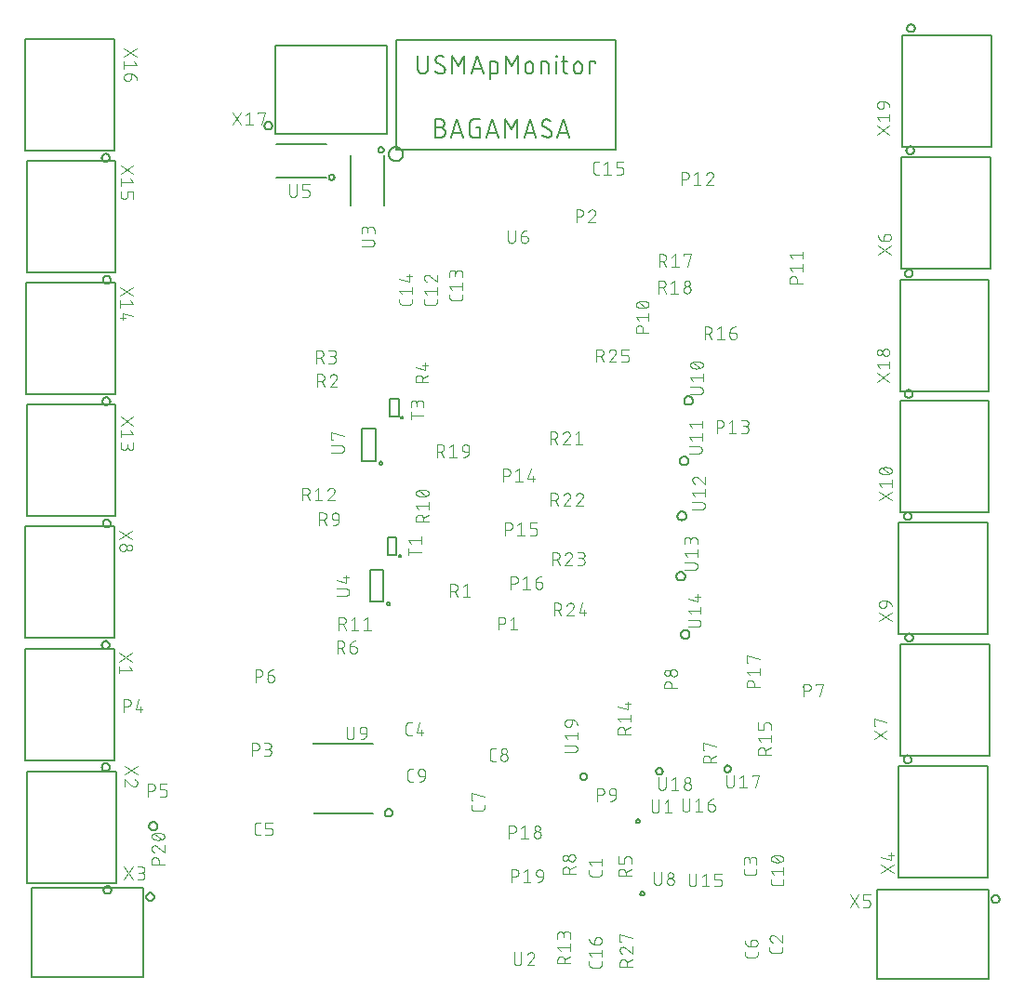
<source format=gto>
G04 EAGLE Gerber RS-274X export*
G75*
%MOMM*%
%FSLAX34Y34*%
%LPD*%
%INSilkscreen Top*%
%IPPOS*%
%AMOC8*
5,1,8,0,0,1.08239X$1,22.5*%
G01*
%ADD10C,0.152400*%
%ADD11C,0.101600*%
%ADD12C,0.127000*%
%ADD13C,0.203200*%


D10*
X340000Y750000D02*
X540000Y750000D01*
X540000Y850000D01*
X340000Y850000D01*
X340000Y750000D01*
X712000Y262000D02*
X711000Y261000D01*
X359762Y824278D02*
X359762Y836018D01*
X359762Y824278D02*
X359764Y824145D01*
X359770Y824013D01*
X359780Y823881D01*
X359793Y823749D01*
X359811Y823617D01*
X359832Y823487D01*
X359857Y823356D01*
X359886Y823227D01*
X359919Y823099D01*
X359955Y822971D01*
X359995Y822845D01*
X360039Y822720D01*
X360087Y822596D01*
X360138Y822474D01*
X360193Y822353D01*
X360251Y822234D01*
X360313Y822116D01*
X360378Y822001D01*
X360447Y821887D01*
X360518Y821776D01*
X360594Y821667D01*
X360672Y821560D01*
X360753Y821455D01*
X360838Y821353D01*
X360925Y821253D01*
X361015Y821156D01*
X361108Y821061D01*
X361204Y820970D01*
X361302Y820881D01*
X361403Y820795D01*
X361507Y820712D01*
X361613Y820632D01*
X361721Y820556D01*
X361831Y820482D01*
X361944Y820412D01*
X362058Y820345D01*
X362175Y820282D01*
X362293Y820222D01*
X362413Y820165D01*
X362535Y820112D01*
X362658Y820063D01*
X362782Y820017D01*
X362908Y819975D01*
X363035Y819937D01*
X363163Y819902D01*
X363292Y819871D01*
X363421Y819844D01*
X363552Y819821D01*
X363683Y819801D01*
X363815Y819786D01*
X363947Y819774D01*
X364079Y819766D01*
X364212Y819762D01*
X364344Y819762D01*
X364477Y819766D01*
X364609Y819774D01*
X364741Y819786D01*
X364873Y819801D01*
X365004Y819821D01*
X365135Y819844D01*
X365264Y819871D01*
X365393Y819902D01*
X365521Y819937D01*
X365648Y819975D01*
X365774Y820017D01*
X365898Y820063D01*
X366021Y820112D01*
X366143Y820165D01*
X366263Y820222D01*
X366381Y820282D01*
X366498Y820345D01*
X366612Y820412D01*
X366725Y820482D01*
X366835Y820556D01*
X366943Y820632D01*
X367049Y820712D01*
X367153Y820795D01*
X367254Y820881D01*
X367352Y820970D01*
X367448Y821061D01*
X367541Y821156D01*
X367631Y821253D01*
X367718Y821353D01*
X367803Y821455D01*
X367884Y821560D01*
X367962Y821667D01*
X368038Y821776D01*
X368109Y821887D01*
X368178Y822001D01*
X368243Y822116D01*
X368305Y822234D01*
X368363Y822353D01*
X368418Y822474D01*
X368469Y822596D01*
X368517Y822720D01*
X368561Y822845D01*
X368601Y822971D01*
X368637Y823099D01*
X368670Y823227D01*
X368699Y823356D01*
X368724Y823487D01*
X368745Y823617D01*
X368763Y823749D01*
X368776Y823881D01*
X368786Y824013D01*
X368792Y824145D01*
X368794Y824278D01*
X368793Y824278D02*
X368793Y836018D01*
X384424Y823374D02*
X384422Y823256D01*
X384416Y823138D01*
X384407Y823020D01*
X384393Y822903D01*
X384376Y822786D01*
X384355Y822669D01*
X384330Y822554D01*
X384301Y822439D01*
X384268Y822325D01*
X384232Y822213D01*
X384192Y822102D01*
X384149Y821992D01*
X384102Y821883D01*
X384052Y821776D01*
X383997Y821671D01*
X383940Y821568D01*
X383879Y821467D01*
X383815Y821367D01*
X383748Y821270D01*
X383678Y821175D01*
X383604Y821083D01*
X383528Y820992D01*
X383448Y820905D01*
X383366Y820820D01*
X383281Y820738D01*
X383194Y820658D01*
X383103Y820582D01*
X383011Y820508D01*
X382916Y820438D01*
X382819Y820371D01*
X382719Y820307D01*
X382618Y820246D01*
X382515Y820189D01*
X382410Y820134D01*
X382303Y820084D01*
X382194Y820037D01*
X382084Y819994D01*
X381973Y819954D01*
X381861Y819918D01*
X381747Y819885D01*
X381632Y819856D01*
X381517Y819831D01*
X381400Y819810D01*
X381283Y819793D01*
X381166Y819779D01*
X381048Y819770D01*
X380930Y819764D01*
X380812Y819762D01*
X380629Y819764D01*
X380447Y819771D01*
X380265Y819782D01*
X380083Y819797D01*
X379901Y819817D01*
X379720Y819840D01*
X379540Y819869D01*
X379360Y819901D01*
X379181Y819938D01*
X379004Y819979D01*
X378827Y820025D01*
X378651Y820074D01*
X378477Y820128D01*
X378303Y820186D01*
X378132Y820248D01*
X377962Y820314D01*
X377793Y820385D01*
X377626Y820459D01*
X377461Y820537D01*
X377298Y820619D01*
X377137Y820705D01*
X376978Y820795D01*
X376821Y820889D01*
X376667Y820986D01*
X376515Y821087D01*
X376365Y821192D01*
X376218Y821300D01*
X376074Y821411D01*
X375932Y821526D01*
X375793Y821645D01*
X375657Y821767D01*
X375524Y821892D01*
X375394Y822020D01*
X375845Y832406D02*
X375847Y832524D01*
X375853Y832642D01*
X375862Y832760D01*
X375876Y832877D01*
X375893Y832994D01*
X375914Y833111D01*
X375939Y833226D01*
X375968Y833341D01*
X376001Y833455D01*
X376037Y833567D01*
X376077Y833678D01*
X376120Y833788D01*
X376167Y833897D01*
X376217Y834004D01*
X376272Y834109D01*
X376329Y834212D01*
X376390Y834313D01*
X376454Y834413D01*
X376521Y834510D01*
X376591Y834605D01*
X376665Y834697D01*
X376741Y834788D01*
X376821Y834875D01*
X376903Y834960D01*
X376988Y835042D01*
X377075Y835122D01*
X377166Y835198D01*
X377258Y835272D01*
X377353Y835342D01*
X377450Y835409D01*
X377550Y835473D01*
X377651Y835534D01*
X377754Y835592D01*
X377859Y835646D01*
X377966Y835696D01*
X378075Y835743D01*
X378185Y835787D01*
X378296Y835826D01*
X378409Y835862D01*
X378522Y835895D01*
X378637Y835924D01*
X378752Y835949D01*
X378869Y835970D01*
X378986Y835987D01*
X379103Y836001D01*
X379221Y836010D01*
X379339Y836016D01*
X379457Y836018D01*
X379618Y836016D01*
X379780Y836010D01*
X379941Y836001D01*
X380102Y835987D01*
X380262Y835970D01*
X380422Y835949D01*
X380582Y835924D01*
X380741Y835895D01*
X380899Y835863D01*
X381056Y835827D01*
X381212Y835787D01*
X381368Y835743D01*
X381522Y835695D01*
X381675Y835644D01*
X381827Y835590D01*
X381978Y835531D01*
X382127Y835470D01*
X382274Y835404D01*
X382420Y835335D01*
X382565Y835263D01*
X382707Y835187D01*
X382848Y835108D01*
X382987Y835026D01*
X383123Y834940D01*
X383258Y834851D01*
X383391Y834759D01*
X383521Y834663D01*
X377651Y829245D02*
X377550Y829307D01*
X377450Y829372D01*
X377353Y829441D01*
X377258Y829513D01*
X377165Y829587D01*
X377075Y829665D01*
X376987Y829746D01*
X376902Y829829D01*
X376820Y829915D01*
X376741Y830004D01*
X376664Y830095D01*
X376591Y830189D01*
X376520Y830285D01*
X376453Y830383D01*
X376389Y830483D01*
X376328Y830586D01*
X376271Y830690D01*
X376217Y830796D01*
X376167Y830904D01*
X376120Y831013D01*
X376076Y831124D01*
X376036Y831236D01*
X376000Y831350D01*
X375968Y831464D01*
X375939Y831580D01*
X375914Y831696D01*
X375893Y831813D01*
X375876Y831931D01*
X375862Y832049D01*
X375853Y832168D01*
X375847Y832287D01*
X375845Y832406D01*
X382618Y826535D02*
X382719Y826473D01*
X382819Y826408D01*
X382916Y826339D01*
X383011Y826267D01*
X383104Y826193D01*
X383194Y826115D01*
X383282Y826034D01*
X383367Y825951D01*
X383449Y825865D01*
X383528Y825776D01*
X383605Y825685D01*
X383678Y825591D01*
X383749Y825495D01*
X383816Y825397D01*
X383880Y825297D01*
X383941Y825194D01*
X383998Y825090D01*
X384052Y824984D01*
X384102Y824876D01*
X384149Y824767D01*
X384193Y824656D01*
X384233Y824544D01*
X384269Y824430D01*
X384301Y824316D01*
X384330Y824200D01*
X384355Y824084D01*
X384376Y823967D01*
X384393Y823849D01*
X384407Y823731D01*
X384416Y823612D01*
X384422Y823493D01*
X384424Y823374D01*
X382618Y826535D02*
X377651Y829245D01*
X391163Y836018D02*
X391163Y819762D01*
X396582Y826987D02*
X391163Y836018D01*
X396582Y826987D02*
X402001Y836018D01*
X402001Y819762D01*
X408358Y819762D02*
X413777Y836018D01*
X419195Y819762D01*
X417841Y823826D02*
X409713Y823826D01*
X425348Y830599D02*
X425348Y814343D01*
X425348Y830599D02*
X429863Y830599D01*
X429967Y830597D01*
X430070Y830591D01*
X430174Y830581D01*
X430277Y830567D01*
X430379Y830549D01*
X430480Y830528D01*
X430581Y830502D01*
X430680Y830473D01*
X430779Y830440D01*
X430876Y830403D01*
X430971Y830362D01*
X431065Y830318D01*
X431157Y830270D01*
X431247Y830219D01*
X431336Y830164D01*
X431422Y830106D01*
X431505Y830044D01*
X431587Y829980D01*
X431665Y829912D01*
X431741Y829842D01*
X431815Y829769D01*
X431885Y829692D01*
X431953Y829614D01*
X432017Y829532D01*
X432079Y829449D01*
X432137Y829363D01*
X432192Y829274D01*
X432243Y829184D01*
X432291Y829092D01*
X432335Y828998D01*
X432376Y828903D01*
X432413Y828806D01*
X432446Y828707D01*
X432475Y828608D01*
X432501Y828507D01*
X432522Y828406D01*
X432540Y828304D01*
X432554Y828201D01*
X432564Y828097D01*
X432570Y827994D01*
X432572Y827890D01*
X432572Y822471D01*
X432570Y822370D01*
X432564Y822269D01*
X432555Y822168D01*
X432542Y822067D01*
X432525Y821967D01*
X432504Y821868D01*
X432480Y821770D01*
X432452Y821673D01*
X432420Y821576D01*
X432385Y821481D01*
X432346Y821388D01*
X432304Y821296D01*
X432258Y821205D01*
X432209Y821117D01*
X432157Y821030D01*
X432101Y820945D01*
X432043Y820862D01*
X431981Y820782D01*
X431916Y820704D01*
X431849Y820628D01*
X431779Y820555D01*
X431706Y820485D01*
X431630Y820418D01*
X431552Y820353D01*
X431472Y820291D01*
X431389Y820233D01*
X431304Y820177D01*
X431218Y820125D01*
X431129Y820076D01*
X431038Y820030D01*
X430946Y819988D01*
X430853Y819949D01*
X430758Y819914D01*
X430661Y819882D01*
X430564Y819854D01*
X430466Y819830D01*
X430367Y819809D01*
X430267Y819792D01*
X430166Y819779D01*
X430065Y819770D01*
X429964Y819764D01*
X429863Y819762D01*
X425348Y819762D01*
X439620Y819762D02*
X439620Y836018D01*
X445039Y826987D01*
X450458Y836018D01*
X450458Y819762D01*
X457579Y823374D02*
X457579Y826987D01*
X457581Y827106D01*
X457587Y827226D01*
X457597Y827345D01*
X457611Y827463D01*
X457628Y827582D01*
X457650Y827699D01*
X457675Y827816D01*
X457705Y827931D01*
X457738Y828046D01*
X457775Y828160D01*
X457815Y828272D01*
X457860Y828383D01*
X457908Y828492D01*
X457959Y828600D01*
X458014Y828706D01*
X458073Y828810D01*
X458135Y828912D01*
X458200Y829012D01*
X458269Y829110D01*
X458341Y829206D01*
X458416Y829299D01*
X458493Y829389D01*
X458574Y829477D01*
X458658Y829562D01*
X458745Y829644D01*
X458834Y829724D01*
X458926Y829800D01*
X459020Y829874D01*
X459117Y829944D01*
X459215Y830011D01*
X459316Y830075D01*
X459420Y830135D01*
X459525Y830192D01*
X459632Y830245D01*
X459740Y830295D01*
X459850Y830341D01*
X459962Y830383D01*
X460075Y830422D01*
X460189Y830457D01*
X460304Y830488D01*
X460421Y830516D01*
X460538Y830539D01*
X460655Y830559D01*
X460774Y830575D01*
X460893Y830587D01*
X461012Y830595D01*
X461131Y830599D01*
X461251Y830599D01*
X461370Y830595D01*
X461489Y830587D01*
X461608Y830575D01*
X461727Y830559D01*
X461844Y830539D01*
X461961Y830516D01*
X462078Y830488D01*
X462193Y830457D01*
X462307Y830422D01*
X462420Y830383D01*
X462532Y830341D01*
X462642Y830295D01*
X462750Y830245D01*
X462857Y830192D01*
X462962Y830135D01*
X463066Y830075D01*
X463167Y830011D01*
X463265Y829944D01*
X463362Y829874D01*
X463456Y829800D01*
X463548Y829724D01*
X463637Y829644D01*
X463724Y829562D01*
X463808Y829477D01*
X463889Y829389D01*
X463966Y829299D01*
X464041Y829206D01*
X464113Y829110D01*
X464182Y829012D01*
X464247Y828912D01*
X464309Y828810D01*
X464368Y828706D01*
X464423Y828600D01*
X464474Y828492D01*
X464522Y828383D01*
X464567Y828272D01*
X464607Y828160D01*
X464644Y828046D01*
X464677Y827931D01*
X464707Y827816D01*
X464732Y827699D01*
X464754Y827582D01*
X464771Y827463D01*
X464785Y827345D01*
X464795Y827226D01*
X464801Y827106D01*
X464803Y826987D01*
X464804Y826987D02*
X464804Y823374D01*
X464803Y823374D02*
X464801Y823255D01*
X464795Y823135D01*
X464785Y823016D01*
X464771Y822898D01*
X464754Y822779D01*
X464732Y822662D01*
X464707Y822545D01*
X464677Y822430D01*
X464644Y822315D01*
X464607Y822201D01*
X464567Y822089D01*
X464522Y821978D01*
X464474Y821869D01*
X464423Y821761D01*
X464368Y821655D01*
X464309Y821551D01*
X464247Y821449D01*
X464182Y821349D01*
X464113Y821251D01*
X464041Y821155D01*
X463966Y821062D01*
X463889Y820972D01*
X463808Y820884D01*
X463724Y820799D01*
X463637Y820717D01*
X463548Y820637D01*
X463456Y820561D01*
X463362Y820487D01*
X463265Y820417D01*
X463167Y820350D01*
X463066Y820286D01*
X462962Y820226D01*
X462857Y820169D01*
X462750Y820116D01*
X462642Y820066D01*
X462532Y820020D01*
X462420Y819978D01*
X462307Y819939D01*
X462193Y819904D01*
X462078Y819873D01*
X461961Y819845D01*
X461844Y819822D01*
X461727Y819802D01*
X461608Y819786D01*
X461489Y819774D01*
X461370Y819766D01*
X461251Y819762D01*
X461131Y819762D01*
X461012Y819766D01*
X460893Y819774D01*
X460774Y819786D01*
X460655Y819802D01*
X460538Y819822D01*
X460421Y819845D01*
X460304Y819873D01*
X460189Y819904D01*
X460075Y819939D01*
X459962Y819978D01*
X459850Y820020D01*
X459740Y820066D01*
X459632Y820116D01*
X459525Y820169D01*
X459420Y820226D01*
X459316Y820286D01*
X459215Y820350D01*
X459117Y820417D01*
X459020Y820487D01*
X458926Y820561D01*
X458834Y820637D01*
X458745Y820717D01*
X458658Y820799D01*
X458574Y820884D01*
X458493Y820972D01*
X458416Y821062D01*
X458341Y821155D01*
X458269Y821251D01*
X458200Y821349D01*
X458135Y821449D01*
X458073Y821551D01*
X458014Y821655D01*
X457959Y821761D01*
X457908Y821869D01*
X457860Y821978D01*
X457815Y822089D01*
X457775Y822201D01*
X457738Y822315D01*
X457705Y822430D01*
X457675Y822545D01*
X457650Y822662D01*
X457628Y822779D01*
X457611Y822898D01*
X457597Y823016D01*
X457587Y823135D01*
X457581Y823255D01*
X457579Y823374D01*
X471647Y819762D02*
X471647Y830599D01*
X476162Y830599D01*
X476266Y830597D01*
X476369Y830591D01*
X476473Y830581D01*
X476576Y830567D01*
X476678Y830549D01*
X476779Y830528D01*
X476880Y830502D01*
X476979Y830473D01*
X477078Y830440D01*
X477175Y830403D01*
X477270Y830362D01*
X477364Y830318D01*
X477456Y830270D01*
X477546Y830219D01*
X477635Y830164D01*
X477721Y830106D01*
X477804Y830044D01*
X477886Y829980D01*
X477964Y829912D01*
X478040Y829842D01*
X478114Y829769D01*
X478184Y829692D01*
X478252Y829614D01*
X478316Y829532D01*
X478378Y829449D01*
X478436Y829363D01*
X478491Y829274D01*
X478542Y829184D01*
X478590Y829092D01*
X478634Y828998D01*
X478675Y828903D01*
X478712Y828806D01*
X478745Y828707D01*
X478774Y828608D01*
X478800Y828507D01*
X478821Y828406D01*
X478839Y828304D01*
X478853Y828201D01*
X478863Y828097D01*
X478869Y827994D01*
X478871Y827890D01*
X478872Y827890D02*
X478872Y819762D01*
X485680Y819762D02*
X485680Y830599D01*
X485229Y835115D02*
X485229Y836018D01*
X486132Y836018D01*
X486132Y835115D01*
X485229Y835115D01*
X490670Y830599D02*
X496089Y830599D01*
X492476Y836018D02*
X492476Y822471D01*
X492477Y822471D02*
X492479Y822370D01*
X492485Y822269D01*
X492494Y822168D01*
X492507Y822067D01*
X492524Y821967D01*
X492545Y821868D01*
X492569Y821770D01*
X492597Y821673D01*
X492629Y821576D01*
X492664Y821481D01*
X492703Y821388D01*
X492745Y821296D01*
X492791Y821205D01*
X492840Y821117D01*
X492892Y821030D01*
X492948Y820945D01*
X493006Y820862D01*
X493068Y820782D01*
X493133Y820704D01*
X493200Y820628D01*
X493270Y820555D01*
X493343Y820485D01*
X493419Y820418D01*
X493497Y820353D01*
X493577Y820291D01*
X493660Y820233D01*
X493745Y820177D01*
X493832Y820125D01*
X493920Y820076D01*
X494011Y820030D01*
X494103Y819988D01*
X494196Y819949D01*
X494291Y819914D01*
X494388Y819882D01*
X494485Y819854D01*
X494583Y819830D01*
X494682Y819809D01*
X494782Y819792D01*
X494883Y819779D01*
X494984Y819770D01*
X495085Y819764D01*
X495186Y819762D01*
X496089Y819762D01*
X501867Y823374D02*
X501867Y826987D01*
X501868Y826987D02*
X501870Y827106D01*
X501876Y827226D01*
X501886Y827345D01*
X501900Y827463D01*
X501917Y827582D01*
X501939Y827699D01*
X501964Y827816D01*
X501994Y827931D01*
X502027Y828046D01*
X502064Y828160D01*
X502104Y828272D01*
X502149Y828383D01*
X502197Y828492D01*
X502248Y828600D01*
X502303Y828706D01*
X502362Y828810D01*
X502424Y828912D01*
X502489Y829012D01*
X502558Y829110D01*
X502630Y829206D01*
X502705Y829299D01*
X502782Y829389D01*
X502863Y829477D01*
X502947Y829562D01*
X503034Y829644D01*
X503123Y829724D01*
X503215Y829800D01*
X503309Y829874D01*
X503406Y829944D01*
X503504Y830011D01*
X503605Y830075D01*
X503709Y830135D01*
X503814Y830192D01*
X503921Y830245D01*
X504029Y830295D01*
X504139Y830341D01*
X504251Y830383D01*
X504364Y830422D01*
X504478Y830457D01*
X504593Y830488D01*
X504710Y830516D01*
X504827Y830539D01*
X504944Y830559D01*
X505063Y830575D01*
X505182Y830587D01*
X505301Y830595D01*
X505420Y830599D01*
X505540Y830599D01*
X505659Y830595D01*
X505778Y830587D01*
X505897Y830575D01*
X506016Y830559D01*
X506133Y830539D01*
X506250Y830516D01*
X506367Y830488D01*
X506482Y830457D01*
X506596Y830422D01*
X506709Y830383D01*
X506821Y830341D01*
X506931Y830295D01*
X507039Y830245D01*
X507146Y830192D01*
X507251Y830135D01*
X507355Y830075D01*
X507456Y830011D01*
X507554Y829944D01*
X507651Y829874D01*
X507745Y829800D01*
X507837Y829724D01*
X507926Y829644D01*
X508013Y829562D01*
X508097Y829477D01*
X508178Y829389D01*
X508255Y829299D01*
X508330Y829206D01*
X508402Y829110D01*
X508471Y829012D01*
X508536Y828912D01*
X508598Y828810D01*
X508657Y828706D01*
X508712Y828600D01*
X508763Y828492D01*
X508811Y828383D01*
X508856Y828272D01*
X508896Y828160D01*
X508933Y828046D01*
X508966Y827931D01*
X508996Y827816D01*
X509021Y827699D01*
X509043Y827582D01*
X509060Y827463D01*
X509074Y827345D01*
X509084Y827226D01*
X509090Y827106D01*
X509092Y826987D01*
X509092Y823374D01*
X509090Y823255D01*
X509084Y823135D01*
X509074Y823016D01*
X509060Y822898D01*
X509043Y822779D01*
X509021Y822662D01*
X508996Y822545D01*
X508966Y822430D01*
X508933Y822315D01*
X508896Y822201D01*
X508856Y822089D01*
X508811Y821978D01*
X508763Y821869D01*
X508712Y821761D01*
X508657Y821655D01*
X508598Y821551D01*
X508536Y821449D01*
X508471Y821349D01*
X508402Y821251D01*
X508330Y821155D01*
X508255Y821062D01*
X508178Y820972D01*
X508097Y820884D01*
X508013Y820799D01*
X507926Y820717D01*
X507837Y820637D01*
X507745Y820561D01*
X507651Y820487D01*
X507554Y820417D01*
X507456Y820350D01*
X507355Y820286D01*
X507251Y820226D01*
X507146Y820169D01*
X507039Y820116D01*
X506931Y820066D01*
X506821Y820020D01*
X506709Y819978D01*
X506596Y819939D01*
X506482Y819904D01*
X506367Y819873D01*
X506250Y819845D01*
X506133Y819822D01*
X506016Y819802D01*
X505897Y819786D01*
X505778Y819774D01*
X505659Y819766D01*
X505540Y819762D01*
X505420Y819762D01*
X505301Y819766D01*
X505182Y819774D01*
X505063Y819786D01*
X504944Y819802D01*
X504827Y819822D01*
X504710Y819845D01*
X504593Y819873D01*
X504478Y819904D01*
X504364Y819939D01*
X504251Y819978D01*
X504139Y820020D01*
X504029Y820066D01*
X503921Y820116D01*
X503814Y820169D01*
X503709Y820226D01*
X503605Y820286D01*
X503504Y820350D01*
X503406Y820417D01*
X503309Y820487D01*
X503215Y820561D01*
X503123Y820637D01*
X503034Y820717D01*
X502947Y820799D01*
X502863Y820884D01*
X502782Y820972D01*
X502705Y821062D01*
X502630Y821155D01*
X502558Y821251D01*
X502489Y821349D01*
X502424Y821449D01*
X502362Y821551D01*
X502303Y821655D01*
X502248Y821761D01*
X502197Y821869D01*
X502149Y821978D01*
X502104Y822089D01*
X502064Y822201D01*
X502027Y822315D01*
X501994Y822430D01*
X501964Y822545D01*
X501939Y822662D01*
X501917Y822779D01*
X501900Y822898D01*
X501886Y823016D01*
X501876Y823135D01*
X501870Y823255D01*
X501868Y823374D01*
X516020Y819762D02*
X516020Y830599D01*
X521439Y830599D01*
X521439Y828793D01*
X380278Y770793D02*
X375762Y770793D01*
X380278Y770794D02*
X380411Y770792D01*
X380543Y770786D01*
X380675Y770776D01*
X380807Y770763D01*
X380939Y770745D01*
X381069Y770724D01*
X381200Y770699D01*
X381329Y770670D01*
X381457Y770637D01*
X381585Y770601D01*
X381711Y770561D01*
X381836Y770517D01*
X381960Y770469D01*
X382082Y770418D01*
X382203Y770363D01*
X382322Y770305D01*
X382440Y770243D01*
X382555Y770178D01*
X382669Y770109D01*
X382780Y770038D01*
X382889Y769962D01*
X382996Y769884D01*
X383101Y769803D01*
X383203Y769718D01*
X383303Y769631D01*
X383400Y769541D01*
X383495Y769448D01*
X383586Y769352D01*
X383675Y769254D01*
X383761Y769153D01*
X383844Y769049D01*
X383924Y768943D01*
X384000Y768835D01*
X384074Y768725D01*
X384144Y768612D01*
X384211Y768498D01*
X384274Y768381D01*
X384334Y768263D01*
X384391Y768143D01*
X384444Y768021D01*
X384493Y767898D01*
X384539Y767774D01*
X384581Y767648D01*
X384619Y767521D01*
X384654Y767393D01*
X384685Y767264D01*
X384712Y767135D01*
X384735Y767004D01*
X384755Y766873D01*
X384770Y766741D01*
X384782Y766609D01*
X384790Y766477D01*
X384794Y766344D01*
X384794Y766212D01*
X384790Y766079D01*
X384782Y765947D01*
X384770Y765815D01*
X384755Y765683D01*
X384735Y765552D01*
X384712Y765421D01*
X384685Y765292D01*
X384654Y765163D01*
X384619Y765035D01*
X384581Y764908D01*
X384539Y764782D01*
X384493Y764658D01*
X384444Y764535D01*
X384391Y764413D01*
X384334Y764293D01*
X384274Y764175D01*
X384211Y764058D01*
X384144Y763944D01*
X384074Y763831D01*
X384000Y763721D01*
X383924Y763613D01*
X383844Y763507D01*
X383761Y763403D01*
X383675Y763302D01*
X383586Y763204D01*
X383495Y763108D01*
X383400Y763015D01*
X383303Y762925D01*
X383203Y762838D01*
X383101Y762753D01*
X382996Y762672D01*
X382889Y762594D01*
X382780Y762518D01*
X382669Y762447D01*
X382555Y762378D01*
X382440Y762313D01*
X382322Y762251D01*
X382203Y762193D01*
X382082Y762138D01*
X381960Y762087D01*
X381836Y762039D01*
X381711Y761995D01*
X381585Y761955D01*
X381457Y761919D01*
X381329Y761886D01*
X381200Y761857D01*
X381069Y761832D01*
X380939Y761811D01*
X380807Y761793D01*
X380675Y761780D01*
X380543Y761770D01*
X380411Y761764D01*
X380278Y761762D01*
X375762Y761762D01*
X375762Y778018D01*
X380278Y778018D01*
X380397Y778016D01*
X380517Y778010D01*
X380636Y778000D01*
X380754Y777986D01*
X380873Y777969D01*
X380990Y777947D01*
X381107Y777922D01*
X381222Y777892D01*
X381337Y777859D01*
X381451Y777822D01*
X381563Y777782D01*
X381674Y777737D01*
X381783Y777689D01*
X381891Y777638D01*
X381997Y777583D01*
X382101Y777524D01*
X382203Y777462D01*
X382303Y777397D01*
X382401Y777328D01*
X382497Y777256D01*
X382590Y777181D01*
X382680Y777104D01*
X382768Y777023D01*
X382853Y776939D01*
X382935Y776852D01*
X383015Y776763D01*
X383091Y776671D01*
X383165Y776577D01*
X383235Y776480D01*
X383302Y776382D01*
X383366Y776281D01*
X383426Y776177D01*
X383483Y776072D01*
X383536Y775965D01*
X383586Y775857D01*
X383632Y775747D01*
X383674Y775635D01*
X383713Y775522D01*
X383748Y775408D01*
X383779Y775293D01*
X383807Y775176D01*
X383830Y775059D01*
X383850Y774942D01*
X383866Y774823D01*
X383878Y774704D01*
X383886Y774585D01*
X383890Y774466D01*
X383890Y774346D01*
X383886Y774227D01*
X383878Y774108D01*
X383866Y773989D01*
X383850Y773870D01*
X383830Y773753D01*
X383807Y773636D01*
X383779Y773519D01*
X383748Y773404D01*
X383713Y773290D01*
X383674Y773177D01*
X383632Y773065D01*
X383586Y772955D01*
X383536Y772847D01*
X383483Y772740D01*
X383426Y772635D01*
X383366Y772531D01*
X383302Y772430D01*
X383235Y772332D01*
X383165Y772235D01*
X383091Y772141D01*
X383015Y772049D01*
X382935Y771960D01*
X382853Y771873D01*
X382768Y771789D01*
X382680Y771708D01*
X382590Y771631D01*
X382497Y771556D01*
X382401Y771484D01*
X382303Y771415D01*
X382203Y771350D01*
X382101Y771288D01*
X381997Y771229D01*
X381891Y771174D01*
X381783Y771123D01*
X381674Y771075D01*
X381563Y771030D01*
X381451Y770990D01*
X381337Y770953D01*
X381222Y770920D01*
X381107Y770890D01*
X380990Y770865D01*
X380873Y770843D01*
X380754Y770826D01*
X380636Y770812D01*
X380517Y770802D01*
X380397Y770796D01*
X380278Y770794D01*
X389758Y761762D02*
X395177Y778018D01*
X400595Y761762D01*
X399241Y765826D02*
X391113Y765826D01*
X413135Y770793D02*
X415845Y770793D01*
X415845Y761762D01*
X410426Y761762D01*
X410308Y761764D01*
X410190Y761770D01*
X410072Y761779D01*
X409955Y761793D01*
X409838Y761810D01*
X409721Y761831D01*
X409606Y761856D01*
X409491Y761885D01*
X409377Y761918D01*
X409265Y761954D01*
X409154Y761994D01*
X409044Y762037D01*
X408935Y762084D01*
X408828Y762134D01*
X408723Y762189D01*
X408620Y762246D01*
X408519Y762307D01*
X408419Y762371D01*
X408322Y762438D01*
X408227Y762508D01*
X408135Y762582D01*
X408044Y762658D01*
X407957Y762738D01*
X407872Y762820D01*
X407790Y762905D01*
X407710Y762992D01*
X407634Y763083D01*
X407560Y763175D01*
X407490Y763270D01*
X407423Y763367D01*
X407359Y763467D01*
X407298Y763568D01*
X407241Y763671D01*
X407186Y763776D01*
X407136Y763883D01*
X407089Y763992D01*
X407046Y764102D01*
X407006Y764213D01*
X406970Y764325D01*
X406937Y764439D01*
X406908Y764554D01*
X406883Y764669D01*
X406862Y764786D01*
X406845Y764903D01*
X406831Y765020D01*
X406822Y765138D01*
X406816Y765256D01*
X406814Y765374D01*
X406814Y774406D01*
X406816Y774524D01*
X406822Y774642D01*
X406831Y774760D01*
X406845Y774877D01*
X406862Y774994D01*
X406883Y775111D01*
X406908Y775226D01*
X406937Y775341D01*
X406970Y775455D01*
X407006Y775567D01*
X407046Y775678D01*
X407089Y775788D01*
X407136Y775897D01*
X407186Y776004D01*
X407240Y776109D01*
X407298Y776212D01*
X407359Y776313D01*
X407423Y776413D01*
X407490Y776510D01*
X407560Y776605D01*
X407634Y776697D01*
X407710Y776788D01*
X407790Y776875D01*
X407872Y776960D01*
X407957Y777042D01*
X408044Y777122D01*
X408135Y777198D01*
X408227Y777272D01*
X408322Y777342D01*
X408419Y777409D01*
X408519Y777473D01*
X408620Y777534D01*
X408723Y777591D01*
X408828Y777645D01*
X408935Y777696D01*
X409044Y777743D01*
X409154Y777786D01*
X409265Y777826D01*
X409377Y777862D01*
X409491Y777895D01*
X409606Y777924D01*
X409721Y777949D01*
X409838Y777970D01*
X409955Y777987D01*
X410072Y778001D01*
X410190Y778010D01*
X410308Y778016D01*
X410426Y778018D01*
X415845Y778018D01*
X427481Y778018D02*
X422063Y761762D01*
X432900Y761762D02*
X427481Y778018D01*
X431545Y765826D02*
X423417Y765826D01*
X439257Y761762D02*
X439257Y778018D01*
X444676Y768987D01*
X450094Y778018D01*
X450094Y761762D01*
X456451Y761762D02*
X461870Y778018D01*
X467289Y761762D01*
X465934Y765826D02*
X457806Y765826D01*
X477883Y761762D02*
X478001Y761764D01*
X478119Y761770D01*
X478237Y761779D01*
X478354Y761793D01*
X478471Y761810D01*
X478588Y761831D01*
X478703Y761856D01*
X478818Y761885D01*
X478932Y761918D01*
X479044Y761954D01*
X479155Y761994D01*
X479265Y762037D01*
X479374Y762084D01*
X479481Y762134D01*
X479586Y762189D01*
X479689Y762246D01*
X479790Y762307D01*
X479890Y762371D01*
X479987Y762438D01*
X480082Y762508D01*
X480174Y762582D01*
X480265Y762658D01*
X480352Y762738D01*
X480437Y762820D01*
X480519Y762905D01*
X480599Y762992D01*
X480675Y763083D01*
X480749Y763175D01*
X480819Y763270D01*
X480886Y763367D01*
X480950Y763467D01*
X481011Y763568D01*
X481068Y763671D01*
X481123Y763776D01*
X481173Y763883D01*
X481220Y763992D01*
X481263Y764102D01*
X481303Y764213D01*
X481339Y764325D01*
X481372Y764439D01*
X481401Y764554D01*
X481426Y764669D01*
X481447Y764786D01*
X481464Y764903D01*
X481478Y765020D01*
X481487Y765138D01*
X481493Y765256D01*
X481495Y765374D01*
X477883Y761762D02*
X477700Y761764D01*
X477518Y761771D01*
X477336Y761782D01*
X477154Y761797D01*
X476972Y761817D01*
X476791Y761840D01*
X476611Y761869D01*
X476431Y761901D01*
X476252Y761938D01*
X476075Y761979D01*
X475898Y762025D01*
X475722Y762074D01*
X475548Y762128D01*
X475374Y762186D01*
X475203Y762248D01*
X475033Y762314D01*
X474864Y762385D01*
X474697Y762459D01*
X474532Y762537D01*
X474369Y762619D01*
X474208Y762705D01*
X474049Y762795D01*
X473892Y762889D01*
X473738Y762986D01*
X473586Y763087D01*
X473436Y763192D01*
X473289Y763300D01*
X473145Y763411D01*
X473003Y763526D01*
X472864Y763645D01*
X472728Y763767D01*
X472595Y763892D01*
X472465Y764020D01*
X472917Y774406D02*
X472919Y774524D01*
X472925Y774642D01*
X472934Y774760D01*
X472948Y774877D01*
X472965Y774994D01*
X472986Y775111D01*
X473011Y775226D01*
X473040Y775341D01*
X473073Y775455D01*
X473109Y775567D01*
X473149Y775678D01*
X473192Y775788D01*
X473239Y775897D01*
X473289Y776004D01*
X473344Y776109D01*
X473401Y776212D01*
X473462Y776313D01*
X473526Y776413D01*
X473593Y776510D01*
X473663Y776605D01*
X473737Y776697D01*
X473813Y776788D01*
X473893Y776875D01*
X473975Y776960D01*
X474060Y777042D01*
X474147Y777122D01*
X474238Y777198D01*
X474330Y777272D01*
X474425Y777342D01*
X474522Y777409D01*
X474622Y777473D01*
X474723Y777534D01*
X474826Y777592D01*
X474931Y777646D01*
X475038Y777696D01*
X475147Y777743D01*
X475257Y777787D01*
X475368Y777826D01*
X475481Y777862D01*
X475594Y777895D01*
X475709Y777924D01*
X475824Y777949D01*
X475941Y777970D01*
X476058Y777987D01*
X476175Y778001D01*
X476293Y778010D01*
X476411Y778016D01*
X476529Y778018D01*
X476690Y778016D01*
X476852Y778010D01*
X477013Y778001D01*
X477174Y777987D01*
X477334Y777970D01*
X477494Y777949D01*
X477654Y777924D01*
X477813Y777895D01*
X477971Y777863D01*
X478128Y777827D01*
X478284Y777787D01*
X478440Y777743D01*
X478594Y777695D01*
X478747Y777644D01*
X478899Y777590D01*
X479050Y777531D01*
X479199Y777470D01*
X479346Y777404D01*
X479492Y777335D01*
X479637Y777263D01*
X479779Y777187D01*
X479920Y777108D01*
X480059Y777026D01*
X480195Y776940D01*
X480330Y776851D01*
X480463Y776759D01*
X480593Y776663D01*
X474722Y771245D02*
X474621Y771307D01*
X474521Y771372D01*
X474424Y771441D01*
X474329Y771513D01*
X474236Y771587D01*
X474146Y771665D01*
X474058Y771746D01*
X473973Y771829D01*
X473891Y771915D01*
X473812Y772004D01*
X473735Y772095D01*
X473662Y772189D01*
X473591Y772285D01*
X473524Y772383D01*
X473460Y772483D01*
X473399Y772586D01*
X473342Y772690D01*
X473288Y772796D01*
X473238Y772904D01*
X473191Y773013D01*
X473147Y773124D01*
X473107Y773236D01*
X473071Y773350D01*
X473039Y773464D01*
X473010Y773580D01*
X472985Y773696D01*
X472964Y773813D01*
X472947Y773931D01*
X472933Y774049D01*
X472924Y774168D01*
X472918Y774287D01*
X472916Y774406D01*
X479690Y768535D02*
X479791Y768473D01*
X479891Y768408D01*
X479988Y768339D01*
X480083Y768267D01*
X480176Y768193D01*
X480266Y768115D01*
X480354Y768034D01*
X480439Y767951D01*
X480521Y767865D01*
X480600Y767776D01*
X480677Y767685D01*
X480750Y767591D01*
X480821Y767495D01*
X480888Y767397D01*
X480952Y767297D01*
X481013Y767194D01*
X481070Y767090D01*
X481124Y766984D01*
X481174Y766876D01*
X481221Y766767D01*
X481265Y766656D01*
X481305Y766544D01*
X481341Y766430D01*
X481373Y766316D01*
X481402Y766200D01*
X481427Y766084D01*
X481448Y765967D01*
X481465Y765849D01*
X481479Y765731D01*
X481488Y765612D01*
X481494Y765493D01*
X481496Y765374D01*
X479690Y768535D02*
X474723Y771245D01*
X486672Y761762D02*
X492091Y778018D01*
X497509Y761762D01*
X496155Y765826D02*
X488027Y765826D01*
D11*
X527192Y93901D02*
X527192Y91304D01*
X527190Y91205D01*
X527184Y91105D01*
X527175Y91006D01*
X527162Y90908D01*
X527145Y90810D01*
X527124Y90712D01*
X527099Y90616D01*
X527071Y90521D01*
X527039Y90427D01*
X527004Y90334D01*
X526965Y90242D01*
X526922Y90152D01*
X526877Y90064D01*
X526827Y89977D01*
X526775Y89893D01*
X526719Y89810D01*
X526661Y89730D01*
X526599Y89652D01*
X526534Y89577D01*
X526466Y89504D01*
X526396Y89434D01*
X526323Y89366D01*
X526248Y89301D01*
X526170Y89239D01*
X526090Y89181D01*
X526007Y89125D01*
X525923Y89073D01*
X525836Y89023D01*
X525748Y88978D01*
X525658Y88935D01*
X525566Y88896D01*
X525473Y88861D01*
X525379Y88829D01*
X525284Y88801D01*
X525188Y88776D01*
X525090Y88755D01*
X524992Y88738D01*
X524894Y88725D01*
X524795Y88716D01*
X524695Y88710D01*
X524596Y88708D01*
X518104Y88708D01*
X518005Y88710D01*
X517905Y88716D01*
X517806Y88725D01*
X517708Y88738D01*
X517610Y88756D01*
X517512Y88776D01*
X517416Y88801D01*
X517320Y88829D01*
X517226Y88861D01*
X517133Y88896D01*
X517042Y88935D01*
X516952Y88978D01*
X516863Y89023D01*
X516777Y89073D01*
X516692Y89125D01*
X516610Y89181D01*
X516530Y89240D01*
X516452Y89301D01*
X516376Y89366D01*
X516303Y89434D01*
X516233Y89504D01*
X516165Y89577D01*
X516100Y89653D01*
X516039Y89731D01*
X515980Y89811D01*
X515924Y89893D01*
X515872Y89978D01*
X515823Y90064D01*
X515777Y90153D01*
X515734Y90243D01*
X515695Y90334D01*
X515660Y90427D01*
X515628Y90521D01*
X515600Y90617D01*
X515575Y90713D01*
X515555Y90811D01*
X515537Y90909D01*
X515524Y91007D01*
X515515Y91106D01*
X515509Y91205D01*
X515507Y91305D01*
X515508Y91304D02*
X515508Y93901D01*
X518104Y98266D02*
X515508Y101512D01*
X527192Y101512D01*
X527192Y104757D02*
X527192Y98266D01*
X376992Y611509D02*
X376992Y614106D01*
X376992Y611509D02*
X376990Y611410D01*
X376984Y611310D01*
X376975Y611211D01*
X376962Y611113D01*
X376945Y611015D01*
X376924Y610917D01*
X376899Y610821D01*
X376871Y610726D01*
X376839Y610632D01*
X376804Y610539D01*
X376765Y610447D01*
X376722Y610357D01*
X376677Y610269D01*
X376627Y610182D01*
X376575Y610098D01*
X376519Y610015D01*
X376461Y609935D01*
X376399Y609857D01*
X376334Y609782D01*
X376266Y609709D01*
X376196Y609639D01*
X376123Y609571D01*
X376048Y609506D01*
X375970Y609444D01*
X375890Y609386D01*
X375807Y609330D01*
X375723Y609278D01*
X375636Y609228D01*
X375548Y609183D01*
X375458Y609140D01*
X375366Y609101D01*
X375273Y609066D01*
X375179Y609034D01*
X375084Y609006D01*
X374988Y608981D01*
X374890Y608960D01*
X374792Y608943D01*
X374694Y608930D01*
X374595Y608921D01*
X374495Y608915D01*
X374396Y608913D01*
X367904Y608913D01*
X367904Y608912D02*
X367805Y608914D01*
X367705Y608920D01*
X367606Y608929D01*
X367508Y608942D01*
X367410Y608960D01*
X367312Y608980D01*
X367216Y609005D01*
X367120Y609033D01*
X367026Y609065D01*
X366933Y609100D01*
X366842Y609139D01*
X366752Y609182D01*
X366663Y609227D01*
X366577Y609277D01*
X366492Y609329D01*
X366410Y609385D01*
X366330Y609444D01*
X366252Y609505D01*
X366176Y609570D01*
X366103Y609638D01*
X366033Y609708D01*
X365965Y609781D01*
X365900Y609857D01*
X365839Y609935D01*
X365780Y610015D01*
X365724Y610097D01*
X365672Y610182D01*
X365623Y610268D01*
X365577Y610357D01*
X365534Y610447D01*
X365495Y610538D01*
X365460Y610631D01*
X365428Y610725D01*
X365400Y610821D01*
X365375Y610917D01*
X365355Y611015D01*
X365337Y611113D01*
X365324Y611211D01*
X365315Y611310D01*
X365309Y611409D01*
X365307Y611509D01*
X365308Y611509D02*
X365308Y614106D01*
X367904Y618471D02*
X365308Y621716D01*
X376992Y621716D01*
X376992Y618471D02*
X376992Y624962D01*
X368229Y636392D02*
X368122Y636390D01*
X368016Y636384D01*
X367910Y636374D01*
X367804Y636361D01*
X367698Y636343D01*
X367594Y636322D01*
X367490Y636297D01*
X367387Y636268D01*
X367286Y636236D01*
X367186Y636199D01*
X367087Y636159D01*
X366989Y636116D01*
X366893Y636069D01*
X366799Y636018D01*
X366707Y635964D01*
X366617Y635907D01*
X366529Y635847D01*
X366444Y635783D01*
X366361Y635716D01*
X366280Y635646D01*
X366202Y635574D01*
X366126Y635498D01*
X366054Y635420D01*
X365984Y635339D01*
X365917Y635256D01*
X365853Y635171D01*
X365793Y635083D01*
X365736Y634993D01*
X365682Y634901D01*
X365631Y634807D01*
X365584Y634711D01*
X365541Y634613D01*
X365501Y634514D01*
X365464Y634414D01*
X365432Y634313D01*
X365403Y634210D01*
X365378Y634106D01*
X365357Y634002D01*
X365339Y633896D01*
X365326Y633790D01*
X365316Y633684D01*
X365310Y633578D01*
X365308Y633471D01*
X365310Y633350D01*
X365316Y633229D01*
X365326Y633109D01*
X365339Y632988D01*
X365357Y632869D01*
X365378Y632749D01*
X365403Y632631D01*
X365432Y632514D01*
X365465Y632397D01*
X365501Y632282D01*
X365542Y632168D01*
X365585Y632055D01*
X365633Y631943D01*
X365684Y631834D01*
X365739Y631726D01*
X365797Y631619D01*
X365858Y631515D01*
X365923Y631413D01*
X365991Y631313D01*
X366062Y631215D01*
X366136Y631119D01*
X366213Y631026D01*
X366294Y630936D01*
X366377Y630848D01*
X366463Y630763D01*
X366552Y630680D01*
X366643Y630601D01*
X366737Y630524D01*
X366833Y630451D01*
X366931Y630381D01*
X367032Y630314D01*
X367135Y630250D01*
X367240Y630190D01*
X367347Y630132D01*
X367455Y630079D01*
X367565Y630029D01*
X367677Y629983D01*
X367790Y629940D01*
X367905Y629901D01*
X370501Y635418D02*
X370423Y635497D01*
X370343Y635573D01*
X370260Y635646D01*
X370174Y635716D01*
X370087Y635783D01*
X369996Y635847D01*
X369904Y635907D01*
X369810Y635965D01*
X369713Y636019D01*
X369615Y636069D01*
X369515Y636116D01*
X369414Y636160D01*
X369311Y636200D01*
X369206Y636236D01*
X369101Y636268D01*
X368994Y636297D01*
X368887Y636322D01*
X368778Y636344D01*
X368669Y636361D01*
X368560Y636375D01*
X368450Y636384D01*
X368339Y636390D01*
X368229Y636392D01*
X370501Y635418D02*
X376992Y629901D01*
X376992Y636392D01*
X400142Y618456D02*
X400142Y615859D01*
X400140Y615760D01*
X400134Y615660D01*
X400125Y615561D01*
X400112Y615463D01*
X400095Y615365D01*
X400074Y615267D01*
X400049Y615171D01*
X400021Y615076D01*
X399989Y614982D01*
X399954Y614889D01*
X399915Y614797D01*
X399872Y614707D01*
X399827Y614619D01*
X399777Y614532D01*
X399725Y614448D01*
X399669Y614365D01*
X399611Y614285D01*
X399549Y614207D01*
X399484Y614132D01*
X399416Y614059D01*
X399346Y613989D01*
X399273Y613921D01*
X399198Y613856D01*
X399120Y613794D01*
X399040Y613736D01*
X398957Y613680D01*
X398873Y613628D01*
X398786Y613578D01*
X398698Y613533D01*
X398608Y613490D01*
X398516Y613451D01*
X398423Y613416D01*
X398329Y613384D01*
X398234Y613356D01*
X398138Y613331D01*
X398040Y613310D01*
X397942Y613293D01*
X397844Y613280D01*
X397745Y613271D01*
X397645Y613265D01*
X397546Y613263D01*
X391054Y613263D01*
X391054Y613262D02*
X390955Y613264D01*
X390855Y613270D01*
X390756Y613279D01*
X390658Y613292D01*
X390560Y613310D01*
X390462Y613330D01*
X390366Y613355D01*
X390270Y613383D01*
X390176Y613415D01*
X390083Y613450D01*
X389992Y613489D01*
X389902Y613532D01*
X389813Y613577D01*
X389727Y613627D01*
X389642Y613679D01*
X389560Y613735D01*
X389480Y613794D01*
X389402Y613855D01*
X389326Y613920D01*
X389253Y613988D01*
X389183Y614058D01*
X389115Y614131D01*
X389050Y614207D01*
X388989Y614285D01*
X388930Y614365D01*
X388874Y614447D01*
X388822Y614532D01*
X388773Y614618D01*
X388727Y614707D01*
X388684Y614797D01*
X388645Y614888D01*
X388610Y614981D01*
X388578Y615075D01*
X388550Y615171D01*
X388525Y615267D01*
X388505Y615365D01*
X388487Y615463D01*
X388474Y615561D01*
X388465Y615660D01*
X388459Y615759D01*
X388457Y615859D01*
X388458Y615859D02*
X388458Y618456D01*
X391054Y622821D02*
X388458Y626066D01*
X400142Y626066D01*
X400142Y622821D02*
X400142Y629312D01*
X400142Y634251D02*
X400142Y637496D01*
X400140Y637609D01*
X400134Y637722D01*
X400124Y637835D01*
X400110Y637948D01*
X400093Y638060D01*
X400071Y638171D01*
X400046Y638281D01*
X400016Y638391D01*
X399983Y638499D01*
X399946Y638606D01*
X399906Y638712D01*
X399861Y638816D01*
X399813Y638919D01*
X399762Y639020D01*
X399707Y639119D01*
X399649Y639216D01*
X399587Y639311D01*
X399522Y639404D01*
X399454Y639494D01*
X399383Y639582D01*
X399308Y639668D01*
X399231Y639751D01*
X399151Y639831D01*
X399068Y639908D01*
X398982Y639983D01*
X398894Y640054D01*
X398804Y640122D01*
X398711Y640187D01*
X398616Y640249D01*
X398519Y640307D01*
X398420Y640362D01*
X398319Y640413D01*
X398216Y640461D01*
X398112Y640506D01*
X398006Y640546D01*
X397899Y640583D01*
X397791Y640616D01*
X397681Y640646D01*
X397571Y640671D01*
X397460Y640693D01*
X397348Y640710D01*
X397235Y640724D01*
X397122Y640734D01*
X397009Y640740D01*
X396896Y640742D01*
X396783Y640740D01*
X396670Y640734D01*
X396557Y640724D01*
X396444Y640710D01*
X396332Y640693D01*
X396221Y640671D01*
X396111Y640646D01*
X396001Y640616D01*
X395893Y640583D01*
X395786Y640546D01*
X395680Y640506D01*
X395576Y640461D01*
X395473Y640413D01*
X395372Y640362D01*
X395273Y640307D01*
X395176Y640249D01*
X395081Y640187D01*
X394988Y640122D01*
X394898Y640054D01*
X394810Y639983D01*
X394724Y639908D01*
X394641Y639831D01*
X394561Y639751D01*
X394484Y639668D01*
X394409Y639582D01*
X394338Y639494D01*
X394270Y639404D01*
X394205Y639311D01*
X394143Y639216D01*
X394085Y639119D01*
X394030Y639020D01*
X393979Y638919D01*
X393931Y638816D01*
X393886Y638712D01*
X393846Y638606D01*
X393809Y638499D01*
X393776Y638391D01*
X393746Y638281D01*
X393721Y638171D01*
X393699Y638060D01*
X393682Y637948D01*
X393668Y637835D01*
X393658Y637722D01*
X393652Y637609D01*
X393650Y637496D01*
X388458Y638146D02*
X388458Y634251D01*
X388458Y638146D02*
X388460Y638247D01*
X388466Y638347D01*
X388476Y638447D01*
X388489Y638547D01*
X388507Y638646D01*
X388528Y638745D01*
X388553Y638842D01*
X388582Y638939D01*
X388615Y639034D01*
X388651Y639128D01*
X388691Y639220D01*
X388734Y639311D01*
X388781Y639400D01*
X388831Y639487D01*
X388885Y639573D01*
X388942Y639656D01*
X389002Y639736D01*
X389065Y639815D01*
X389132Y639891D01*
X389201Y639964D01*
X389273Y640034D01*
X389347Y640102D01*
X389424Y640167D01*
X389504Y640228D01*
X389586Y640287D01*
X389670Y640342D01*
X389756Y640394D01*
X389844Y640443D01*
X389934Y640488D01*
X390026Y640530D01*
X390119Y640568D01*
X390214Y640602D01*
X390309Y640633D01*
X390406Y640660D01*
X390504Y640683D01*
X390603Y640703D01*
X390703Y640718D01*
X390803Y640730D01*
X390903Y640738D01*
X391004Y640742D01*
X391104Y640742D01*
X391205Y640738D01*
X391305Y640730D01*
X391405Y640718D01*
X391505Y640703D01*
X391604Y640683D01*
X391702Y640660D01*
X391799Y640633D01*
X391894Y640602D01*
X391989Y640568D01*
X392082Y640530D01*
X392174Y640488D01*
X392264Y640443D01*
X392352Y640394D01*
X392438Y640342D01*
X392522Y640287D01*
X392604Y640228D01*
X392684Y640167D01*
X392761Y640102D01*
X392835Y640034D01*
X392907Y639964D01*
X392976Y639891D01*
X393043Y639815D01*
X393106Y639736D01*
X393166Y639656D01*
X393223Y639573D01*
X393277Y639487D01*
X393327Y639400D01*
X393374Y639311D01*
X393417Y639220D01*
X393457Y639128D01*
X393493Y639034D01*
X393526Y638939D01*
X393555Y638842D01*
X393580Y638745D01*
X393601Y638646D01*
X393619Y638547D01*
X393632Y638447D01*
X393642Y638347D01*
X393648Y638247D01*
X393650Y638146D01*
X393651Y638146D02*
X393651Y635549D01*
X354492Y614506D02*
X354492Y611909D01*
X354490Y611810D01*
X354484Y611710D01*
X354475Y611611D01*
X354462Y611513D01*
X354445Y611415D01*
X354424Y611317D01*
X354399Y611221D01*
X354371Y611126D01*
X354339Y611032D01*
X354304Y610939D01*
X354265Y610847D01*
X354222Y610757D01*
X354177Y610669D01*
X354127Y610582D01*
X354075Y610498D01*
X354019Y610415D01*
X353961Y610335D01*
X353899Y610257D01*
X353834Y610182D01*
X353766Y610109D01*
X353696Y610039D01*
X353623Y609971D01*
X353548Y609906D01*
X353470Y609844D01*
X353390Y609786D01*
X353307Y609730D01*
X353223Y609678D01*
X353136Y609628D01*
X353048Y609583D01*
X352958Y609540D01*
X352866Y609501D01*
X352773Y609466D01*
X352679Y609434D01*
X352584Y609406D01*
X352488Y609381D01*
X352390Y609360D01*
X352292Y609343D01*
X352194Y609330D01*
X352095Y609321D01*
X351995Y609315D01*
X351896Y609313D01*
X345404Y609313D01*
X345404Y609312D02*
X345305Y609314D01*
X345205Y609320D01*
X345106Y609329D01*
X345008Y609342D01*
X344910Y609360D01*
X344812Y609380D01*
X344716Y609405D01*
X344620Y609433D01*
X344526Y609465D01*
X344433Y609500D01*
X344342Y609539D01*
X344252Y609582D01*
X344163Y609627D01*
X344077Y609677D01*
X343992Y609729D01*
X343910Y609785D01*
X343830Y609844D01*
X343752Y609905D01*
X343676Y609970D01*
X343603Y610038D01*
X343533Y610108D01*
X343465Y610181D01*
X343400Y610257D01*
X343339Y610335D01*
X343280Y610415D01*
X343224Y610497D01*
X343172Y610582D01*
X343123Y610668D01*
X343077Y610757D01*
X343034Y610847D01*
X342995Y610938D01*
X342960Y611031D01*
X342928Y611125D01*
X342900Y611221D01*
X342875Y611317D01*
X342855Y611415D01*
X342837Y611513D01*
X342824Y611611D01*
X342815Y611710D01*
X342809Y611809D01*
X342807Y611909D01*
X342808Y611909D02*
X342808Y614506D01*
X345404Y618871D02*
X342808Y622116D01*
X354492Y622116D01*
X354492Y618871D02*
X354492Y625362D01*
X351896Y630301D02*
X342808Y632897D01*
X351896Y630301D02*
X351896Y636792D01*
X349299Y634845D02*
X354492Y634845D01*
X521904Y727908D02*
X524501Y727908D01*
X521904Y727908D02*
X521805Y727910D01*
X521705Y727916D01*
X521606Y727925D01*
X521508Y727938D01*
X521410Y727955D01*
X521312Y727976D01*
X521216Y728001D01*
X521121Y728029D01*
X521027Y728061D01*
X520934Y728096D01*
X520842Y728135D01*
X520752Y728178D01*
X520664Y728223D01*
X520577Y728273D01*
X520493Y728325D01*
X520410Y728381D01*
X520330Y728439D01*
X520252Y728501D01*
X520177Y728566D01*
X520104Y728634D01*
X520034Y728704D01*
X519966Y728777D01*
X519901Y728852D01*
X519839Y728930D01*
X519781Y729010D01*
X519725Y729093D01*
X519673Y729177D01*
X519623Y729264D01*
X519578Y729352D01*
X519535Y729442D01*
X519496Y729534D01*
X519461Y729627D01*
X519429Y729721D01*
X519401Y729816D01*
X519376Y729912D01*
X519355Y730010D01*
X519338Y730108D01*
X519325Y730206D01*
X519316Y730305D01*
X519310Y730405D01*
X519308Y730504D01*
X519308Y736996D01*
X519310Y737095D01*
X519316Y737195D01*
X519325Y737294D01*
X519338Y737392D01*
X519355Y737490D01*
X519376Y737588D01*
X519401Y737684D01*
X519429Y737779D01*
X519461Y737873D01*
X519496Y737966D01*
X519535Y738058D01*
X519578Y738148D01*
X519623Y738236D01*
X519673Y738323D01*
X519725Y738407D01*
X519781Y738490D01*
X519839Y738570D01*
X519901Y738648D01*
X519966Y738723D01*
X520034Y738796D01*
X520104Y738866D01*
X520177Y738934D01*
X520252Y738999D01*
X520330Y739061D01*
X520410Y739119D01*
X520493Y739175D01*
X520577Y739227D01*
X520664Y739277D01*
X520752Y739322D01*
X520842Y739365D01*
X520934Y739404D01*
X521026Y739439D01*
X521121Y739471D01*
X521216Y739499D01*
X521312Y739524D01*
X521410Y739545D01*
X521508Y739562D01*
X521606Y739575D01*
X521705Y739584D01*
X521805Y739590D01*
X521904Y739592D01*
X524501Y739592D01*
X528866Y736996D02*
X532112Y739592D01*
X532112Y727908D01*
X535357Y727908D02*
X528866Y727908D01*
X540296Y727908D02*
X544191Y727908D01*
X544290Y727910D01*
X544390Y727916D01*
X544489Y727925D01*
X544587Y727938D01*
X544685Y727955D01*
X544783Y727976D01*
X544879Y728001D01*
X544974Y728029D01*
X545068Y728061D01*
X545161Y728096D01*
X545253Y728135D01*
X545343Y728178D01*
X545431Y728223D01*
X545518Y728273D01*
X545602Y728325D01*
X545685Y728381D01*
X545765Y728439D01*
X545843Y728501D01*
X545918Y728566D01*
X545991Y728634D01*
X546061Y728704D01*
X546129Y728777D01*
X546194Y728852D01*
X546256Y728930D01*
X546314Y729010D01*
X546370Y729093D01*
X546422Y729177D01*
X546472Y729264D01*
X546517Y729352D01*
X546560Y729442D01*
X546599Y729534D01*
X546634Y729627D01*
X546666Y729721D01*
X546694Y729816D01*
X546719Y729912D01*
X546740Y730010D01*
X546757Y730108D01*
X546770Y730206D01*
X546779Y730305D01*
X546785Y730405D01*
X546787Y730504D01*
X546787Y731803D01*
X546785Y731902D01*
X546779Y732002D01*
X546770Y732101D01*
X546757Y732199D01*
X546740Y732297D01*
X546719Y732395D01*
X546694Y732491D01*
X546666Y732586D01*
X546634Y732680D01*
X546599Y732773D01*
X546560Y732865D01*
X546517Y732955D01*
X546472Y733043D01*
X546422Y733130D01*
X546370Y733214D01*
X546314Y733297D01*
X546256Y733377D01*
X546194Y733455D01*
X546129Y733530D01*
X546061Y733603D01*
X545991Y733673D01*
X545918Y733741D01*
X545843Y733806D01*
X545765Y733868D01*
X545685Y733926D01*
X545602Y733982D01*
X545518Y734034D01*
X545431Y734084D01*
X545343Y734129D01*
X545253Y734172D01*
X545161Y734211D01*
X545068Y734246D01*
X544974Y734278D01*
X544879Y734306D01*
X544783Y734331D01*
X544685Y734352D01*
X544587Y734369D01*
X544489Y734382D01*
X544390Y734391D01*
X544290Y734397D01*
X544191Y734399D01*
X540296Y734399D01*
X540296Y739592D01*
X546787Y739592D01*
X527192Y10901D02*
X527192Y8304D01*
X527190Y8205D01*
X527184Y8105D01*
X527175Y8006D01*
X527162Y7908D01*
X527145Y7810D01*
X527124Y7712D01*
X527099Y7616D01*
X527071Y7521D01*
X527039Y7427D01*
X527004Y7334D01*
X526965Y7242D01*
X526922Y7152D01*
X526877Y7064D01*
X526827Y6977D01*
X526775Y6893D01*
X526719Y6810D01*
X526661Y6730D01*
X526599Y6652D01*
X526534Y6577D01*
X526466Y6504D01*
X526396Y6434D01*
X526323Y6366D01*
X526248Y6301D01*
X526170Y6239D01*
X526090Y6181D01*
X526007Y6125D01*
X525923Y6073D01*
X525836Y6023D01*
X525748Y5978D01*
X525658Y5935D01*
X525566Y5896D01*
X525473Y5861D01*
X525379Y5829D01*
X525284Y5801D01*
X525188Y5776D01*
X525090Y5755D01*
X524992Y5738D01*
X524894Y5725D01*
X524795Y5716D01*
X524695Y5710D01*
X524596Y5708D01*
X518104Y5708D01*
X518005Y5710D01*
X517905Y5716D01*
X517806Y5725D01*
X517708Y5738D01*
X517610Y5756D01*
X517512Y5776D01*
X517416Y5801D01*
X517320Y5829D01*
X517226Y5861D01*
X517133Y5896D01*
X517042Y5935D01*
X516952Y5978D01*
X516863Y6023D01*
X516777Y6073D01*
X516692Y6125D01*
X516610Y6181D01*
X516530Y6240D01*
X516452Y6301D01*
X516376Y6366D01*
X516303Y6434D01*
X516233Y6504D01*
X516165Y6577D01*
X516100Y6653D01*
X516039Y6731D01*
X515980Y6811D01*
X515924Y6893D01*
X515872Y6978D01*
X515823Y7064D01*
X515777Y7153D01*
X515734Y7243D01*
X515695Y7334D01*
X515660Y7427D01*
X515628Y7521D01*
X515600Y7617D01*
X515575Y7713D01*
X515555Y7811D01*
X515537Y7909D01*
X515524Y8007D01*
X515515Y8106D01*
X515509Y8205D01*
X515507Y8305D01*
X515508Y8304D02*
X515508Y10901D01*
X518104Y15266D02*
X515508Y18512D01*
X527192Y18512D01*
X527192Y21757D02*
X527192Y15266D01*
X520701Y26696D02*
X520701Y30591D01*
X520703Y30690D01*
X520709Y30790D01*
X520718Y30889D01*
X520731Y30987D01*
X520748Y31085D01*
X520769Y31183D01*
X520794Y31279D01*
X520822Y31374D01*
X520854Y31468D01*
X520889Y31561D01*
X520928Y31653D01*
X520971Y31743D01*
X521016Y31831D01*
X521066Y31918D01*
X521118Y32002D01*
X521174Y32085D01*
X521232Y32165D01*
X521294Y32243D01*
X521359Y32318D01*
X521427Y32391D01*
X521497Y32461D01*
X521570Y32529D01*
X521645Y32594D01*
X521723Y32656D01*
X521803Y32714D01*
X521886Y32770D01*
X521970Y32822D01*
X522057Y32872D01*
X522145Y32917D01*
X522235Y32960D01*
X522327Y32999D01*
X522420Y33034D01*
X522514Y33066D01*
X522609Y33094D01*
X522705Y33119D01*
X522803Y33140D01*
X522901Y33157D01*
X522999Y33170D01*
X523098Y33179D01*
X523198Y33185D01*
X523297Y33187D01*
X523946Y33187D01*
X523946Y33188D02*
X524059Y33186D01*
X524172Y33180D01*
X524285Y33170D01*
X524398Y33156D01*
X524510Y33139D01*
X524621Y33117D01*
X524731Y33092D01*
X524841Y33062D01*
X524949Y33029D01*
X525056Y32992D01*
X525162Y32952D01*
X525266Y32907D01*
X525369Y32859D01*
X525470Y32808D01*
X525569Y32753D01*
X525666Y32695D01*
X525761Y32633D01*
X525854Y32568D01*
X525944Y32500D01*
X526032Y32429D01*
X526118Y32354D01*
X526201Y32277D01*
X526281Y32197D01*
X526358Y32114D01*
X526433Y32028D01*
X526504Y31940D01*
X526572Y31850D01*
X526637Y31757D01*
X526699Y31662D01*
X526757Y31565D01*
X526812Y31466D01*
X526863Y31365D01*
X526911Y31262D01*
X526956Y31158D01*
X526996Y31052D01*
X527033Y30945D01*
X527066Y30837D01*
X527096Y30727D01*
X527121Y30617D01*
X527143Y30506D01*
X527160Y30394D01*
X527174Y30281D01*
X527184Y30168D01*
X527190Y30055D01*
X527192Y29942D01*
X527190Y29829D01*
X527184Y29716D01*
X527174Y29603D01*
X527160Y29490D01*
X527143Y29378D01*
X527121Y29267D01*
X527096Y29157D01*
X527066Y29047D01*
X527033Y28939D01*
X526996Y28832D01*
X526956Y28726D01*
X526911Y28622D01*
X526863Y28519D01*
X526812Y28418D01*
X526757Y28319D01*
X526699Y28222D01*
X526637Y28127D01*
X526572Y28034D01*
X526504Y27944D01*
X526433Y27856D01*
X526358Y27770D01*
X526281Y27687D01*
X526201Y27607D01*
X526118Y27530D01*
X526032Y27455D01*
X525944Y27384D01*
X525854Y27316D01*
X525761Y27251D01*
X525666Y27189D01*
X525569Y27131D01*
X525470Y27076D01*
X525369Y27025D01*
X525266Y26977D01*
X525162Y26932D01*
X525056Y26892D01*
X524949Y26855D01*
X524841Y26822D01*
X524731Y26792D01*
X524621Y26767D01*
X524510Y26745D01*
X524398Y26728D01*
X524285Y26714D01*
X524172Y26704D01*
X524059Y26698D01*
X523946Y26696D01*
X520701Y26696D01*
X520558Y26698D01*
X520415Y26704D01*
X520272Y26714D01*
X520130Y26728D01*
X519988Y26745D01*
X519846Y26767D01*
X519705Y26792D01*
X519565Y26822D01*
X519426Y26855D01*
X519288Y26892D01*
X519151Y26933D01*
X519015Y26977D01*
X518880Y27026D01*
X518747Y27078D01*
X518615Y27133D01*
X518485Y27193D01*
X518356Y27256D01*
X518229Y27322D01*
X518105Y27392D01*
X517982Y27465D01*
X517861Y27542D01*
X517742Y27621D01*
X517626Y27705D01*
X517511Y27791D01*
X517400Y27880D01*
X517291Y27973D01*
X517184Y28068D01*
X517080Y28167D01*
X516979Y28268D01*
X516880Y28372D01*
X516785Y28478D01*
X516692Y28588D01*
X516603Y28699D01*
X516517Y28813D01*
X516434Y28930D01*
X516354Y29049D01*
X516277Y29170D01*
X516204Y29292D01*
X516134Y29417D01*
X516068Y29544D01*
X516005Y29673D01*
X515945Y29803D01*
X515890Y29935D01*
X515838Y30068D01*
X515789Y30203D01*
X515745Y30339D01*
X515704Y30476D01*
X515667Y30614D01*
X515634Y30753D01*
X515604Y30893D01*
X515579Y31034D01*
X515557Y31176D01*
X515540Y31318D01*
X515526Y31460D01*
X515516Y31603D01*
X515510Y31746D01*
X515508Y31889D01*
X667992Y92739D02*
X667992Y95336D01*
X667992Y92739D02*
X667990Y92640D01*
X667984Y92540D01*
X667975Y92441D01*
X667962Y92343D01*
X667945Y92245D01*
X667924Y92147D01*
X667899Y92051D01*
X667871Y91956D01*
X667839Y91862D01*
X667804Y91769D01*
X667765Y91677D01*
X667722Y91587D01*
X667677Y91499D01*
X667627Y91412D01*
X667575Y91328D01*
X667519Y91245D01*
X667461Y91165D01*
X667399Y91087D01*
X667334Y91012D01*
X667266Y90939D01*
X667196Y90869D01*
X667123Y90801D01*
X667048Y90736D01*
X666970Y90674D01*
X666890Y90616D01*
X666807Y90560D01*
X666723Y90508D01*
X666636Y90458D01*
X666548Y90413D01*
X666458Y90370D01*
X666366Y90331D01*
X666273Y90296D01*
X666179Y90264D01*
X666084Y90236D01*
X665988Y90211D01*
X665890Y90190D01*
X665792Y90173D01*
X665694Y90160D01*
X665595Y90151D01*
X665495Y90145D01*
X665396Y90143D01*
X658904Y90143D01*
X658904Y90142D02*
X658805Y90144D01*
X658705Y90150D01*
X658606Y90159D01*
X658508Y90172D01*
X658410Y90190D01*
X658312Y90210D01*
X658216Y90235D01*
X658120Y90263D01*
X658026Y90295D01*
X657933Y90330D01*
X657842Y90369D01*
X657752Y90412D01*
X657663Y90457D01*
X657577Y90507D01*
X657492Y90559D01*
X657410Y90615D01*
X657330Y90674D01*
X657252Y90735D01*
X657176Y90800D01*
X657103Y90868D01*
X657033Y90938D01*
X656965Y91011D01*
X656900Y91087D01*
X656839Y91165D01*
X656780Y91245D01*
X656724Y91327D01*
X656672Y91412D01*
X656623Y91498D01*
X656577Y91587D01*
X656534Y91677D01*
X656495Y91768D01*
X656460Y91861D01*
X656428Y91955D01*
X656400Y92051D01*
X656375Y92147D01*
X656355Y92245D01*
X656337Y92343D01*
X656324Y92441D01*
X656315Y92540D01*
X656309Y92639D01*
X656307Y92739D01*
X656308Y92739D02*
X656308Y95336D01*
X667992Y99701D02*
X667992Y102946D01*
X667990Y103059D01*
X667984Y103172D01*
X667974Y103285D01*
X667960Y103398D01*
X667943Y103510D01*
X667921Y103621D01*
X667896Y103731D01*
X667866Y103841D01*
X667833Y103949D01*
X667796Y104056D01*
X667756Y104162D01*
X667711Y104266D01*
X667663Y104369D01*
X667612Y104470D01*
X667557Y104569D01*
X667499Y104666D01*
X667437Y104761D01*
X667372Y104854D01*
X667304Y104944D01*
X667233Y105032D01*
X667158Y105118D01*
X667081Y105201D01*
X667001Y105281D01*
X666918Y105358D01*
X666832Y105433D01*
X666744Y105504D01*
X666654Y105572D01*
X666561Y105637D01*
X666466Y105699D01*
X666369Y105757D01*
X666270Y105812D01*
X666169Y105863D01*
X666066Y105911D01*
X665962Y105956D01*
X665856Y105996D01*
X665749Y106033D01*
X665641Y106066D01*
X665531Y106096D01*
X665421Y106121D01*
X665310Y106143D01*
X665198Y106160D01*
X665085Y106174D01*
X664972Y106184D01*
X664859Y106190D01*
X664746Y106192D01*
X664633Y106190D01*
X664520Y106184D01*
X664407Y106174D01*
X664294Y106160D01*
X664182Y106143D01*
X664071Y106121D01*
X663961Y106096D01*
X663851Y106066D01*
X663743Y106033D01*
X663636Y105996D01*
X663530Y105956D01*
X663426Y105911D01*
X663323Y105863D01*
X663222Y105812D01*
X663123Y105757D01*
X663026Y105699D01*
X662931Y105637D01*
X662838Y105572D01*
X662748Y105504D01*
X662660Y105433D01*
X662574Y105358D01*
X662491Y105281D01*
X662411Y105201D01*
X662334Y105118D01*
X662259Y105032D01*
X662188Y104944D01*
X662120Y104854D01*
X662055Y104761D01*
X661993Y104666D01*
X661935Y104569D01*
X661880Y104470D01*
X661829Y104369D01*
X661781Y104266D01*
X661736Y104162D01*
X661696Y104056D01*
X661659Y103949D01*
X661626Y103841D01*
X661596Y103731D01*
X661571Y103621D01*
X661549Y103510D01*
X661532Y103398D01*
X661518Y103285D01*
X661508Y103172D01*
X661502Y103059D01*
X661500Y102946D01*
X656308Y103596D02*
X656308Y99701D01*
X656308Y103596D02*
X656310Y103697D01*
X656316Y103797D01*
X656326Y103897D01*
X656339Y103997D01*
X656357Y104096D01*
X656378Y104195D01*
X656403Y104292D01*
X656432Y104389D01*
X656465Y104484D01*
X656501Y104578D01*
X656541Y104670D01*
X656584Y104761D01*
X656631Y104850D01*
X656681Y104937D01*
X656735Y105023D01*
X656792Y105106D01*
X656852Y105186D01*
X656915Y105265D01*
X656982Y105341D01*
X657051Y105414D01*
X657123Y105484D01*
X657197Y105552D01*
X657274Y105617D01*
X657354Y105678D01*
X657436Y105737D01*
X657520Y105792D01*
X657606Y105844D01*
X657694Y105893D01*
X657784Y105938D01*
X657876Y105980D01*
X657969Y106018D01*
X658064Y106052D01*
X658159Y106083D01*
X658256Y106110D01*
X658354Y106133D01*
X658453Y106153D01*
X658553Y106168D01*
X658653Y106180D01*
X658753Y106188D01*
X658854Y106192D01*
X658954Y106192D01*
X659055Y106188D01*
X659155Y106180D01*
X659255Y106168D01*
X659355Y106153D01*
X659454Y106133D01*
X659552Y106110D01*
X659649Y106083D01*
X659744Y106052D01*
X659839Y106018D01*
X659932Y105980D01*
X660024Y105938D01*
X660114Y105893D01*
X660202Y105844D01*
X660288Y105792D01*
X660372Y105737D01*
X660454Y105678D01*
X660534Y105617D01*
X660611Y105552D01*
X660685Y105484D01*
X660757Y105414D01*
X660826Y105341D01*
X660893Y105265D01*
X660956Y105186D01*
X661016Y105106D01*
X661073Y105023D01*
X661127Y104937D01*
X661177Y104850D01*
X661224Y104761D01*
X661267Y104670D01*
X661307Y104578D01*
X661343Y104484D01*
X661376Y104389D01*
X661405Y104292D01*
X661430Y104195D01*
X661451Y104096D01*
X661469Y103997D01*
X661482Y103897D01*
X661492Y103797D01*
X661498Y103697D01*
X661500Y103596D01*
X661501Y103596D02*
X661501Y100999D01*
X354001Y216908D02*
X351404Y216908D01*
X351305Y216910D01*
X351205Y216916D01*
X351106Y216925D01*
X351008Y216938D01*
X350910Y216955D01*
X350812Y216976D01*
X350716Y217001D01*
X350621Y217029D01*
X350527Y217061D01*
X350434Y217096D01*
X350342Y217135D01*
X350252Y217178D01*
X350164Y217223D01*
X350077Y217273D01*
X349993Y217325D01*
X349910Y217381D01*
X349830Y217439D01*
X349752Y217501D01*
X349677Y217566D01*
X349604Y217634D01*
X349534Y217704D01*
X349466Y217777D01*
X349401Y217852D01*
X349339Y217930D01*
X349281Y218010D01*
X349225Y218093D01*
X349173Y218177D01*
X349123Y218264D01*
X349078Y218352D01*
X349035Y218442D01*
X348996Y218534D01*
X348961Y218627D01*
X348929Y218721D01*
X348901Y218816D01*
X348876Y218912D01*
X348855Y219010D01*
X348838Y219108D01*
X348825Y219206D01*
X348816Y219305D01*
X348810Y219405D01*
X348808Y219504D01*
X348808Y225996D01*
X348810Y226095D01*
X348816Y226195D01*
X348825Y226294D01*
X348838Y226392D01*
X348855Y226490D01*
X348876Y226588D01*
X348901Y226684D01*
X348929Y226779D01*
X348961Y226873D01*
X348996Y226966D01*
X349035Y227058D01*
X349078Y227148D01*
X349123Y227236D01*
X349173Y227323D01*
X349225Y227407D01*
X349281Y227490D01*
X349339Y227570D01*
X349401Y227648D01*
X349466Y227723D01*
X349534Y227796D01*
X349604Y227866D01*
X349677Y227934D01*
X349752Y227999D01*
X349830Y228061D01*
X349910Y228119D01*
X349993Y228175D01*
X350077Y228227D01*
X350164Y228277D01*
X350252Y228322D01*
X350342Y228365D01*
X350434Y228404D01*
X350526Y228439D01*
X350621Y228471D01*
X350716Y228499D01*
X350812Y228524D01*
X350910Y228545D01*
X351008Y228562D01*
X351106Y228575D01*
X351205Y228584D01*
X351305Y228590D01*
X351404Y228592D01*
X354001Y228592D01*
X360963Y228592D02*
X358366Y219504D01*
X364857Y219504D01*
X362910Y222101D02*
X362910Y216908D01*
X668992Y20136D02*
X668992Y17539D01*
X668990Y17440D01*
X668984Y17340D01*
X668975Y17241D01*
X668962Y17143D01*
X668945Y17045D01*
X668924Y16947D01*
X668899Y16851D01*
X668871Y16756D01*
X668839Y16662D01*
X668804Y16569D01*
X668765Y16477D01*
X668722Y16387D01*
X668677Y16299D01*
X668627Y16212D01*
X668575Y16128D01*
X668519Y16045D01*
X668461Y15965D01*
X668399Y15887D01*
X668334Y15812D01*
X668266Y15739D01*
X668196Y15669D01*
X668123Y15601D01*
X668048Y15536D01*
X667970Y15474D01*
X667890Y15416D01*
X667807Y15360D01*
X667723Y15308D01*
X667636Y15258D01*
X667548Y15213D01*
X667458Y15170D01*
X667366Y15131D01*
X667273Y15096D01*
X667179Y15064D01*
X667084Y15036D01*
X666988Y15011D01*
X666890Y14990D01*
X666792Y14973D01*
X666694Y14960D01*
X666595Y14951D01*
X666495Y14945D01*
X666396Y14943D01*
X659904Y14943D01*
X659904Y14942D02*
X659805Y14944D01*
X659705Y14950D01*
X659606Y14959D01*
X659508Y14972D01*
X659410Y14990D01*
X659312Y15010D01*
X659216Y15035D01*
X659120Y15063D01*
X659026Y15095D01*
X658933Y15130D01*
X658842Y15169D01*
X658752Y15212D01*
X658663Y15257D01*
X658577Y15307D01*
X658492Y15359D01*
X658410Y15415D01*
X658330Y15474D01*
X658252Y15535D01*
X658176Y15600D01*
X658103Y15668D01*
X658033Y15738D01*
X657965Y15811D01*
X657900Y15887D01*
X657839Y15965D01*
X657780Y16045D01*
X657724Y16127D01*
X657672Y16212D01*
X657623Y16298D01*
X657577Y16387D01*
X657534Y16477D01*
X657495Y16568D01*
X657460Y16661D01*
X657428Y16755D01*
X657400Y16851D01*
X657375Y16947D01*
X657355Y17045D01*
X657337Y17143D01*
X657324Y17241D01*
X657315Y17340D01*
X657309Y17439D01*
X657307Y17539D01*
X657308Y17539D02*
X657308Y20136D01*
X662501Y24501D02*
X662501Y28396D01*
X662503Y28495D01*
X662509Y28595D01*
X662518Y28694D01*
X662531Y28792D01*
X662548Y28890D01*
X662569Y28988D01*
X662594Y29084D01*
X662622Y29179D01*
X662654Y29273D01*
X662689Y29366D01*
X662728Y29458D01*
X662771Y29548D01*
X662816Y29636D01*
X662866Y29723D01*
X662918Y29807D01*
X662974Y29890D01*
X663032Y29970D01*
X663094Y30048D01*
X663159Y30123D01*
X663227Y30196D01*
X663297Y30266D01*
X663370Y30334D01*
X663445Y30399D01*
X663523Y30461D01*
X663603Y30519D01*
X663686Y30575D01*
X663770Y30627D01*
X663857Y30677D01*
X663945Y30722D01*
X664035Y30765D01*
X664127Y30804D01*
X664220Y30839D01*
X664314Y30871D01*
X664409Y30899D01*
X664505Y30924D01*
X664603Y30945D01*
X664701Y30962D01*
X664799Y30975D01*
X664898Y30984D01*
X664998Y30990D01*
X665097Y30992D01*
X665746Y30992D01*
X665859Y30990D01*
X665972Y30984D01*
X666085Y30974D01*
X666198Y30960D01*
X666310Y30943D01*
X666421Y30921D01*
X666531Y30896D01*
X666641Y30866D01*
X666749Y30833D01*
X666856Y30796D01*
X666962Y30756D01*
X667066Y30711D01*
X667169Y30663D01*
X667270Y30612D01*
X667369Y30557D01*
X667466Y30499D01*
X667561Y30437D01*
X667654Y30372D01*
X667744Y30304D01*
X667832Y30233D01*
X667918Y30158D01*
X668001Y30081D01*
X668081Y30001D01*
X668158Y29918D01*
X668233Y29832D01*
X668304Y29744D01*
X668372Y29654D01*
X668437Y29561D01*
X668499Y29466D01*
X668557Y29369D01*
X668612Y29270D01*
X668663Y29169D01*
X668711Y29066D01*
X668756Y28962D01*
X668796Y28856D01*
X668833Y28749D01*
X668866Y28641D01*
X668896Y28531D01*
X668921Y28421D01*
X668943Y28310D01*
X668960Y28198D01*
X668974Y28085D01*
X668984Y27972D01*
X668990Y27859D01*
X668992Y27746D01*
X668990Y27633D01*
X668984Y27520D01*
X668974Y27407D01*
X668960Y27294D01*
X668943Y27182D01*
X668921Y27071D01*
X668896Y26961D01*
X668866Y26851D01*
X668833Y26743D01*
X668796Y26636D01*
X668756Y26530D01*
X668711Y26426D01*
X668663Y26323D01*
X668612Y26222D01*
X668557Y26123D01*
X668499Y26026D01*
X668437Y25931D01*
X668372Y25838D01*
X668304Y25748D01*
X668233Y25660D01*
X668158Y25574D01*
X668081Y25491D01*
X668001Y25411D01*
X667918Y25334D01*
X667832Y25259D01*
X667744Y25188D01*
X667654Y25120D01*
X667561Y25055D01*
X667466Y24993D01*
X667369Y24935D01*
X667270Y24880D01*
X667169Y24829D01*
X667066Y24781D01*
X666962Y24736D01*
X666856Y24696D01*
X666749Y24659D01*
X666641Y24626D01*
X666531Y24596D01*
X666421Y24571D01*
X666310Y24549D01*
X666198Y24532D01*
X666085Y24518D01*
X665972Y24508D01*
X665859Y24502D01*
X665746Y24500D01*
X665746Y24501D02*
X662501Y24501D01*
X662358Y24503D01*
X662215Y24509D01*
X662072Y24519D01*
X661930Y24533D01*
X661788Y24550D01*
X661646Y24572D01*
X661505Y24597D01*
X661365Y24627D01*
X661226Y24660D01*
X661088Y24697D01*
X660951Y24738D01*
X660815Y24782D01*
X660680Y24831D01*
X660547Y24883D01*
X660415Y24938D01*
X660285Y24998D01*
X660156Y25061D01*
X660029Y25127D01*
X659905Y25197D01*
X659782Y25270D01*
X659661Y25347D01*
X659542Y25426D01*
X659426Y25510D01*
X659311Y25596D01*
X659200Y25685D01*
X659091Y25778D01*
X658984Y25873D01*
X658880Y25972D01*
X658779Y26073D01*
X658680Y26177D01*
X658585Y26283D01*
X658492Y26393D01*
X658403Y26504D01*
X658317Y26618D01*
X658234Y26735D01*
X658154Y26854D01*
X658077Y26975D01*
X658004Y27097D01*
X657934Y27222D01*
X657868Y27349D01*
X657805Y27478D01*
X657745Y27608D01*
X657690Y27740D01*
X657638Y27873D01*
X657589Y28008D01*
X657545Y28144D01*
X657504Y28281D01*
X657467Y28419D01*
X657434Y28558D01*
X657404Y28698D01*
X657379Y28839D01*
X657357Y28981D01*
X657340Y29123D01*
X657326Y29265D01*
X657316Y29408D01*
X657310Y29551D01*
X657308Y29694D01*
X420092Y150904D02*
X420092Y153501D01*
X420092Y150904D02*
X420090Y150805D01*
X420084Y150705D01*
X420075Y150606D01*
X420062Y150508D01*
X420045Y150410D01*
X420024Y150312D01*
X419999Y150216D01*
X419971Y150121D01*
X419939Y150027D01*
X419904Y149934D01*
X419865Y149842D01*
X419822Y149752D01*
X419777Y149664D01*
X419727Y149577D01*
X419675Y149493D01*
X419619Y149410D01*
X419561Y149330D01*
X419499Y149252D01*
X419434Y149177D01*
X419366Y149104D01*
X419296Y149034D01*
X419223Y148966D01*
X419148Y148901D01*
X419070Y148839D01*
X418990Y148781D01*
X418907Y148725D01*
X418823Y148673D01*
X418736Y148623D01*
X418648Y148578D01*
X418558Y148535D01*
X418466Y148496D01*
X418373Y148461D01*
X418279Y148429D01*
X418184Y148401D01*
X418088Y148376D01*
X417990Y148355D01*
X417892Y148338D01*
X417794Y148325D01*
X417695Y148316D01*
X417595Y148310D01*
X417496Y148308D01*
X411004Y148308D01*
X410905Y148310D01*
X410805Y148316D01*
X410706Y148325D01*
X410608Y148338D01*
X410510Y148356D01*
X410412Y148376D01*
X410316Y148401D01*
X410220Y148429D01*
X410126Y148461D01*
X410033Y148496D01*
X409942Y148535D01*
X409852Y148578D01*
X409763Y148623D01*
X409677Y148673D01*
X409592Y148725D01*
X409510Y148781D01*
X409430Y148840D01*
X409352Y148901D01*
X409276Y148966D01*
X409203Y149034D01*
X409133Y149104D01*
X409065Y149177D01*
X409000Y149253D01*
X408939Y149331D01*
X408880Y149411D01*
X408824Y149493D01*
X408772Y149578D01*
X408723Y149664D01*
X408677Y149753D01*
X408634Y149843D01*
X408595Y149934D01*
X408560Y150027D01*
X408528Y150121D01*
X408500Y150217D01*
X408475Y150313D01*
X408455Y150411D01*
X408437Y150509D01*
X408424Y150607D01*
X408415Y150706D01*
X408409Y150805D01*
X408407Y150905D01*
X408408Y150904D02*
X408408Y153501D01*
X408408Y157866D02*
X409706Y157866D01*
X408408Y157866D02*
X408408Y164357D01*
X420092Y161112D01*
X427839Y193508D02*
X430436Y193508D01*
X427839Y193508D02*
X427740Y193510D01*
X427640Y193516D01*
X427541Y193525D01*
X427443Y193538D01*
X427345Y193555D01*
X427247Y193576D01*
X427151Y193601D01*
X427056Y193629D01*
X426962Y193661D01*
X426869Y193696D01*
X426777Y193735D01*
X426687Y193778D01*
X426599Y193823D01*
X426512Y193873D01*
X426428Y193925D01*
X426345Y193981D01*
X426265Y194039D01*
X426187Y194101D01*
X426112Y194166D01*
X426039Y194234D01*
X425969Y194304D01*
X425901Y194377D01*
X425836Y194452D01*
X425774Y194530D01*
X425716Y194610D01*
X425660Y194693D01*
X425608Y194777D01*
X425558Y194864D01*
X425513Y194952D01*
X425470Y195042D01*
X425431Y195134D01*
X425396Y195227D01*
X425364Y195321D01*
X425336Y195416D01*
X425311Y195512D01*
X425290Y195610D01*
X425273Y195708D01*
X425260Y195806D01*
X425251Y195905D01*
X425245Y196005D01*
X425243Y196104D01*
X425243Y202596D01*
X425245Y202695D01*
X425251Y202795D01*
X425260Y202894D01*
X425273Y202992D01*
X425290Y203090D01*
X425311Y203188D01*
X425336Y203284D01*
X425364Y203379D01*
X425396Y203473D01*
X425431Y203566D01*
X425470Y203658D01*
X425513Y203748D01*
X425558Y203836D01*
X425608Y203923D01*
X425660Y204007D01*
X425716Y204090D01*
X425774Y204170D01*
X425836Y204248D01*
X425901Y204323D01*
X425969Y204396D01*
X426039Y204466D01*
X426112Y204534D01*
X426187Y204599D01*
X426265Y204661D01*
X426345Y204719D01*
X426428Y204775D01*
X426512Y204827D01*
X426599Y204877D01*
X426687Y204922D01*
X426777Y204965D01*
X426869Y205004D01*
X426961Y205039D01*
X427056Y205071D01*
X427151Y205099D01*
X427247Y205124D01*
X427345Y205145D01*
X427443Y205162D01*
X427541Y205175D01*
X427640Y205184D01*
X427740Y205190D01*
X427839Y205192D01*
X430436Y205192D01*
X434800Y196754D02*
X434802Y196867D01*
X434808Y196980D01*
X434818Y197093D01*
X434832Y197206D01*
X434849Y197318D01*
X434871Y197429D01*
X434896Y197539D01*
X434926Y197649D01*
X434959Y197757D01*
X434996Y197864D01*
X435036Y197970D01*
X435081Y198074D01*
X435129Y198177D01*
X435180Y198278D01*
X435235Y198377D01*
X435293Y198474D01*
X435355Y198569D01*
X435420Y198662D01*
X435488Y198752D01*
X435559Y198840D01*
X435634Y198926D01*
X435711Y199009D01*
X435791Y199089D01*
X435874Y199166D01*
X435960Y199241D01*
X436048Y199312D01*
X436138Y199380D01*
X436231Y199445D01*
X436326Y199507D01*
X436423Y199565D01*
X436522Y199620D01*
X436623Y199671D01*
X436726Y199719D01*
X436830Y199764D01*
X436936Y199804D01*
X437043Y199841D01*
X437151Y199874D01*
X437261Y199904D01*
X437371Y199929D01*
X437482Y199951D01*
X437594Y199968D01*
X437707Y199982D01*
X437820Y199992D01*
X437933Y199998D01*
X438046Y200000D01*
X438159Y199998D01*
X438272Y199992D01*
X438385Y199982D01*
X438498Y199968D01*
X438610Y199951D01*
X438721Y199929D01*
X438831Y199904D01*
X438941Y199874D01*
X439049Y199841D01*
X439156Y199804D01*
X439262Y199764D01*
X439366Y199719D01*
X439469Y199671D01*
X439570Y199620D01*
X439669Y199565D01*
X439766Y199507D01*
X439861Y199445D01*
X439954Y199380D01*
X440044Y199312D01*
X440132Y199241D01*
X440218Y199166D01*
X440301Y199089D01*
X440381Y199009D01*
X440458Y198926D01*
X440533Y198840D01*
X440604Y198752D01*
X440672Y198662D01*
X440737Y198569D01*
X440799Y198474D01*
X440857Y198377D01*
X440912Y198278D01*
X440963Y198177D01*
X441011Y198074D01*
X441056Y197970D01*
X441096Y197864D01*
X441133Y197757D01*
X441166Y197649D01*
X441196Y197539D01*
X441221Y197429D01*
X441243Y197318D01*
X441260Y197206D01*
X441274Y197093D01*
X441284Y196980D01*
X441290Y196867D01*
X441292Y196754D01*
X441290Y196641D01*
X441284Y196528D01*
X441274Y196415D01*
X441260Y196302D01*
X441243Y196190D01*
X441221Y196079D01*
X441196Y195969D01*
X441166Y195859D01*
X441133Y195751D01*
X441096Y195644D01*
X441056Y195538D01*
X441011Y195434D01*
X440963Y195331D01*
X440912Y195230D01*
X440857Y195131D01*
X440799Y195034D01*
X440737Y194939D01*
X440672Y194846D01*
X440604Y194756D01*
X440533Y194668D01*
X440458Y194582D01*
X440381Y194499D01*
X440301Y194419D01*
X440218Y194342D01*
X440132Y194267D01*
X440044Y194196D01*
X439954Y194128D01*
X439861Y194063D01*
X439766Y194001D01*
X439669Y193943D01*
X439570Y193888D01*
X439469Y193837D01*
X439366Y193789D01*
X439262Y193744D01*
X439156Y193704D01*
X439049Y193667D01*
X438941Y193634D01*
X438831Y193604D01*
X438721Y193579D01*
X438610Y193557D01*
X438498Y193540D01*
X438385Y193526D01*
X438272Y193516D01*
X438159Y193510D01*
X438046Y193508D01*
X437933Y193510D01*
X437820Y193516D01*
X437707Y193526D01*
X437594Y193540D01*
X437482Y193557D01*
X437371Y193579D01*
X437261Y193604D01*
X437151Y193634D01*
X437043Y193667D01*
X436936Y193704D01*
X436830Y193744D01*
X436726Y193789D01*
X436623Y193837D01*
X436522Y193888D01*
X436423Y193943D01*
X436326Y194001D01*
X436231Y194063D01*
X436138Y194128D01*
X436048Y194196D01*
X435960Y194267D01*
X435874Y194342D01*
X435791Y194419D01*
X435711Y194499D01*
X435634Y194582D01*
X435559Y194668D01*
X435488Y194756D01*
X435420Y194846D01*
X435355Y194939D01*
X435293Y195034D01*
X435235Y195131D01*
X435180Y195230D01*
X435129Y195331D01*
X435081Y195434D01*
X435036Y195538D01*
X434996Y195644D01*
X434959Y195751D01*
X434926Y195859D01*
X434896Y195969D01*
X434871Y196079D01*
X434849Y196190D01*
X434832Y196302D01*
X434818Y196415D01*
X434808Y196528D01*
X434802Y196641D01*
X434800Y196754D01*
X435450Y202596D02*
X435452Y202697D01*
X435458Y202797D01*
X435468Y202897D01*
X435481Y202997D01*
X435499Y203096D01*
X435520Y203195D01*
X435545Y203292D01*
X435574Y203389D01*
X435607Y203484D01*
X435643Y203578D01*
X435683Y203670D01*
X435726Y203761D01*
X435773Y203850D01*
X435823Y203937D01*
X435877Y204023D01*
X435934Y204106D01*
X435994Y204186D01*
X436057Y204265D01*
X436124Y204341D01*
X436193Y204414D01*
X436265Y204484D01*
X436339Y204552D01*
X436416Y204617D01*
X436496Y204678D01*
X436578Y204737D01*
X436662Y204792D01*
X436748Y204844D01*
X436836Y204893D01*
X436926Y204938D01*
X437018Y204980D01*
X437111Y205018D01*
X437206Y205052D01*
X437301Y205083D01*
X437398Y205110D01*
X437496Y205133D01*
X437595Y205153D01*
X437695Y205168D01*
X437795Y205180D01*
X437895Y205188D01*
X437996Y205192D01*
X438096Y205192D01*
X438197Y205188D01*
X438297Y205180D01*
X438397Y205168D01*
X438497Y205153D01*
X438596Y205133D01*
X438694Y205110D01*
X438791Y205083D01*
X438886Y205052D01*
X438981Y205018D01*
X439074Y204980D01*
X439166Y204938D01*
X439256Y204893D01*
X439344Y204844D01*
X439430Y204792D01*
X439514Y204737D01*
X439596Y204678D01*
X439676Y204617D01*
X439753Y204552D01*
X439827Y204484D01*
X439899Y204414D01*
X439968Y204341D01*
X440035Y204265D01*
X440098Y204186D01*
X440158Y204106D01*
X440215Y204023D01*
X440269Y203937D01*
X440319Y203850D01*
X440366Y203761D01*
X440409Y203670D01*
X440449Y203578D01*
X440485Y203484D01*
X440518Y203389D01*
X440547Y203292D01*
X440572Y203195D01*
X440593Y203096D01*
X440611Y202997D01*
X440624Y202897D01*
X440634Y202797D01*
X440640Y202697D01*
X440642Y202596D01*
X440640Y202495D01*
X440634Y202395D01*
X440624Y202295D01*
X440611Y202195D01*
X440593Y202096D01*
X440572Y201997D01*
X440547Y201900D01*
X440518Y201803D01*
X440485Y201708D01*
X440449Y201614D01*
X440409Y201522D01*
X440366Y201431D01*
X440319Y201342D01*
X440269Y201255D01*
X440215Y201169D01*
X440158Y201086D01*
X440098Y201006D01*
X440035Y200927D01*
X439968Y200851D01*
X439899Y200778D01*
X439827Y200708D01*
X439753Y200640D01*
X439676Y200575D01*
X439596Y200514D01*
X439514Y200455D01*
X439430Y200400D01*
X439344Y200348D01*
X439256Y200299D01*
X439166Y200254D01*
X439074Y200212D01*
X438981Y200174D01*
X438886Y200140D01*
X438791Y200109D01*
X438694Y200082D01*
X438596Y200059D01*
X438497Y200039D01*
X438397Y200024D01*
X438297Y200012D01*
X438197Y200004D01*
X438096Y200000D01*
X437996Y200000D01*
X437895Y200004D01*
X437795Y200012D01*
X437695Y200024D01*
X437595Y200039D01*
X437496Y200059D01*
X437398Y200082D01*
X437301Y200109D01*
X437206Y200140D01*
X437111Y200174D01*
X437018Y200212D01*
X436926Y200254D01*
X436836Y200299D01*
X436748Y200348D01*
X436662Y200400D01*
X436578Y200455D01*
X436496Y200514D01*
X436416Y200575D01*
X436339Y200640D01*
X436265Y200708D01*
X436193Y200778D01*
X436124Y200851D01*
X436057Y200927D01*
X435994Y201006D01*
X435934Y201086D01*
X435877Y201169D01*
X435823Y201255D01*
X435773Y201342D01*
X435726Y201431D01*
X435683Y201522D01*
X435643Y201614D01*
X435607Y201708D01*
X435574Y201803D01*
X435545Y201900D01*
X435520Y201997D01*
X435499Y202096D01*
X435481Y202195D01*
X435468Y202295D01*
X435458Y202395D01*
X435452Y202495D01*
X435450Y202596D01*
X355401Y174808D02*
X352804Y174808D01*
X352705Y174810D01*
X352605Y174816D01*
X352506Y174825D01*
X352408Y174838D01*
X352310Y174855D01*
X352212Y174876D01*
X352116Y174901D01*
X352021Y174929D01*
X351927Y174961D01*
X351834Y174996D01*
X351742Y175035D01*
X351652Y175078D01*
X351564Y175123D01*
X351477Y175173D01*
X351393Y175225D01*
X351310Y175281D01*
X351230Y175339D01*
X351152Y175401D01*
X351077Y175466D01*
X351004Y175534D01*
X350934Y175604D01*
X350866Y175677D01*
X350801Y175752D01*
X350739Y175830D01*
X350681Y175910D01*
X350625Y175993D01*
X350573Y176077D01*
X350523Y176164D01*
X350478Y176252D01*
X350435Y176342D01*
X350396Y176434D01*
X350361Y176527D01*
X350329Y176621D01*
X350301Y176716D01*
X350276Y176812D01*
X350255Y176910D01*
X350238Y177008D01*
X350225Y177106D01*
X350216Y177205D01*
X350210Y177305D01*
X350208Y177404D01*
X350208Y183896D01*
X350210Y183995D01*
X350216Y184095D01*
X350225Y184194D01*
X350238Y184292D01*
X350255Y184390D01*
X350276Y184488D01*
X350301Y184584D01*
X350329Y184679D01*
X350361Y184773D01*
X350396Y184866D01*
X350435Y184958D01*
X350478Y185048D01*
X350523Y185136D01*
X350573Y185223D01*
X350625Y185307D01*
X350681Y185390D01*
X350739Y185470D01*
X350801Y185548D01*
X350866Y185623D01*
X350934Y185696D01*
X351004Y185766D01*
X351077Y185834D01*
X351152Y185899D01*
X351230Y185961D01*
X351310Y186019D01*
X351393Y186075D01*
X351477Y186127D01*
X351564Y186177D01*
X351652Y186222D01*
X351742Y186265D01*
X351834Y186304D01*
X351926Y186339D01*
X352021Y186371D01*
X352116Y186399D01*
X352212Y186424D01*
X352310Y186445D01*
X352408Y186462D01*
X352506Y186475D01*
X352605Y186484D01*
X352705Y186490D01*
X352804Y186492D01*
X355401Y186492D01*
X362363Y180001D02*
X366257Y180001D01*
X362363Y180001D02*
X362264Y180003D01*
X362164Y180009D01*
X362065Y180018D01*
X361967Y180031D01*
X361869Y180048D01*
X361771Y180069D01*
X361675Y180094D01*
X361580Y180122D01*
X361486Y180154D01*
X361393Y180189D01*
X361301Y180228D01*
X361211Y180271D01*
X361123Y180316D01*
X361036Y180366D01*
X360952Y180418D01*
X360869Y180474D01*
X360789Y180532D01*
X360711Y180594D01*
X360636Y180659D01*
X360563Y180727D01*
X360493Y180797D01*
X360425Y180870D01*
X360360Y180945D01*
X360298Y181023D01*
X360240Y181103D01*
X360184Y181186D01*
X360132Y181270D01*
X360082Y181357D01*
X360037Y181445D01*
X359994Y181535D01*
X359955Y181627D01*
X359920Y181720D01*
X359888Y181814D01*
X359860Y181909D01*
X359835Y182005D01*
X359814Y182103D01*
X359797Y182201D01*
X359784Y182299D01*
X359775Y182398D01*
X359769Y182498D01*
X359767Y182597D01*
X359766Y182597D02*
X359766Y183246D01*
X359768Y183359D01*
X359774Y183472D01*
X359784Y183585D01*
X359798Y183698D01*
X359815Y183810D01*
X359837Y183921D01*
X359862Y184031D01*
X359892Y184141D01*
X359925Y184249D01*
X359962Y184356D01*
X360002Y184462D01*
X360047Y184566D01*
X360095Y184669D01*
X360146Y184770D01*
X360201Y184869D01*
X360259Y184966D01*
X360321Y185061D01*
X360386Y185154D01*
X360454Y185244D01*
X360525Y185332D01*
X360600Y185418D01*
X360677Y185501D01*
X360757Y185581D01*
X360840Y185658D01*
X360926Y185733D01*
X361014Y185804D01*
X361104Y185872D01*
X361197Y185937D01*
X361292Y185999D01*
X361389Y186057D01*
X361488Y186112D01*
X361589Y186163D01*
X361692Y186211D01*
X361796Y186256D01*
X361902Y186296D01*
X362009Y186333D01*
X362117Y186366D01*
X362227Y186396D01*
X362337Y186421D01*
X362448Y186443D01*
X362560Y186460D01*
X362673Y186474D01*
X362786Y186484D01*
X362899Y186490D01*
X363012Y186492D01*
X363125Y186490D01*
X363238Y186484D01*
X363351Y186474D01*
X363464Y186460D01*
X363576Y186443D01*
X363687Y186421D01*
X363797Y186396D01*
X363907Y186366D01*
X364015Y186333D01*
X364122Y186296D01*
X364228Y186256D01*
X364332Y186211D01*
X364435Y186163D01*
X364536Y186112D01*
X364635Y186057D01*
X364732Y185999D01*
X364827Y185937D01*
X364920Y185872D01*
X365010Y185804D01*
X365098Y185733D01*
X365184Y185658D01*
X365267Y185581D01*
X365347Y185501D01*
X365424Y185418D01*
X365499Y185332D01*
X365570Y185244D01*
X365638Y185154D01*
X365703Y185061D01*
X365765Y184966D01*
X365823Y184869D01*
X365878Y184770D01*
X365929Y184669D01*
X365977Y184566D01*
X366022Y184462D01*
X366062Y184356D01*
X366099Y184249D01*
X366132Y184141D01*
X366162Y184031D01*
X366187Y183921D01*
X366209Y183810D01*
X366226Y183698D01*
X366240Y183585D01*
X366250Y183472D01*
X366256Y183359D01*
X366258Y183246D01*
X366257Y183246D02*
X366257Y180001D01*
X366255Y179858D01*
X366249Y179715D01*
X366239Y179572D01*
X366225Y179430D01*
X366208Y179288D01*
X366186Y179146D01*
X366161Y179005D01*
X366131Y178865D01*
X366098Y178726D01*
X366061Y178588D01*
X366020Y178451D01*
X365976Y178315D01*
X365927Y178180D01*
X365875Y178047D01*
X365820Y177915D01*
X365760Y177785D01*
X365697Y177656D01*
X365631Y177529D01*
X365561Y177404D01*
X365488Y177282D01*
X365411Y177161D01*
X365331Y177042D01*
X365248Y176926D01*
X365162Y176811D01*
X365073Y176700D01*
X364980Y176590D01*
X364885Y176484D01*
X364786Y176380D01*
X364685Y176279D01*
X364581Y176180D01*
X364475Y176085D01*
X364365Y175992D01*
X364254Y175903D01*
X364139Y175817D01*
X364023Y175734D01*
X363904Y175654D01*
X363783Y175577D01*
X363661Y175504D01*
X363536Y175434D01*
X363409Y175368D01*
X363280Y175305D01*
X363150Y175245D01*
X363018Y175190D01*
X362885Y175138D01*
X362750Y175089D01*
X362614Y175045D01*
X362477Y175004D01*
X362339Y174967D01*
X362200Y174934D01*
X362060Y174904D01*
X361919Y174879D01*
X361777Y174857D01*
X361635Y174840D01*
X361493Y174826D01*
X361350Y174816D01*
X361207Y174810D01*
X361064Y174808D01*
X389395Y343008D02*
X389395Y354692D01*
X392640Y354692D01*
X392753Y354690D01*
X392866Y354684D01*
X392979Y354674D01*
X393092Y354660D01*
X393204Y354643D01*
X393315Y354621D01*
X393425Y354596D01*
X393535Y354566D01*
X393643Y354533D01*
X393750Y354496D01*
X393856Y354456D01*
X393960Y354411D01*
X394063Y354363D01*
X394164Y354312D01*
X394263Y354257D01*
X394360Y354199D01*
X394455Y354137D01*
X394548Y354072D01*
X394638Y354004D01*
X394726Y353933D01*
X394812Y353858D01*
X394895Y353781D01*
X394975Y353701D01*
X395052Y353618D01*
X395127Y353532D01*
X395198Y353444D01*
X395266Y353354D01*
X395331Y353261D01*
X395393Y353166D01*
X395451Y353069D01*
X395506Y352970D01*
X395557Y352869D01*
X395605Y352766D01*
X395650Y352662D01*
X395690Y352556D01*
X395727Y352449D01*
X395760Y352341D01*
X395790Y352231D01*
X395815Y352121D01*
X395837Y352010D01*
X395854Y351898D01*
X395868Y351785D01*
X395878Y351672D01*
X395884Y351559D01*
X395886Y351446D01*
X395884Y351333D01*
X395878Y351220D01*
X395868Y351107D01*
X395854Y350994D01*
X395837Y350882D01*
X395815Y350771D01*
X395790Y350661D01*
X395760Y350551D01*
X395727Y350443D01*
X395690Y350336D01*
X395650Y350230D01*
X395605Y350126D01*
X395557Y350023D01*
X395506Y349922D01*
X395451Y349823D01*
X395393Y349726D01*
X395331Y349631D01*
X395266Y349538D01*
X395198Y349448D01*
X395127Y349360D01*
X395052Y349274D01*
X394975Y349191D01*
X394895Y349111D01*
X394812Y349034D01*
X394726Y348959D01*
X394638Y348888D01*
X394548Y348820D01*
X394455Y348755D01*
X394360Y348693D01*
X394263Y348635D01*
X394164Y348580D01*
X394063Y348529D01*
X393960Y348481D01*
X393856Y348436D01*
X393750Y348396D01*
X393643Y348359D01*
X393535Y348326D01*
X393425Y348296D01*
X393315Y348271D01*
X393204Y348249D01*
X393092Y348232D01*
X392979Y348218D01*
X392866Y348208D01*
X392753Y348202D01*
X392640Y348200D01*
X392640Y348201D02*
X389395Y348201D01*
X393289Y348201D02*
X395886Y343008D01*
X400751Y352096D02*
X403996Y354692D01*
X403996Y343008D01*
X400751Y343008D02*
X407242Y343008D01*
X369592Y411565D02*
X357908Y411565D01*
X357908Y414810D01*
X357910Y414923D01*
X357916Y415036D01*
X357926Y415149D01*
X357940Y415262D01*
X357957Y415374D01*
X357979Y415485D01*
X358004Y415595D01*
X358034Y415705D01*
X358067Y415813D01*
X358104Y415920D01*
X358144Y416026D01*
X358189Y416130D01*
X358237Y416233D01*
X358288Y416334D01*
X358343Y416433D01*
X358401Y416530D01*
X358463Y416625D01*
X358528Y416718D01*
X358596Y416808D01*
X358667Y416896D01*
X358742Y416982D01*
X358819Y417065D01*
X358899Y417145D01*
X358982Y417222D01*
X359068Y417297D01*
X359156Y417368D01*
X359246Y417436D01*
X359339Y417501D01*
X359434Y417563D01*
X359531Y417621D01*
X359630Y417676D01*
X359731Y417727D01*
X359834Y417775D01*
X359938Y417820D01*
X360044Y417860D01*
X360151Y417897D01*
X360259Y417930D01*
X360369Y417960D01*
X360479Y417985D01*
X360590Y418007D01*
X360702Y418024D01*
X360815Y418038D01*
X360928Y418048D01*
X361041Y418054D01*
X361154Y418056D01*
X361267Y418054D01*
X361380Y418048D01*
X361493Y418038D01*
X361606Y418024D01*
X361718Y418007D01*
X361829Y417985D01*
X361939Y417960D01*
X362049Y417930D01*
X362157Y417897D01*
X362264Y417860D01*
X362370Y417820D01*
X362474Y417775D01*
X362577Y417727D01*
X362678Y417676D01*
X362777Y417621D01*
X362874Y417563D01*
X362969Y417501D01*
X363062Y417436D01*
X363152Y417368D01*
X363240Y417297D01*
X363326Y417222D01*
X363409Y417145D01*
X363489Y417065D01*
X363566Y416982D01*
X363641Y416896D01*
X363712Y416808D01*
X363780Y416718D01*
X363845Y416625D01*
X363907Y416530D01*
X363965Y416433D01*
X364020Y416334D01*
X364071Y416233D01*
X364119Y416130D01*
X364164Y416026D01*
X364204Y415920D01*
X364241Y415813D01*
X364274Y415705D01*
X364304Y415595D01*
X364329Y415485D01*
X364351Y415374D01*
X364368Y415262D01*
X364382Y415149D01*
X364392Y415036D01*
X364398Y414923D01*
X364400Y414810D01*
X364399Y414810D02*
X364399Y411565D01*
X364399Y415459D02*
X369592Y418056D01*
X360504Y422921D02*
X357908Y426166D01*
X369592Y426166D01*
X369592Y422921D02*
X369592Y429412D01*
X363750Y434351D02*
X363520Y434354D01*
X363290Y434362D01*
X363061Y434376D01*
X362832Y434395D01*
X362603Y434420D01*
X362375Y434450D01*
X362148Y434485D01*
X361922Y434526D01*
X361697Y434572D01*
X361473Y434624D01*
X361250Y434681D01*
X361029Y434743D01*
X360809Y434811D01*
X360591Y434884D01*
X360375Y434962D01*
X360161Y435045D01*
X359949Y435133D01*
X359738Y435226D01*
X359531Y435325D01*
X359531Y435324D02*
X359441Y435357D01*
X359352Y435393D01*
X359264Y435433D01*
X359179Y435477D01*
X359095Y435524D01*
X359013Y435574D01*
X358933Y435628D01*
X358856Y435684D01*
X358780Y435744D01*
X358707Y435807D01*
X358637Y435872D01*
X358569Y435941D01*
X358505Y436012D01*
X358443Y436085D01*
X358384Y436161D01*
X358328Y436239D01*
X358275Y436320D01*
X358226Y436402D01*
X358180Y436486D01*
X358137Y436573D01*
X358098Y436660D01*
X358062Y436750D01*
X358030Y436840D01*
X358002Y436932D01*
X357977Y437025D01*
X357956Y437119D01*
X357939Y437213D01*
X357925Y437308D01*
X357916Y437404D01*
X357910Y437500D01*
X357908Y437596D01*
X357910Y437692D01*
X357916Y437788D01*
X357925Y437884D01*
X357939Y437979D01*
X357956Y438073D01*
X357977Y438167D01*
X358002Y438260D01*
X358030Y438352D01*
X358062Y438442D01*
X358098Y438532D01*
X358137Y438620D01*
X358180Y438706D01*
X358226Y438790D01*
X358275Y438872D01*
X358328Y438953D01*
X358384Y439031D01*
X358443Y439107D01*
X358505Y439180D01*
X358569Y439251D01*
X358637Y439320D01*
X358707Y439385D01*
X358780Y439448D01*
X358856Y439508D01*
X358933Y439564D01*
X359013Y439618D01*
X359095Y439668D01*
X359179Y439715D01*
X359264Y439759D01*
X359352Y439799D01*
X359441Y439835D01*
X359531Y439868D01*
X359738Y439967D01*
X359949Y440060D01*
X360161Y440148D01*
X360375Y440231D01*
X360591Y440309D01*
X360809Y440382D01*
X361029Y440450D01*
X361250Y440512D01*
X361473Y440569D01*
X361697Y440621D01*
X361922Y440667D01*
X362148Y440708D01*
X362375Y440743D01*
X362603Y440773D01*
X362832Y440798D01*
X363061Y440817D01*
X363290Y440831D01*
X363520Y440839D01*
X363750Y440842D01*
X363750Y434351D02*
X363980Y434354D01*
X364210Y434362D01*
X364439Y434376D01*
X364668Y434395D01*
X364897Y434420D01*
X365125Y434450D01*
X365352Y434485D01*
X365578Y434526D01*
X365803Y434572D01*
X366027Y434624D01*
X366250Y434681D01*
X366471Y434743D01*
X366691Y434811D01*
X366909Y434884D01*
X367125Y434962D01*
X367339Y435045D01*
X367551Y435133D01*
X367762Y435226D01*
X367969Y435325D01*
X367969Y435324D02*
X368059Y435357D01*
X368148Y435393D01*
X368236Y435434D01*
X368321Y435477D01*
X368405Y435524D01*
X368487Y435574D01*
X368567Y435628D01*
X368644Y435684D01*
X368720Y435744D01*
X368793Y435807D01*
X368863Y435872D01*
X368931Y435941D01*
X368995Y436012D01*
X369057Y436085D01*
X369116Y436161D01*
X369172Y436239D01*
X369225Y436320D01*
X369274Y436402D01*
X369320Y436486D01*
X369363Y436573D01*
X369402Y436660D01*
X369438Y436750D01*
X369470Y436840D01*
X369498Y436932D01*
X369523Y437025D01*
X369544Y437119D01*
X369561Y437213D01*
X369575Y437308D01*
X369584Y437404D01*
X369590Y437500D01*
X369592Y437596D01*
X367969Y439868D02*
X367762Y439967D01*
X367551Y440060D01*
X367339Y440148D01*
X367125Y440231D01*
X366909Y440309D01*
X366691Y440382D01*
X366471Y440450D01*
X366250Y440512D01*
X366027Y440569D01*
X365803Y440621D01*
X365578Y440667D01*
X365352Y440708D01*
X365125Y440743D01*
X364897Y440773D01*
X364668Y440798D01*
X364439Y440817D01*
X364210Y440831D01*
X363980Y440839D01*
X363750Y440842D01*
X367969Y439868D02*
X368059Y439835D01*
X368148Y439799D01*
X368236Y439759D01*
X368321Y439715D01*
X368405Y439668D01*
X368487Y439618D01*
X368567Y439564D01*
X368644Y439508D01*
X368720Y439448D01*
X368793Y439385D01*
X368863Y439320D01*
X368931Y439251D01*
X368995Y439180D01*
X369057Y439107D01*
X369116Y439031D01*
X369172Y438953D01*
X369225Y438872D01*
X369274Y438790D01*
X369320Y438706D01*
X369363Y438619D01*
X369402Y438532D01*
X369438Y438442D01*
X369470Y438352D01*
X369498Y438260D01*
X369523Y438167D01*
X369544Y438073D01*
X369561Y437979D01*
X369575Y437884D01*
X369584Y437788D01*
X369590Y437692D01*
X369592Y437596D01*
X366996Y435000D02*
X360504Y440193D01*
X287565Y324692D02*
X287565Y313008D01*
X287565Y324692D02*
X290810Y324692D01*
X290923Y324690D01*
X291036Y324684D01*
X291149Y324674D01*
X291262Y324660D01*
X291374Y324643D01*
X291485Y324621D01*
X291595Y324596D01*
X291705Y324566D01*
X291813Y324533D01*
X291920Y324496D01*
X292026Y324456D01*
X292130Y324411D01*
X292233Y324363D01*
X292334Y324312D01*
X292433Y324257D01*
X292530Y324199D01*
X292625Y324137D01*
X292718Y324072D01*
X292808Y324004D01*
X292896Y323933D01*
X292982Y323858D01*
X293065Y323781D01*
X293145Y323701D01*
X293222Y323618D01*
X293297Y323532D01*
X293368Y323444D01*
X293436Y323354D01*
X293501Y323261D01*
X293563Y323166D01*
X293621Y323069D01*
X293676Y322970D01*
X293727Y322869D01*
X293775Y322766D01*
X293820Y322662D01*
X293860Y322556D01*
X293897Y322449D01*
X293930Y322341D01*
X293960Y322231D01*
X293985Y322121D01*
X294007Y322010D01*
X294024Y321898D01*
X294038Y321785D01*
X294048Y321672D01*
X294054Y321559D01*
X294056Y321446D01*
X294054Y321333D01*
X294048Y321220D01*
X294038Y321107D01*
X294024Y320994D01*
X294007Y320882D01*
X293985Y320771D01*
X293960Y320661D01*
X293930Y320551D01*
X293897Y320443D01*
X293860Y320336D01*
X293820Y320230D01*
X293775Y320126D01*
X293727Y320023D01*
X293676Y319922D01*
X293621Y319823D01*
X293563Y319726D01*
X293501Y319631D01*
X293436Y319538D01*
X293368Y319448D01*
X293297Y319360D01*
X293222Y319274D01*
X293145Y319191D01*
X293065Y319111D01*
X292982Y319034D01*
X292896Y318959D01*
X292808Y318888D01*
X292718Y318820D01*
X292625Y318755D01*
X292530Y318693D01*
X292433Y318635D01*
X292334Y318580D01*
X292233Y318529D01*
X292130Y318481D01*
X292026Y318436D01*
X291920Y318396D01*
X291813Y318359D01*
X291705Y318326D01*
X291595Y318296D01*
X291485Y318271D01*
X291374Y318249D01*
X291262Y318232D01*
X291149Y318218D01*
X291036Y318208D01*
X290923Y318202D01*
X290810Y318200D01*
X290810Y318201D02*
X287565Y318201D01*
X291459Y318201D02*
X294056Y313008D01*
X298921Y322096D02*
X302166Y324692D01*
X302166Y313008D01*
X298921Y313008D02*
X305412Y313008D01*
X310351Y322096D02*
X313596Y324692D01*
X313596Y313008D01*
X310351Y313008D02*
X316842Y313008D01*
X254558Y430808D02*
X254558Y442492D01*
X257804Y442492D01*
X257917Y442490D01*
X258030Y442484D01*
X258143Y442474D01*
X258256Y442460D01*
X258368Y442443D01*
X258479Y442421D01*
X258589Y442396D01*
X258699Y442366D01*
X258807Y442333D01*
X258914Y442296D01*
X259020Y442256D01*
X259124Y442211D01*
X259227Y442163D01*
X259328Y442112D01*
X259427Y442057D01*
X259524Y441999D01*
X259619Y441937D01*
X259712Y441872D01*
X259802Y441804D01*
X259890Y441733D01*
X259976Y441658D01*
X260059Y441581D01*
X260139Y441501D01*
X260216Y441418D01*
X260291Y441332D01*
X260362Y441244D01*
X260430Y441154D01*
X260495Y441061D01*
X260557Y440966D01*
X260615Y440869D01*
X260670Y440770D01*
X260721Y440669D01*
X260769Y440566D01*
X260814Y440462D01*
X260854Y440356D01*
X260891Y440249D01*
X260924Y440141D01*
X260954Y440031D01*
X260979Y439921D01*
X261001Y439810D01*
X261018Y439698D01*
X261032Y439585D01*
X261042Y439472D01*
X261048Y439359D01*
X261050Y439246D01*
X261048Y439133D01*
X261042Y439020D01*
X261032Y438907D01*
X261018Y438794D01*
X261001Y438682D01*
X260979Y438571D01*
X260954Y438461D01*
X260924Y438351D01*
X260891Y438243D01*
X260854Y438136D01*
X260814Y438030D01*
X260769Y437926D01*
X260721Y437823D01*
X260670Y437722D01*
X260615Y437623D01*
X260557Y437526D01*
X260495Y437431D01*
X260430Y437338D01*
X260362Y437248D01*
X260291Y437160D01*
X260216Y437074D01*
X260139Y436991D01*
X260059Y436911D01*
X259976Y436834D01*
X259890Y436759D01*
X259802Y436688D01*
X259712Y436620D01*
X259619Y436555D01*
X259524Y436493D01*
X259427Y436435D01*
X259328Y436380D01*
X259227Y436329D01*
X259124Y436281D01*
X259020Y436236D01*
X258914Y436196D01*
X258807Y436159D01*
X258699Y436126D01*
X258589Y436096D01*
X258479Y436071D01*
X258368Y436049D01*
X258256Y436032D01*
X258143Y436018D01*
X258030Y436008D01*
X257917Y436002D01*
X257804Y436000D01*
X257804Y436001D02*
X254558Y436001D01*
X258453Y436001D02*
X261049Y430808D01*
X265914Y439896D02*
X269160Y442492D01*
X269160Y430808D01*
X272405Y430808D02*
X265914Y430808D01*
X280914Y442492D02*
X281021Y442490D01*
X281127Y442484D01*
X281233Y442474D01*
X281339Y442461D01*
X281445Y442443D01*
X281549Y442422D01*
X281653Y442397D01*
X281756Y442368D01*
X281857Y442336D01*
X281957Y442299D01*
X282056Y442259D01*
X282154Y442216D01*
X282250Y442169D01*
X282344Y442118D01*
X282436Y442064D01*
X282526Y442007D01*
X282614Y441947D01*
X282699Y441883D01*
X282782Y441816D01*
X282863Y441746D01*
X282941Y441674D01*
X283017Y441598D01*
X283089Y441520D01*
X283159Y441439D01*
X283226Y441356D01*
X283290Y441271D01*
X283350Y441183D01*
X283407Y441093D01*
X283461Y441001D01*
X283512Y440907D01*
X283559Y440811D01*
X283602Y440713D01*
X283642Y440614D01*
X283679Y440514D01*
X283711Y440413D01*
X283740Y440310D01*
X283765Y440206D01*
X283786Y440102D01*
X283804Y439996D01*
X283817Y439890D01*
X283827Y439784D01*
X283833Y439678D01*
X283835Y439571D01*
X280914Y442492D02*
X280793Y442490D01*
X280672Y442484D01*
X280552Y442474D01*
X280431Y442461D01*
X280312Y442443D01*
X280192Y442422D01*
X280074Y442397D01*
X279957Y442368D01*
X279840Y442335D01*
X279725Y442299D01*
X279611Y442258D01*
X279498Y442215D01*
X279386Y442167D01*
X279277Y442116D01*
X279169Y442061D01*
X279062Y442003D01*
X278958Y441942D01*
X278856Y441877D01*
X278756Y441809D01*
X278658Y441738D01*
X278562Y441664D01*
X278469Y441587D01*
X278379Y441506D01*
X278291Y441423D01*
X278206Y441337D01*
X278123Y441248D01*
X278044Y441157D01*
X277967Y441063D01*
X277894Y440967D01*
X277824Y440869D01*
X277757Y440768D01*
X277693Y440665D01*
X277633Y440560D01*
X277576Y440453D01*
X277522Y440345D01*
X277472Y440235D01*
X277426Y440123D01*
X277383Y440010D01*
X277344Y439895D01*
X282862Y437299D02*
X282941Y437376D01*
X283017Y437457D01*
X283090Y437540D01*
X283160Y437625D01*
X283227Y437713D01*
X283291Y437803D01*
X283351Y437895D01*
X283408Y437990D01*
X283462Y438086D01*
X283513Y438184D01*
X283560Y438284D01*
X283604Y438386D01*
X283644Y438489D01*
X283680Y438593D01*
X283712Y438699D01*
X283741Y438805D01*
X283766Y438913D01*
X283788Y439021D01*
X283805Y439131D01*
X283819Y439240D01*
X283828Y439350D01*
X283834Y439461D01*
X283836Y439571D01*
X282862Y437299D02*
X277344Y430808D01*
X283835Y430808D01*
X486808Y9165D02*
X498492Y9165D01*
X486808Y9165D02*
X486808Y12410D01*
X486810Y12523D01*
X486816Y12636D01*
X486826Y12749D01*
X486840Y12862D01*
X486857Y12974D01*
X486879Y13085D01*
X486904Y13195D01*
X486934Y13305D01*
X486967Y13413D01*
X487004Y13520D01*
X487044Y13626D01*
X487089Y13730D01*
X487137Y13833D01*
X487188Y13934D01*
X487243Y14033D01*
X487301Y14130D01*
X487363Y14225D01*
X487428Y14318D01*
X487496Y14408D01*
X487567Y14496D01*
X487642Y14582D01*
X487719Y14665D01*
X487799Y14745D01*
X487882Y14822D01*
X487968Y14897D01*
X488056Y14968D01*
X488146Y15036D01*
X488239Y15101D01*
X488334Y15163D01*
X488431Y15221D01*
X488530Y15276D01*
X488631Y15327D01*
X488734Y15375D01*
X488838Y15420D01*
X488944Y15460D01*
X489051Y15497D01*
X489159Y15530D01*
X489269Y15560D01*
X489379Y15585D01*
X489490Y15607D01*
X489602Y15624D01*
X489715Y15638D01*
X489828Y15648D01*
X489941Y15654D01*
X490054Y15656D01*
X490167Y15654D01*
X490280Y15648D01*
X490393Y15638D01*
X490506Y15624D01*
X490618Y15607D01*
X490729Y15585D01*
X490839Y15560D01*
X490949Y15530D01*
X491057Y15497D01*
X491164Y15460D01*
X491270Y15420D01*
X491374Y15375D01*
X491477Y15327D01*
X491578Y15276D01*
X491677Y15221D01*
X491774Y15163D01*
X491869Y15101D01*
X491962Y15036D01*
X492052Y14968D01*
X492140Y14897D01*
X492226Y14822D01*
X492309Y14745D01*
X492389Y14665D01*
X492466Y14582D01*
X492541Y14496D01*
X492612Y14408D01*
X492680Y14318D01*
X492745Y14225D01*
X492807Y14130D01*
X492865Y14033D01*
X492920Y13934D01*
X492971Y13833D01*
X493019Y13730D01*
X493064Y13626D01*
X493104Y13520D01*
X493141Y13413D01*
X493174Y13305D01*
X493204Y13195D01*
X493229Y13085D01*
X493251Y12974D01*
X493268Y12862D01*
X493282Y12749D01*
X493292Y12636D01*
X493298Y12523D01*
X493300Y12410D01*
X493299Y12410D02*
X493299Y9165D01*
X493299Y13059D02*
X498492Y15656D01*
X489404Y20521D02*
X486808Y23766D01*
X498492Y23766D01*
X498492Y20521D02*
X498492Y27012D01*
X498492Y31951D02*
X498492Y35196D01*
X498490Y35309D01*
X498484Y35422D01*
X498474Y35535D01*
X498460Y35648D01*
X498443Y35760D01*
X498421Y35871D01*
X498396Y35981D01*
X498366Y36091D01*
X498333Y36199D01*
X498296Y36306D01*
X498256Y36412D01*
X498211Y36516D01*
X498163Y36619D01*
X498112Y36720D01*
X498057Y36819D01*
X497999Y36916D01*
X497937Y37011D01*
X497872Y37104D01*
X497804Y37194D01*
X497733Y37282D01*
X497658Y37368D01*
X497581Y37451D01*
X497501Y37531D01*
X497418Y37608D01*
X497332Y37683D01*
X497244Y37754D01*
X497154Y37822D01*
X497061Y37887D01*
X496966Y37949D01*
X496869Y38007D01*
X496770Y38062D01*
X496669Y38113D01*
X496566Y38161D01*
X496462Y38206D01*
X496356Y38246D01*
X496249Y38283D01*
X496141Y38316D01*
X496031Y38346D01*
X495921Y38371D01*
X495810Y38393D01*
X495698Y38410D01*
X495585Y38424D01*
X495472Y38434D01*
X495359Y38440D01*
X495246Y38442D01*
X495133Y38440D01*
X495020Y38434D01*
X494907Y38424D01*
X494794Y38410D01*
X494682Y38393D01*
X494571Y38371D01*
X494461Y38346D01*
X494351Y38316D01*
X494243Y38283D01*
X494136Y38246D01*
X494030Y38206D01*
X493926Y38161D01*
X493823Y38113D01*
X493722Y38062D01*
X493623Y38007D01*
X493526Y37949D01*
X493431Y37887D01*
X493338Y37822D01*
X493248Y37754D01*
X493160Y37683D01*
X493074Y37608D01*
X492991Y37531D01*
X492911Y37451D01*
X492834Y37368D01*
X492759Y37282D01*
X492688Y37194D01*
X492620Y37104D01*
X492555Y37011D01*
X492493Y36916D01*
X492435Y36819D01*
X492380Y36720D01*
X492329Y36619D01*
X492281Y36516D01*
X492236Y36412D01*
X492196Y36306D01*
X492159Y36199D01*
X492126Y36091D01*
X492096Y35981D01*
X492071Y35871D01*
X492049Y35760D01*
X492032Y35648D01*
X492018Y35535D01*
X492008Y35422D01*
X492002Y35309D01*
X492000Y35196D01*
X486808Y35846D02*
X486808Y31951D01*
X486808Y35846D02*
X486810Y35947D01*
X486816Y36047D01*
X486826Y36147D01*
X486839Y36247D01*
X486857Y36346D01*
X486878Y36445D01*
X486903Y36542D01*
X486932Y36639D01*
X486965Y36734D01*
X487001Y36828D01*
X487041Y36920D01*
X487084Y37011D01*
X487131Y37100D01*
X487181Y37187D01*
X487235Y37273D01*
X487292Y37356D01*
X487352Y37436D01*
X487415Y37515D01*
X487482Y37591D01*
X487551Y37664D01*
X487623Y37734D01*
X487697Y37802D01*
X487774Y37867D01*
X487854Y37928D01*
X487936Y37987D01*
X488020Y38042D01*
X488106Y38094D01*
X488194Y38143D01*
X488284Y38188D01*
X488376Y38230D01*
X488469Y38268D01*
X488564Y38302D01*
X488659Y38333D01*
X488756Y38360D01*
X488854Y38383D01*
X488953Y38403D01*
X489053Y38418D01*
X489153Y38430D01*
X489253Y38438D01*
X489354Y38442D01*
X489454Y38442D01*
X489555Y38438D01*
X489655Y38430D01*
X489755Y38418D01*
X489855Y38403D01*
X489954Y38383D01*
X490052Y38360D01*
X490149Y38333D01*
X490244Y38302D01*
X490339Y38268D01*
X490432Y38230D01*
X490524Y38188D01*
X490614Y38143D01*
X490702Y38094D01*
X490788Y38042D01*
X490872Y37987D01*
X490954Y37928D01*
X491034Y37867D01*
X491111Y37802D01*
X491185Y37734D01*
X491257Y37664D01*
X491326Y37591D01*
X491393Y37515D01*
X491456Y37436D01*
X491516Y37356D01*
X491573Y37273D01*
X491627Y37187D01*
X491677Y37100D01*
X491724Y37011D01*
X491767Y36920D01*
X491807Y36828D01*
X491843Y36734D01*
X491876Y36639D01*
X491905Y36542D01*
X491930Y36445D01*
X491951Y36346D01*
X491969Y36247D01*
X491982Y36147D01*
X491992Y36047D01*
X491998Y35947D01*
X492000Y35846D01*
X492001Y35846D02*
X492001Y33249D01*
X541508Y218058D02*
X553192Y218058D01*
X541508Y218058D02*
X541508Y221304D01*
X541510Y221417D01*
X541516Y221530D01*
X541526Y221643D01*
X541540Y221756D01*
X541557Y221868D01*
X541579Y221979D01*
X541604Y222089D01*
X541634Y222199D01*
X541667Y222307D01*
X541704Y222414D01*
X541744Y222520D01*
X541789Y222624D01*
X541837Y222727D01*
X541888Y222828D01*
X541943Y222927D01*
X542001Y223024D01*
X542063Y223119D01*
X542128Y223212D01*
X542196Y223302D01*
X542267Y223390D01*
X542342Y223476D01*
X542419Y223559D01*
X542499Y223639D01*
X542582Y223716D01*
X542668Y223791D01*
X542756Y223862D01*
X542846Y223930D01*
X542939Y223995D01*
X543034Y224057D01*
X543131Y224115D01*
X543230Y224170D01*
X543331Y224221D01*
X543434Y224269D01*
X543538Y224314D01*
X543644Y224354D01*
X543751Y224391D01*
X543859Y224424D01*
X543969Y224454D01*
X544079Y224479D01*
X544190Y224501D01*
X544302Y224518D01*
X544415Y224532D01*
X544528Y224542D01*
X544641Y224548D01*
X544754Y224550D01*
X544867Y224548D01*
X544980Y224542D01*
X545093Y224532D01*
X545206Y224518D01*
X545318Y224501D01*
X545429Y224479D01*
X545539Y224454D01*
X545649Y224424D01*
X545757Y224391D01*
X545864Y224354D01*
X545970Y224314D01*
X546074Y224269D01*
X546177Y224221D01*
X546278Y224170D01*
X546377Y224115D01*
X546474Y224057D01*
X546569Y223995D01*
X546662Y223930D01*
X546752Y223862D01*
X546840Y223791D01*
X546926Y223716D01*
X547009Y223639D01*
X547089Y223559D01*
X547166Y223476D01*
X547241Y223390D01*
X547312Y223302D01*
X547380Y223212D01*
X547445Y223119D01*
X547507Y223024D01*
X547565Y222927D01*
X547620Y222828D01*
X547671Y222727D01*
X547719Y222624D01*
X547764Y222520D01*
X547804Y222414D01*
X547841Y222307D01*
X547874Y222199D01*
X547904Y222089D01*
X547929Y221979D01*
X547951Y221868D01*
X547968Y221756D01*
X547982Y221643D01*
X547992Y221530D01*
X547998Y221417D01*
X548000Y221304D01*
X547999Y221304D02*
X547999Y218058D01*
X547999Y221953D02*
X553192Y224549D01*
X544104Y229414D02*
X541508Y232660D01*
X553192Y232660D01*
X553192Y235905D02*
X553192Y229414D01*
X550596Y240844D02*
X541508Y243441D01*
X550596Y240844D02*
X550596Y247335D01*
X547999Y245388D02*
X553192Y245388D01*
X620665Y577508D02*
X620665Y589192D01*
X623910Y589192D01*
X624023Y589190D01*
X624136Y589184D01*
X624249Y589174D01*
X624362Y589160D01*
X624474Y589143D01*
X624585Y589121D01*
X624695Y589096D01*
X624805Y589066D01*
X624913Y589033D01*
X625020Y588996D01*
X625126Y588956D01*
X625230Y588911D01*
X625333Y588863D01*
X625434Y588812D01*
X625533Y588757D01*
X625630Y588699D01*
X625725Y588637D01*
X625818Y588572D01*
X625908Y588504D01*
X625996Y588433D01*
X626082Y588358D01*
X626165Y588281D01*
X626245Y588201D01*
X626322Y588118D01*
X626397Y588032D01*
X626468Y587944D01*
X626536Y587854D01*
X626601Y587761D01*
X626663Y587666D01*
X626721Y587569D01*
X626776Y587470D01*
X626827Y587369D01*
X626875Y587266D01*
X626920Y587162D01*
X626960Y587056D01*
X626997Y586949D01*
X627030Y586841D01*
X627060Y586731D01*
X627085Y586621D01*
X627107Y586510D01*
X627124Y586398D01*
X627138Y586285D01*
X627148Y586172D01*
X627154Y586059D01*
X627156Y585946D01*
X627154Y585833D01*
X627148Y585720D01*
X627138Y585607D01*
X627124Y585494D01*
X627107Y585382D01*
X627085Y585271D01*
X627060Y585161D01*
X627030Y585051D01*
X626997Y584943D01*
X626960Y584836D01*
X626920Y584730D01*
X626875Y584626D01*
X626827Y584523D01*
X626776Y584422D01*
X626721Y584323D01*
X626663Y584226D01*
X626601Y584131D01*
X626536Y584038D01*
X626468Y583948D01*
X626397Y583860D01*
X626322Y583774D01*
X626245Y583691D01*
X626165Y583611D01*
X626082Y583534D01*
X625996Y583459D01*
X625908Y583388D01*
X625818Y583320D01*
X625725Y583255D01*
X625630Y583193D01*
X625533Y583135D01*
X625434Y583080D01*
X625333Y583029D01*
X625230Y582981D01*
X625126Y582936D01*
X625020Y582896D01*
X624913Y582859D01*
X624805Y582826D01*
X624695Y582796D01*
X624585Y582771D01*
X624474Y582749D01*
X624362Y582732D01*
X624249Y582718D01*
X624136Y582708D01*
X624023Y582702D01*
X623910Y582700D01*
X623910Y582701D02*
X620665Y582701D01*
X624559Y582701D02*
X627156Y577508D01*
X632021Y586596D02*
X635266Y589192D01*
X635266Y577508D01*
X632021Y577508D02*
X638512Y577508D01*
X643451Y583999D02*
X647346Y583999D01*
X647445Y583997D01*
X647545Y583991D01*
X647644Y583982D01*
X647742Y583969D01*
X647840Y583952D01*
X647938Y583931D01*
X648034Y583906D01*
X648129Y583878D01*
X648223Y583846D01*
X648316Y583811D01*
X648408Y583772D01*
X648498Y583729D01*
X648586Y583684D01*
X648673Y583634D01*
X648757Y583582D01*
X648840Y583526D01*
X648920Y583468D01*
X648998Y583406D01*
X649073Y583341D01*
X649146Y583273D01*
X649216Y583203D01*
X649284Y583130D01*
X649349Y583055D01*
X649411Y582977D01*
X649469Y582897D01*
X649525Y582814D01*
X649577Y582730D01*
X649627Y582643D01*
X649672Y582555D01*
X649715Y582465D01*
X649754Y582373D01*
X649789Y582280D01*
X649821Y582186D01*
X649849Y582091D01*
X649874Y581995D01*
X649895Y581897D01*
X649912Y581799D01*
X649925Y581701D01*
X649934Y581602D01*
X649940Y581502D01*
X649942Y581403D01*
X649942Y580754D01*
X649940Y580641D01*
X649934Y580528D01*
X649924Y580415D01*
X649910Y580302D01*
X649893Y580190D01*
X649871Y580079D01*
X649846Y579969D01*
X649816Y579859D01*
X649783Y579751D01*
X649746Y579644D01*
X649706Y579538D01*
X649661Y579434D01*
X649613Y579331D01*
X649562Y579230D01*
X649507Y579131D01*
X649449Y579034D01*
X649387Y578939D01*
X649322Y578846D01*
X649254Y578756D01*
X649183Y578668D01*
X649108Y578582D01*
X649031Y578499D01*
X648951Y578419D01*
X648868Y578342D01*
X648782Y578267D01*
X648694Y578196D01*
X648604Y578128D01*
X648511Y578063D01*
X648416Y578001D01*
X648319Y577943D01*
X648220Y577888D01*
X648119Y577837D01*
X648016Y577789D01*
X647912Y577744D01*
X647806Y577704D01*
X647699Y577667D01*
X647591Y577634D01*
X647481Y577604D01*
X647371Y577579D01*
X647260Y577557D01*
X647148Y577540D01*
X647035Y577526D01*
X646922Y577516D01*
X646809Y577510D01*
X646696Y577508D01*
X646583Y577510D01*
X646470Y577516D01*
X646357Y577526D01*
X646244Y577540D01*
X646132Y577557D01*
X646021Y577579D01*
X645911Y577604D01*
X645801Y577634D01*
X645693Y577667D01*
X645586Y577704D01*
X645480Y577744D01*
X645376Y577789D01*
X645273Y577837D01*
X645172Y577888D01*
X645073Y577943D01*
X644976Y578001D01*
X644881Y578063D01*
X644788Y578128D01*
X644698Y578196D01*
X644610Y578267D01*
X644524Y578342D01*
X644441Y578419D01*
X644361Y578499D01*
X644284Y578582D01*
X644209Y578668D01*
X644138Y578756D01*
X644070Y578846D01*
X644005Y578939D01*
X643943Y579034D01*
X643885Y579131D01*
X643830Y579230D01*
X643779Y579331D01*
X643731Y579434D01*
X643686Y579538D01*
X643646Y579644D01*
X643609Y579751D01*
X643576Y579859D01*
X643546Y579969D01*
X643521Y580079D01*
X643499Y580190D01*
X643482Y580302D01*
X643468Y580415D01*
X643458Y580528D01*
X643452Y580641D01*
X643450Y580754D01*
X643451Y580754D02*
X643451Y583999D01*
X643453Y584142D01*
X643459Y584285D01*
X643469Y584428D01*
X643483Y584570D01*
X643500Y584712D01*
X643522Y584854D01*
X643547Y584995D01*
X643577Y585135D01*
X643610Y585274D01*
X643647Y585412D01*
X643688Y585549D01*
X643732Y585685D01*
X643781Y585820D01*
X643833Y585953D01*
X643888Y586085D01*
X643948Y586215D01*
X644011Y586344D01*
X644077Y586471D01*
X644147Y586595D01*
X644220Y586718D01*
X644297Y586839D01*
X644377Y586958D01*
X644460Y587074D01*
X644546Y587189D01*
X644635Y587300D01*
X644728Y587410D01*
X644823Y587516D01*
X644922Y587620D01*
X645023Y587721D01*
X645127Y587820D01*
X645233Y587915D01*
X645343Y588008D01*
X645454Y588097D01*
X645569Y588183D01*
X645685Y588266D01*
X645804Y588346D01*
X645925Y588423D01*
X646047Y588496D01*
X646172Y588566D01*
X646299Y588632D01*
X646428Y588695D01*
X646558Y588755D01*
X646690Y588810D01*
X646823Y588862D01*
X646958Y588911D01*
X647094Y588955D01*
X647231Y588996D01*
X647369Y589033D01*
X647508Y589066D01*
X647648Y589096D01*
X647789Y589121D01*
X647931Y589143D01*
X648073Y589160D01*
X648215Y589174D01*
X648358Y589184D01*
X648501Y589190D01*
X648644Y589192D01*
X579165Y643508D02*
X579165Y655192D01*
X582410Y655192D01*
X582523Y655190D01*
X582636Y655184D01*
X582749Y655174D01*
X582862Y655160D01*
X582974Y655143D01*
X583085Y655121D01*
X583195Y655096D01*
X583305Y655066D01*
X583413Y655033D01*
X583520Y654996D01*
X583626Y654956D01*
X583730Y654911D01*
X583833Y654863D01*
X583934Y654812D01*
X584033Y654757D01*
X584130Y654699D01*
X584225Y654637D01*
X584318Y654572D01*
X584408Y654504D01*
X584496Y654433D01*
X584582Y654358D01*
X584665Y654281D01*
X584745Y654201D01*
X584822Y654118D01*
X584897Y654032D01*
X584968Y653944D01*
X585036Y653854D01*
X585101Y653761D01*
X585163Y653666D01*
X585221Y653569D01*
X585276Y653470D01*
X585327Y653369D01*
X585375Y653266D01*
X585420Y653162D01*
X585460Y653056D01*
X585497Y652949D01*
X585530Y652841D01*
X585560Y652731D01*
X585585Y652621D01*
X585607Y652510D01*
X585624Y652398D01*
X585638Y652285D01*
X585648Y652172D01*
X585654Y652059D01*
X585656Y651946D01*
X585654Y651833D01*
X585648Y651720D01*
X585638Y651607D01*
X585624Y651494D01*
X585607Y651382D01*
X585585Y651271D01*
X585560Y651161D01*
X585530Y651051D01*
X585497Y650943D01*
X585460Y650836D01*
X585420Y650730D01*
X585375Y650626D01*
X585327Y650523D01*
X585276Y650422D01*
X585221Y650323D01*
X585163Y650226D01*
X585101Y650131D01*
X585036Y650038D01*
X584968Y649948D01*
X584897Y649860D01*
X584822Y649774D01*
X584745Y649691D01*
X584665Y649611D01*
X584582Y649534D01*
X584496Y649459D01*
X584408Y649388D01*
X584318Y649320D01*
X584225Y649255D01*
X584130Y649193D01*
X584033Y649135D01*
X583934Y649080D01*
X583833Y649029D01*
X583730Y648981D01*
X583626Y648936D01*
X583520Y648896D01*
X583413Y648859D01*
X583305Y648826D01*
X583195Y648796D01*
X583085Y648771D01*
X582974Y648749D01*
X582862Y648732D01*
X582749Y648718D01*
X582636Y648708D01*
X582523Y648702D01*
X582410Y648700D01*
X582410Y648701D02*
X579165Y648701D01*
X583059Y648701D02*
X585656Y643508D01*
X590521Y652596D02*
X593766Y655192D01*
X593766Y643508D01*
X590521Y643508D02*
X597012Y643508D01*
X601951Y653894D02*
X601951Y655192D01*
X608442Y655192D01*
X605196Y643508D01*
X578665Y631192D02*
X578665Y619508D01*
X578665Y631192D02*
X581910Y631192D01*
X582023Y631190D01*
X582136Y631184D01*
X582249Y631174D01*
X582362Y631160D01*
X582474Y631143D01*
X582585Y631121D01*
X582695Y631096D01*
X582805Y631066D01*
X582913Y631033D01*
X583020Y630996D01*
X583126Y630956D01*
X583230Y630911D01*
X583333Y630863D01*
X583434Y630812D01*
X583533Y630757D01*
X583630Y630699D01*
X583725Y630637D01*
X583818Y630572D01*
X583908Y630504D01*
X583996Y630433D01*
X584082Y630358D01*
X584165Y630281D01*
X584245Y630201D01*
X584322Y630118D01*
X584397Y630032D01*
X584468Y629944D01*
X584536Y629854D01*
X584601Y629761D01*
X584663Y629666D01*
X584721Y629569D01*
X584776Y629470D01*
X584827Y629369D01*
X584875Y629266D01*
X584920Y629162D01*
X584960Y629056D01*
X584997Y628949D01*
X585030Y628841D01*
X585060Y628731D01*
X585085Y628621D01*
X585107Y628510D01*
X585124Y628398D01*
X585138Y628285D01*
X585148Y628172D01*
X585154Y628059D01*
X585156Y627946D01*
X585154Y627833D01*
X585148Y627720D01*
X585138Y627607D01*
X585124Y627494D01*
X585107Y627382D01*
X585085Y627271D01*
X585060Y627161D01*
X585030Y627051D01*
X584997Y626943D01*
X584960Y626836D01*
X584920Y626730D01*
X584875Y626626D01*
X584827Y626523D01*
X584776Y626422D01*
X584721Y626323D01*
X584663Y626226D01*
X584601Y626131D01*
X584536Y626038D01*
X584468Y625948D01*
X584397Y625860D01*
X584322Y625774D01*
X584245Y625691D01*
X584165Y625611D01*
X584082Y625534D01*
X583996Y625459D01*
X583908Y625388D01*
X583818Y625320D01*
X583725Y625255D01*
X583630Y625193D01*
X583533Y625135D01*
X583434Y625080D01*
X583333Y625029D01*
X583230Y624981D01*
X583126Y624936D01*
X583020Y624896D01*
X582913Y624859D01*
X582805Y624826D01*
X582695Y624796D01*
X582585Y624771D01*
X582474Y624749D01*
X582362Y624732D01*
X582249Y624718D01*
X582136Y624708D01*
X582023Y624702D01*
X581910Y624700D01*
X581910Y624701D02*
X578665Y624701D01*
X582559Y624701D02*
X585156Y619508D01*
X590021Y628596D02*
X593266Y631192D01*
X593266Y619508D01*
X590021Y619508D02*
X596512Y619508D01*
X601450Y622754D02*
X601452Y622867D01*
X601458Y622980D01*
X601468Y623093D01*
X601482Y623206D01*
X601499Y623318D01*
X601521Y623429D01*
X601546Y623539D01*
X601576Y623649D01*
X601609Y623757D01*
X601646Y623864D01*
X601686Y623970D01*
X601731Y624074D01*
X601779Y624177D01*
X601830Y624278D01*
X601885Y624377D01*
X601943Y624474D01*
X602005Y624569D01*
X602070Y624662D01*
X602138Y624752D01*
X602209Y624840D01*
X602284Y624926D01*
X602361Y625009D01*
X602441Y625089D01*
X602524Y625166D01*
X602610Y625241D01*
X602698Y625312D01*
X602788Y625380D01*
X602881Y625445D01*
X602976Y625507D01*
X603073Y625565D01*
X603172Y625620D01*
X603273Y625671D01*
X603376Y625719D01*
X603480Y625764D01*
X603586Y625804D01*
X603693Y625841D01*
X603801Y625874D01*
X603911Y625904D01*
X604021Y625929D01*
X604132Y625951D01*
X604244Y625968D01*
X604357Y625982D01*
X604470Y625992D01*
X604583Y625998D01*
X604696Y626000D01*
X604809Y625998D01*
X604922Y625992D01*
X605035Y625982D01*
X605148Y625968D01*
X605260Y625951D01*
X605371Y625929D01*
X605481Y625904D01*
X605591Y625874D01*
X605699Y625841D01*
X605806Y625804D01*
X605912Y625764D01*
X606016Y625719D01*
X606119Y625671D01*
X606220Y625620D01*
X606319Y625565D01*
X606416Y625507D01*
X606511Y625445D01*
X606604Y625380D01*
X606694Y625312D01*
X606782Y625241D01*
X606868Y625166D01*
X606951Y625089D01*
X607031Y625009D01*
X607108Y624926D01*
X607183Y624840D01*
X607254Y624752D01*
X607322Y624662D01*
X607387Y624569D01*
X607449Y624474D01*
X607507Y624377D01*
X607562Y624278D01*
X607613Y624177D01*
X607661Y624074D01*
X607706Y623970D01*
X607746Y623864D01*
X607783Y623757D01*
X607816Y623649D01*
X607846Y623539D01*
X607871Y623429D01*
X607893Y623318D01*
X607910Y623206D01*
X607924Y623093D01*
X607934Y622980D01*
X607940Y622867D01*
X607942Y622754D01*
X607940Y622641D01*
X607934Y622528D01*
X607924Y622415D01*
X607910Y622302D01*
X607893Y622190D01*
X607871Y622079D01*
X607846Y621969D01*
X607816Y621859D01*
X607783Y621751D01*
X607746Y621644D01*
X607706Y621538D01*
X607661Y621434D01*
X607613Y621331D01*
X607562Y621230D01*
X607507Y621131D01*
X607449Y621034D01*
X607387Y620939D01*
X607322Y620846D01*
X607254Y620756D01*
X607183Y620668D01*
X607108Y620582D01*
X607031Y620499D01*
X606951Y620419D01*
X606868Y620342D01*
X606782Y620267D01*
X606694Y620196D01*
X606604Y620128D01*
X606511Y620063D01*
X606416Y620001D01*
X606319Y619943D01*
X606220Y619888D01*
X606119Y619837D01*
X606016Y619789D01*
X605912Y619744D01*
X605806Y619704D01*
X605699Y619667D01*
X605591Y619634D01*
X605481Y619604D01*
X605371Y619579D01*
X605260Y619557D01*
X605148Y619540D01*
X605035Y619526D01*
X604922Y619516D01*
X604809Y619510D01*
X604696Y619508D01*
X604583Y619510D01*
X604470Y619516D01*
X604357Y619526D01*
X604244Y619540D01*
X604132Y619557D01*
X604021Y619579D01*
X603911Y619604D01*
X603801Y619634D01*
X603693Y619667D01*
X603586Y619704D01*
X603480Y619744D01*
X603376Y619789D01*
X603273Y619837D01*
X603172Y619888D01*
X603073Y619943D01*
X602976Y620001D01*
X602881Y620063D01*
X602788Y620128D01*
X602698Y620196D01*
X602610Y620267D01*
X602524Y620342D01*
X602441Y620419D01*
X602361Y620499D01*
X602284Y620582D01*
X602209Y620668D01*
X602138Y620756D01*
X602070Y620846D01*
X602005Y620939D01*
X601943Y621034D01*
X601885Y621131D01*
X601830Y621230D01*
X601779Y621331D01*
X601731Y621434D01*
X601686Y621538D01*
X601646Y621644D01*
X601609Y621751D01*
X601576Y621859D01*
X601546Y621969D01*
X601521Y622079D01*
X601499Y622190D01*
X601482Y622302D01*
X601468Y622415D01*
X601458Y622528D01*
X601452Y622641D01*
X601450Y622754D01*
X602100Y628596D02*
X602102Y628697D01*
X602108Y628797D01*
X602118Y628897D01*
X602131Y628997D01*
X602149Y629096D01*
X602170Y629195D01*
X602195Y629292D01*
X602224Y629389D01*
X602257Y629484D01*
X602293Y629578D01*
X602333Y629670D01*
X602376Y629761D01*
X602423Y629850D01*
X602473Y629937D01*
X602527Y630023D01*
X602584Y630106D01*
X602644Y630186D01*
X602707Y630265D01*
X602774Y630341D01*
X602843Y630414D01*
X602915Y630484D01*
X602989Y630552D01*
X603066Y630617D01*
X603146Y630678D01*
X603228Y630737D01*
X603312Y630792D01*
X603398Y630844D01*
X603486Y630893D01*
X603576Y630938D01*
X603668Y630980D01*
X603761Y631018D01*
X603856Y631052D01*
X603951Y631083D01*
X604048Y631110D01*
X604146Y631133D01*
X604245Y631153D01*
X604345Y631168D01*
X604445Y631180D01*
X604545Y631188D01*
X604646Y631192D01*
X604746Y631192D01*
X604847Y631188D01*
X604947Y631180D01*
X605047Y631168D01*
X605147Y631153D01*
X605246Y631133D01*
X605344Y631110D01*
X605441Y631083D01*
X605536Y631052D01*
X605631Y631018D01*
X605724Y630980D01*
X605816Y630938D01*
X605906Y630893D01*
X605994Y630844D01*
X606080Y630792D01*
X606164Y630737D01*
X606246Y630678D01*
X606326Y630617D01*
X606403Y630552D01*
X606477Y630484D01*
X606549Y630414D01*
X606618Y630341D01*
X606685Y630265D01*
X606748Y630186D01*
X606808Y630106D01*
X606865Y630023D01*
X606919Y629937D01*
X606969Y629850D01*
X607016Y629761D01*
X607059Y629670D01*
X607099Y629578D01*
X607135Y629484D01*
X607168Y629389D01*
X607197Y629292D01*
X607222Y629195D01*
X607243Y629096D01*
X607261Y628997D01*
X607274Y628897D01*
X607284Y628797D01*
X607290Y628697D01*
X607292Y628596D01*
X607290Y628495D01*
X607284Y628395D01*
X607274Y628295D01*
X607261Y628195D01*
X607243Y628096D01*
X607222Y627997D01*
X607197Y627900D01*
X607168Y627803D01*
X607135Y627708D01*
X607099Y627614D01*
X607059Y627522D01*
X607016Y627431D01*
X606969Y627342D01*
X606919Y627255D01*
X606865Y627169D01*
X606808Y627086D01*
X606748Y627006D01*
X606685Y626927D01*
X606618Y626851D01*
X606549Y626778D01*
X606477Y626708D01*
X606403Y626640D01*
X606326Y626575D01*
X606246Y626514D01*
X606164Y626455D01*
X606080Y626400D01*
X605994Y626348D01*
X605906Y626299D01*
X605816Y626254D01*
X605724Y626212D01*
X605631Y626174D01*
X605536Y626140D01*
X605441Y626109D01*
X605344Y626082D01*
X605246Y626059D01*
X605147Y626039D01*
X605047Y626024D01*
X604947Y626012D01*
X604847Y626004D01*
X604746Y626000D01*
X604646Y626000D01*
X604545Y626004D01*
X604445Y626012D01*
X604345Y626024D01*
X604245Y626039D01*
X604146Y626059D01*
X604048Y626082D01*
X603951Y626109D01*
X603856Y626140D01*
X603761Y626174D01*
X603668Y626212D01*
X603576Y626254D01*
X603486Y626299D01*
X603398Y626348D01*
X603312Y626400D01*
X603228Y626455D01*
X603146Y626514D01*
X603066Y626575D01*
X602989Y626640D01*
X602915Y626708D01*
X602843Y626778D01*
X602774Y626851D01*
X602707Y626927D01*
X602644Y627006D01*
X602584Y627086D01*
X602527Y627169D01*
X602473Y627255D01*
X602423Y627342D01*
X602376Y627431D01*
X602333Y627522D01*
X602293Y627614D01*
X602257Y627708D01*
X602224Y627803D01*
X602195Y627900D01*
X602170Y627997D01*
X602149Y628096D01*
X602131Y628195D01*
X602118Y628295D01*
X602108Y628395D01*
X602102Y628495D01*
X602100Y628596D01*
X377058Y481992D02*
X377058Y470308D01*
X377058Y481992D02*
X380304Y481992D01*
X380417Y481990D01*
X380530Y481984D01*
X380643Y481974D01*
X380756Y481960D01*
X380868Y481943D01*
X380979Y481921D01*
X381089Y481896D01*
X381199Y481866D01*
X381307Y481833D01*
X381414Y481796D01*
X381520Y481756D01*
X381624Y481711D01*
X381727Y481663D01*
X381828Y481612D01*
X381927Y481557D01*
X382024Y481499D01*
X382119Y481437D01*
X382212Y481372D01*
X382302Y481304D01*
X382390Y481233D01*
X382476Y481158D01*
X382559Y481081D01*
X382639Y481001D01*
X382716Y480918D01*
X382791Y480832D01*
X382862Y480744D01*
X382930Y480654D01*
X382995Y480561D01*
X383057Y480466D01*
X383115Y480369D01*
X383170Y480270D01*
X383221Y480169D01*
X383269Y480066D01*
X383314Y479962D01*
X383354Y479856D01*
X383391Y479749D01*
X383424Y479641D01*
X383454Y479531D01*
X383479Y479421D01*
X383501Y479310D01*
X383518Y479198D01*
X383532Y479085D01*
X383542Y478972D01*
X383548Y478859D01*
X383550Y478746D01*
X383548Y478633D01*
X383542Y478520D01*
X383532Y478407D01*
X383518Y478294D01*
X383501Y478182D01*
X383479Y478071D01*
X383454Y477961D01*
X383424Y477851D01*
X383391Y477743D01*
X383354Y477636D01*
X383314Y477530D01*
X383269Y477426D01*
X383221Y477323D01*
X383170Y477222D01*
X383115Y477123D01*
X383057Y477026D01*
X382995Y476931D01*
X382930Y476838D01*
X382862Y476748D01*
X382791Y476660D01*
X382716Y476574D01*
X382639Y476491D01*
X382559Y476411D01*
X382476Y476334D01*
X382390Y476259D01*
X382302Y476188D01*
X382212Y476120D01*
X382119Y476055D01*
X382024Y475993D01*
X381927Y475935D01*
X381828Y475880D01*
X381727Y475829D01*
X381624Y475781D01*
X381520Y475736D01*
X381414Y475696D01*
X381307Y475659D01*
X381199Y475626D01*
X381089Y475596D01*
X380979Y475571D01*
X380868Y475549D01*
X380756Y475532D01*
X380643Y475518D01*
X380530Y475508D01*
X380417Y475502D01*
X380304Y475500D01*
X380304Y475501D02*
X377058Y475501D01*
X380953Y475501D02*
X383549Y470308D01*
X388414Y479396D02*
X391660Y481992D01*
X391660Y470308D01*
X394905Y470308D02*
X388414Y470308D01*
X402441Y475501D02*
X406335Y475501D01*
X402441Y475501D02*
X402342Y475503D01*
X402242Y475509D01*
X402143Y475518D01*
X402045Y475531D01*
X401947Y475548D01*
X401849Y475569D01*
X401753Y475594D01*
X401658Y475622D01*
X401564Y475654D01*
X401471Y475689D01*
X401379Y475728D01*
X401289Y475771D01*
X401201Y475816D01*
X401114Y475866D01*
X401030Y475918D01*
X400947Y475974D01*
X400867Y476032D01*
X400789Y476094D01*
X400714Y476159D01*
X400641Y476227D01*
X400571Y476297D01*
X400503Y476370D01*
X400438Y476445D01*
X400376Y476523D01*
X400318Y476603D01*
X400262Y476686D01*
X400210Y476770D01*
X400160Y476857D01*
X400115Y476945D01*
X400072Y477035D01*
X400033Y477127D01*
X399998Y477220D01*
X399966Y477314D01*
X399938Y477409D01*
X399913Y477505D01*
X399892Y477603D01*
X399875Y477701D01*
X399862Y477799D01*
X399853Y477898D01*
X399847Y477998D01*
X399845Y478097D01*
X399844Y478097D02*
X399844Y478746D01*
X399846Y478859D01*
X399852Y478972D01*
X399862Y479085D01*
X399876Y479198D01*
X399893Y479310D01*
X399915Y479421D01*
X399940Y479531D01*
X399970Y479641D01*
X400003Y479749D01*
X400040Y479856D01*
X400080Y479962D01*
X400125Y480066D01*
X400173Y480169D01*
X400224Y480270D01*
X400279Y480369D01*
X400337Y480466D01*
X400399Y480561D01*
X400464Y480654D01*
X400532Y480744D01*
X400603Y480832D01*
X400678Y480918D01*
X400755Y481001D01*
X400835Y481081D01*
X400918Y481158D01*
X401004Y481233D01*
X401092Y481304D01*
X401182Y481372D01*
X401275Y481437D01*
X401370Y481499D01*
X401467Y481557D01*
X401566Y481612D01*
X401667Y481663D01*
X401770Y481711D01*
X401874Y481756D01*
X401980Y481796D01*
X402087Y481833D01*
X402195Y481866D01*
X402305Y481896D01*
X402415Y481921D01*
X402526Y481943D01*
X402638Y481960D01*
X402751Y481974D01*
X402864Y481984D01*
X402977Y481990D01*
X403090Y481992D01*
X403203Y481990D01*
X403316Y481984D01*
X403429Y481974D01*
X403542Y481960D01*
X403654Y481943D01*
X403765Y481921D01*
X403875Y481896D01*
X403985Y481866D01*
X404093Y481833D01*
X404200Y481796D01*
X404306Y481756D01*
X404410Y481711D01*
X404513Y481663D01*
X404614Y481612D01*
X404713Y481557D01*
X404810Y481499D01*
X404905Y481437D01*
X404998Y481372D01*
X405088Y481304D01*
X405176Y481233D01*
X405262Y481158D01*
X405345Y481081D01*
X405425Y481001D01*
X405502Y480918D01*
X405577Y480832D01*
X405648Y480744D01*
X405716Y480654D01*
X405781Y480561D01*
X405843Y480466D01*
X405901Y480369D01*
X405956Y480270D01*
X406007Y480169D01*
X406055Y480066D01*
X406100Y479962D01*
X406140Y479856D01*
X406177Y479749D01*
X406210Y479641D01*
X406240Y479531D01*
X406265Y479421D01*
X406287Y479310D01*
X406304Y479198D01*
X406318Y479085D01*
X406328Y478972D01*
X406334Y478859D01*
X406336Y478746D01*
X406335Y478746D02*
X406335Y475501D01*
X406336Y475501D02*
X406334Y475358D01*
X406328Y475215D01*
X406318Y475072D01*
X406304Y474930D01*
X406287Y474788D01*
X406265Y474646D01*
X406240Y474505D01*
X406210Y474365D01*
X406177Y474226D01*
X406140Y474088D01*
X406099Y473951D01*
X406055Y473815D01*
X406006Y473680D01*
X405954Y473547D01*
X405899Y473415D01*
X405839Y473285D01*
X405776Y473156D01*
X405710Y473029D01*
X405640Y472904D01*
X405567Y472782D01*
X405490Y472661D01*
X405410Y472542D01*
X405327Y472426D01*
X405241Y472311D01*
X405152Y472200D01*
X405059Y472090D01*
X404964Y471984D01*
X404865Y471880D01*
X404764Y471779D01*
X404660Y471680D01*
X404554Y471585D01*
X404444Y471492D01*
X404333Y471403D01*
X404218Y471317D01*
X404102Y471234D01*
X403983Y471154D01*
X403862Y471077D01*
X403740Y471004D01*
X403615Y470934D01*
X403488Y470868D01*
X403359Y470805D01*
X403229Y470745D01*
X403097Y470690D01*
X402964Y470638D01*
X402829Y470589D01*
X402693Y470545D01*
X402556Y470504D01*
X402418Y470467D01*
X402279Y470434D01*
X402139Y470404D01*
X401998Y470379D01*
X401856Y470357D01*
X401714Y470340D01*
X401572Y470326D01*
X401429Y470316D01*
X401286Y470310D01*
X401143Y470308D01*
X268058Y534308D02*
X268058Y545992D01*
X271304Y545992D01*
X271417Y545990D01*
X271530Y545984D01*
X271643Y545974D01*
X271756Y545960D01*
X271868Y545943D01*
X271979Y545921D01*
X272089Y545896D01*
X272199Y545866D01*
X272307Y545833D01*
X272414Y545796D01*
X272520Y545756D01*
X272624Y545711D01*
X272727Y545663D01*
X272828Y545612D01*
X272927Y545557D01*
X273024Y545499D01*
X273119Y545437D01*
X273212Y545372D01*
X273302Y545304D01*
X273390Y545233D01*
X273476Y545158D01*
X273559Y545081D01*
X273639Y545001D01*
X273716Y544918D01*
X273791Y544832D01*
X273862Y544744D01*
X273930Y544654D01*
X273995Y544561D01*
X274057Y544466D01*
X274115Y544369D01*
X274170Y544270D01*
X274221Y544169D01*
X274269Y544066D01*
X274314Y543962D01*
X274354Y543856D01*
X274391Y543749D01*
X274424Y543641D01*
X274454Y543531D01*
X274479Y543421D01*
X274501Y543310D01*
X274518Y543198D01*
X274532Y543085D01*
X274542Y542972D01*
X274548Y542859D01*
X274550Y542746D01*
X274548Y542633D01*
X274542Y542520D01*
X274532Y542407D01*
X274518Y542294D01*
X274501Y542182D01*
X274479Y542071D01*
X274454Y541961D01*
X274424Y541851D01*
X274391Y541743D01*
X274354Y541636D01*
X274314Y541530D01*
X274269Y541426D01*
X274221Y541323D01*
X274170Y541222D01*
X274115Y541123D01*
X274057Y541026D01*
X273995Y540931D01*
X273930Y540838D01*
X273862Y540748D01*
X273791Y540660D01*
X273716Y540574D01*
X273639Y540491D01*
X273559Y540411D01*
X273476Y540334D01*
X273390Y540259D01*
X273302Y540188D01*
X273212Y540120D01*
X273119Y540055D01*
X273024Y539993D01*
X272927Y539935D01*
X272828Y539880D01*
X272727Y539829D01*
X272624Y539781D01*
X272520Y539736D01*
X272414Y539696D01*
X272307Y539659D01*
X272199Y539626D01*
X272089Y539596D01*
X271979Y539571D01*
X271868Y539549D01*
X271756Y539532D01*
X271643Y539518D01*
X271530Y539508D01*
X271417Y539502D01*
X271304Y539500D01*
X271304Y539501D02*
X268058Y539501D01*
X271953Y539501D02*
X274549Y534308D01*
X285905Y543071D02*
X285903Y543178D01*
X285897Y543284D01*
X285887Y543390D01*
X285874Y543496D01*
X285856Y543602D01*
X285835Y543706D01*
X285810Y543810D01*
X285781Y543913D01*
X285749Y544014D01*
X285712Y544114D01*
X285672Y544213D01*
X285629Y544311D01*
X285582Y544407D01*
X285531Y544501D01*
X285477Y544593D01*
X285420Y544683D01*
X285360Y544771D01*
X285296Y544856D01*
X285229Y544939D01*
X285159Y545020D01*
X285087Y545098D01*
X285011Y545174D01*
X284933Y545246D01*
X284852Y545316D01*
X284769Y545383D01*
X284684Y545447D01*
X284596Y545507D01*
X284506Y545564D01*
X284414Y545618D01*
X284320Y545669D01*
X284224Y545716D01*
X284126Y545759D01*
X284027Y545799D01*
X283927Y545836D01*
X283826Y545868D01*
X283723Y545897D01*
X283619Y545922D01*
X283515Y545943D01*
X283409Y545961D01*
X283303Y545974D01*
X283197Y545984D01*
X283091Y545990D01*
X282984Y545992D01*
X282863Y545990D01*
X282742Y545984D01*
X282622Y545974D01*
X282501Y545961D01*
X282382Y545943D01*
X282262Y545922D01*
X282144Y545897D01*
X282027Y545868D01*
X281910Y545835D01*
X281795Y545799D01*
X281681Y545758D01*
X281568Y545715D01*
X281456Y545667D01*
X281347Y545616D01*
X281239Y545561D01*
X281132Y545503D01*
X281028Y545442D01*
X280926Y545377D01*
X280826Y545309D01*
X280728Y545238D01*
X280632Y545164D01*
X280539Y545087D01*
X280449Y545006D01*
X280361Y544923D01*
X280276Y544837D01*
X280193Y544748D01*
X280114Y544657D01*
X280037Y544563D01*
X279964Y544467D01*
X279894Y544369D01*
X279827Y544268D01*
X279763Y544165D01*
X279703Y544060D01*
X279646Y543953D01*
X279592Y543845D01*
X279542Y543735D01*
X279496Y543623D01*
X279453Y543510D01*
X279414Y543395D01*
X284932Y540799D02*
X285011Y540876D01*
X285087Y540957D01*
X285160Y541040D01*
X285230Y541125D01*
X285297Y541213D01*
X285361Y541303D01*
X285421Y541395D01*
X285478Y541490D01*
X285532Y541586D01*
X285583Y541684D01*
X285630Y541784D01*
X285674Y541886D01*
X285714Y541989D01*
X285750Y542093D01*
X285782Y542199D01*
X285811Y542305D01*
X285836Y542413D01*
X285858Y542521D01*
X285875Y542631D01*
X285889Y542740D01*
X285898Y542850D01*
X285904Y542961D01*
X285906Y543071D01*
X284932Y540799D02*
X279414Y534308D01*
X285905Y534308D01*
X480165Y493692D02*
X480165Y482008D01*
X480165Y493692D02*
X483410Y493692D01*
X483523Y493690D01*
X483636Y493684D01*
X483749Y493674D01*
X483862Y493660D01*
X483974Y493643D01*
X484085Y493621D01*
X484195Y493596D01*
X484305Y493566D01*
X484413Y493533D01*
X484520Y493496D01*
X484626Y493456D01*
X484730Y493411D01*
X484833Y493363D01*
X484934Y493312D01*
X485033Y493257D01*
X485130Y493199D01*
X485225Y493137D01*
X485318Y493072D01*
X485408Y493004D01*
X485496Y492933D01*
X485582Y492858D01*
X485665Y492781D01*
X485745Y492701D01*
X485822Y492618D01*
X485897Y492532D01*
X485968Y492444D01*
X486036Y492354D01*
X486101Y492261D01*
X486163Y492166D01*
X486221Y492069D01*
X486276Y491970D01*
X486327Y491869D01*
X486375Y491766D01*
X486420Y491662D01*
X486460Y491556D01*
X486497Y491449D01*
X486530Y491341D01*
X486560Y491231D01*
X486585Y491121D01*
X486607Y491010D01*
X486624Y490898D01*
X486638Y490785D01*
X486648Y490672D01*
X486654Y490559D01*
X486656Y490446D01*
X486654Y490333D01*
X486648Y490220D01*
X486638Y490107D01*
X486624Y489994D01*
X486607Y489882D01*
X486585Y489771D01*
X486560Y489661D01*
X486530Y489551D01*
X486497Y489443D01*
X486460Y489336D01*
X486420Y489230D01*
X486375Y489126D01*
X486327Y489023D01*
X486276Y488922D01*
X486221Y488823D01*
X486163Y488726D01*
X486101Y488631D01*
X486036Y488538D01*
X485968Y488448D01*
X485897Y488360D01*
X485822Y488274D01*
X485745Y488191D01*
X485665Y488111D01*
X485582Y488034D01*
X485496Y487959D01*
X485408Y487888D01*
X485318Y487820D01*
X485225Y487755D01*
X485130Y487693D01*
X485033Y487635D01*
X484934Y487580D01*
X484833Y487529D01*
X484730Y487481D01*
X484626Y487436D01*
X484520Y487396D01*
X484413Y487359D01*
X484305Y487326D01*
X484195Y487296D01*
X484085Y487271D01*
X483974Y487249D01*
X483862Y487232D01*
X483749Y487218D01*
X483636Y487208D01*
X483523Y487202D01*
X483410Y487200D01*
X483410Y487201D02*
X480165Y487201D01*
X484059Y487201D02*
X486656Y482008D01*
X498012Y490771D02*
X498010Y490878D01*
X498004Y490984D01*
X497994Y491090D01*
X497981Y491196D01*
X497963Y491302D01*
X497942Y491406D01*
X497917Y491510D01*
X497888Y491613D01*
X497856Y491714D01*
X497819Y491814D01*
X497779Y491913D01*
X497736Y492011D01*
X497689Y492107D01*
X497638Y492201D01*
X497584Y492293D01*
X497527Y492383D01*
X497467Y492471D01*
X497403Y492556D01*
X497336Y492639D01*
X497266Y492720D01*
X497194Y492798D01*
X497118Y492874D01*
X497040Y492946D01*
X496959Y493016D01*
X496876Y493083D01*
X496791Y493147D01*
X496703Y493207D01*
X496613Y493264D01*
X496521Y493318D01*
X496427Y493369D01*
X496331Y493416D01*
X496233Y493459D01*
X496134Y493499D01*
X496034Y493536D01*
X495933Y493568D01*
X495830Y493597D01*
X495726Y493622D01*
X495622Y493643D01*
X495516Y493661D01*
X495410Y493674D01*
X495304Y493684D01*
X495198Y493690D01*
X495091Y493692D01*
X494970Y493690D01*
X494849Y493684D01*
X494729Y493674D01*
X494608Y493661D01*
X494489Y493643D01*
X494369Y493622D01*
X494251Y493597D01*
X494134Y493568D01*
X494017Y493535D01*
X493902Y493499D01*
X493788Y493458D01*
X493675Y493415D01*
X493563Y493367D01*
X493454Y493316D01*
X493346Y493261D01*
X493239Y493203D01*
X493135Y493142D01*
X493033Y493077D01*
X492933Y493009D01*
X492835Y492938D01*
X492739Y492864D01*
X492646Y492787D01*
X492556Y492706D01*
X492468Y492623D01*
X492383Y492537D01*
X492300Y492448D01*
X492221Y492357D01*
X492144Y492263D01*
X492071Y492167D01*
X492001Y492069D01*
X491934Y491968D01*
X491870Y491865D01*
X491810Y491760D01*
X491753Y491653D01*
X491699Y491545D01*
X491649Y491435D01*
X491603Y491323D01*
X491560Y491210D01*
X491521Y491095D01*
X497039Y488499D02*
X497118Y488576D01*
X497194Y488657D01*
X497267Y488740D01*
X497337Y488825D01*
X497404Y488913D01*
X497468Y489003D01*
X497528Y489095D01*
X497585Y489190D01*
X497639Y489286D01*
X497690Y489384D01*
X497737Y489484D01*
X497781Y489586D01*
X497821Y489689D01*
X497857Y489793D01*
X497889Y489899D01*
X497918Y490005D01*
X497943Y490113D01*
X497965Y490221D01*
X497982Y490331D01*
X497996Y490440D01*
X498005Y490550D01*
X498011Y490661D01*
X498013Y490771D01*
X497038Y488499D02*
X491521Y482008D01*
X498012Y482008D01*
X502951Y491096D02*
X506196Y493692D01*
X506196Y482008D01*
X502951Y482008D02*
X509442Y482008D01*
X480665Y437692D02*
X480665Y426008D01*
X480665Y437692D02*
X483910Y437692D01*
X484023Y437690D01*
X484136Y437684D01*
X484249Y437674D01*
X484362Y437660D01*
X484474Y437643D01*
X484585Y437621D01*
X484695Y437596D01*
X484805Y437566D01*
X484913Y437533D01*
X485020Y437496D01*
X485126Y437456D01*
X485230Y437411D01*
X485333Y437363D01*
X485434Y437312D01*
X485533Y437257D01*
X485630Y437199D01*
X485725Y437137D01*
X485818Y437072D01*
X485908Y437004D01*
X485996Y436933D01*
X486082Y436858D01*
X486165Y436781D01*
X486245Y436701D01*
X486322Y436618D01*
X486397Y436532D01*
X486468Y436444D01*
X486536Y436354D01*
X486601Y436261D01*
X486663Y436166D01*
X486721Y436069D01*
X486776Y435970D01*
X486827Y435869D01*
X486875Y435766D01*
X486920Y435662D01*
X486960Y435556D01*
X486997Y435449D01*
X487030Y435341D01*
X487060Y435231D01*
X487085Y435121D01*
X487107Y435010D01*
X487124Y434898D01*
X487138Y434785D01*
X487148Y434672D01*
X487154Y434559D01*
X487156Y434446D01*
X487154Y434333D01*
X487148Y434220D01*
X487138Y434107D01*
X487124Y433994D01*
X487107Y433882D01*
X487085Y433771D01*
X487060Y433661D01*
X487030Y433551D01*
X486997Y433443D01*
X486960Y433336D01*
X486920Y433230D01*
X486875Y433126D01*
X486827Y433023D01*
X486776Y432922D01*
X486721Y432823D01*
X486663Y432726D01*
X486601Y432631D01*
X486536Y432538D01*
X486468Y432448D01*
X486397Y432360D01*
X486322Y432274D01*
X486245Y432191D01*
X486165Y432111D01*
X486082Y432034D01*
X485996Y431959D01*
X485908Y431888D01*
X485818Y431820D01*
X485725Y431755D01*
X485630Y431693D01*
X485533Y431635D01*
X485434Y431580D01*
X485333Y431529D01*
X485230Y431481D01*
X485126Y431436D01*
X485020Y431396D01*
X484913Y431359D01*
X484805Y431326D01*
X484695Y431296D01*
X484585Y431271D01*
X484474Y431249D01*
X484362Y431232D01*
X484249Y431218D01*
X484136Y431208D01*
X484023Y431202D01*
X483910Y431200D01*
X483910Y431201D02*
X480665Y431201D01*
X484559Y431201D02*
X487156Y426008D01*
X498512Y434771D02*
X498510Y434878D01*
X498504Y434984D01*
X498494Y435090D01*
X498481Y435196D01*
X498463Y435302D01*
X498442Y435406D01*
X498417Y435510D01*
X498388Y435613D01*
X498356Y435714D01*
X498319Y435814D01*
X498279Y435913D01*
X498236Y436011D01*
X498189Y436107D01*
X498138Y436201D01*
X498084Y436293D01*
X498027Y436383D01*
X497967Y436471D01*
X497903Y436556D01*
X497836Y436639D01*
X497766Y436720D01*
X497694Y436798D01*
X497618Y436874D01*
X497540Y436946D01*
X497459Y437016D01*
X497376Y437083D01*
X497291Y437147D01*
X497203Y437207D01*
X497113Y437264D01*
X497021Y437318D01*
X496927Y437369D01*
X496831Y437416D01*
X496733Y437459D01*
X496634Y437499D01*
X496534Y437536D01*
X496433Y437568D01*
X496330Y437597D01*
X496226Y437622D01*
X496122Y437643D01*
X496016Y437661D01*
X495910Y437674D01*
X495804Y437684D01*
X495698Y437690D01*
X495591Y437692D01*
X495470Y437690D01*
X495349Y437684D01*
X495229Y437674D01*
X495108Y437661D01*
X494989Y437643D01*
X494869Y437622D01*
X494751Y437597D01*
X494634Y437568D01*
X494517Y437535D01*
X494402Y437499D01*
X494288Y437458D01*
X494175Y437415D01*
X494063Y437367D01*
X493954Y437316D01*
X493846Y437261D01*
X493739Y437203D01*
X493635Y437142D01*
X493533Y437077D01*
X493433Y437009D01*
X493335Y436938D01*
X493239Y436864D01*
X493146Y436787D01*
X493056Y436706D01*
X492968Y436623D01*
X492883Y436537D01*
X492800Y436448D01*
X492721Y436357D01*
X492644Y436263D01*
X492571Y436167D01*
X492501Y436069D01*
X492434Y435968D01*
X492370Y435865D01*
X492310Y435760D01*
X492253Y435653D01*
X492199Y435545D01*
X492149Y435435D01*
X492103Y435323D01*
X492060Y435210D01*
X492021Y435095D01*
X497539Y432499D02*
X497618Y432576D01*
X497694Y432657D01*
X497767Y432740D01*
X497837Y432825D01*
X497904Y432913D01*
X497968Y433003D01*
X498028Y433095D01*
X498085Y433190D01*
X498139Y433286D01*
X498190Y433384D01*
X498237Y433484D01*
X498281Y433586D01*
X498321Y433689D01*
X498357Y433793D01*
X498389Y433899D01*
X498418Y434005D01*
X498443Y434113D01*
X498465Y434221D01*
X498482Y434331D01*
X498496Y434440D01*
X498505Y434550D01*
X498511Y434661D01*
X498513Y434771D01*
X497538Y432499D02*
X492021Y426008D01*
X498512Y426008D01*
X509942Y434771D02*
X509940Y434878D01*
X509934Y434984D01*
X509924Y435090D01*
X509911Y435196D01*
X509893Y435302D01*
X509872Y435406D01*
X509847Y435510D01*
X509818Y435613D01*
X509786Y435714D01*
X509749Y435814D01*
X509709Y435913D01*
X509666Y436011D01*
X509619Y436107D01*
X509568Y436201D01*
X509514Y436293D01*
X509457Y436383D01*
X509397Y436471D01*
X509333Y436556D01*
X509266Y436639D01*
X509196Y436720D01*
X509124Y436798D01*
X509048Y436874D01*
X508970Y436946D01*
X508889Y437016D01*
X508806Y437083D01*
X508721Y437147D01*
X508633Y437207D01*
X508543Y437264D01*
X508451Y437318D01*
X508357Y437369D01*
X508261Y437416D01*
X508163Y437459D01*
X508064Y437499D01*
X507964Y437536D01*
X507863Y437568D01*
X507760Y437597D01*
X507656Y437622D01*
X507552Y437643D01*
X507446Y437661D01*
X507340Y437674D01*
X507234Y437684D01*
X507128Y437690D01*
X507021Y437692D01*
X506900Y437690D01*
X506779Y437684D01*
X506659Y437674D01*
X506538Y437661D01*
X506419Y437643D01*
X506299Y437622D01*
X506181Y437597D01*
X506064Y437568D01*
X505947Y437535D01*
X505832Y437499D01*
X505718Y437458D01*
X505605Y437415D01*
X505493Y437367D01*
X505384Y437316D01*
X505276Y437261D01*
X505169Y437203D01*
X505065Y437142D01*
X504963Y437077D01*
X504863Y437009D01*
X504765Y436938D01*
X504669Y436864D01*
X504576Y436787D01*
X504486Y436706D01*
X504398Y436623D01*
X504313Y436537D01*
X504230Y436448D01*
X504151Y436357D01*
X504074Y436263D01*
X504001Y436167D01*
X503931Y436069D01*
X503864Y435968D01*
X503800Y435865D01*
X503740Y435760D01*
X503683Y435653D01*
X503629Y435545D01*
X503579Y435435D01*
X503533Y435323D01*
X503490Y435210D01*
X503451Y435095D01*
X508969Y432499D02*
X509048Y432576D01*
X509124Y432657D01*
X509197Y432740D01*
X509267Y432825D01*
X509334Y432913D01*
X509398Y433003D01*
X509458Y433095D01*
X509515Y433190D01*
X509569Y433286D01*
X509620Y433384D01*
X509667Y433484D01*
X509711Y433586D01*
X509751Y433689D01*
X509787Y433793D01*
X509819Y433899D01*
X509848Y434005D01*
X509873Y434113D01*
X509895Y434221D01*
X509912Y434331D01*
X509926Y434440D01*
X509935Y434550D01*
X509941Y434661D01*
X509943Y434771D01*
X508968Y432499D02*
X503451Y426008D01*
X509942Y426008D01*
X482165Y383692D02*
X482165Y372008D01*
X482165Y383692D02*
X485410Y383692D01*
X485523Y383690D01*
X485636Y383684D01*
X485749Y383674D01*
X485862Y383660D01*
X485974Y383643D01*
X486085Y383621D01*
X486195Y383596D01*
X486305Y383566D01*
X486413Y383533D01*
X486520Y383496D01*
X486626Y383456D01*
X486730Y383411D01*
X486833Y383363D01*
X486934Y383312D01*
X487033Y383257D01*
X487130Y383199D01*
X487225Y383137D01*
X487318Y383072D01*
X487408Y383004D01*
X487496Y382933D01*
X487582Y382858D01*
X487665Y382781D01*
X487745Y382701D01*
X487822Y382618D01*
X487897Y382532D01*
X487968Y382444D01*
X488036Y382354D01*
X488101Y382261D01*
X488163Y382166D01*
X488221Y382069D01*
X488276Y381970D01*
X488327Y381869D01*
X488375Y381766D01*
X488420Y381662D01*
X488460Y381556D01*
X488497Y381449D01*
X488530Y381341D01*
X488560Y381231D01*
X488585Y381121D01*
X488607Y381010D01*
X488624Y380898D01*
X488638Y380785D01*
X488648Y380672D01*
X488654Y380559D01*
X488656Y380446D01*
X488654Y380333D01*
X488648Y380220D01*
X488638Y380107D01*
X488624Y379994D01*
X488607Y379882D01*
X488585Y379771D01*
X488560Y379661D01*
X488530Y379551D01*
X488497Y379443D01*
X488460Y379336D01*
X488420Y379230D01*
X488375Y379126D01*
X488327Y379023D01*
X488276Y378922D01*
X488221Y378823D01*
X488163Y378726D01*
X488101Y378631D01*
X488036Y378538D01*
X487968Y378448D01*
X487897Y378360D01*
X487822Y378274D01*
X487745Y378191D01*
X487665Y378111D01*
X487582Y378034D01*
X487496Y377959D01*
X487408Y377888D01*
X487318Y377820D01*
X487225Y377755D01*
X487130Y377693D01*
X487033Y377635D01*
X486934Y377580D01*
X486833Y377529D01*
X486730Y377481D01*
X486626Y377436D01*
X486520Y377396D01*
X486413Y377359D01*
X486305Y377326D01*
X486195Y377296D01*
X486085Y377271D01*
X485974Y377249D01*
X485862Y377232D01*
X485749Y377218D01*
X485636Y377208D01*
X485523Y377202D01*
X485410Y377200D01*
X485410Y377201D02*
X482165Y377201D01*
X486059Y377201D02*
X488656Y372008D01*
X500012Y380771D02*
X500010Y380878D01*
X500004Y380984D01*
X499994Y381090D01*
X499981Y381196D01*
X499963Y381302D01*
X499942Y381406D01*
X499917Y381510D01*
X499888Y381613D01*
X499856Y381714D01*
X499819Y381814D01*
X499779Y381913D01*
X499736Y382011D01*
X499689Y382107D01*
X499638Y382201D01*
X499584Y382293D01*
X499527Y382383D01*
X499467Y382471D01*
X499403Y382556D01*
X499336Y382639D01*
X499266Y382720D01*
X499194Y382798D01*
X499118Y382874D01*
X499040Y382946D01*
X498959Y383016D01*
X498876Y383083D01*
X498791Y383147D01*
X498703Y383207D01*
X498613Y383264D01*
X498521Y383318D01*
X498427Y383369D01*
X498331Y383416D01*
X498233Y383459D01*
X498134Y383499D01*
X498034Y383536D01*
X497933Y383568D01*
X497830Y383597D01*
X497726Y383622D01*
X497622Y383643D01*
X497516Y383661D01*
X497410Y383674D01*
X497304Y383684D01*
X497198Y383690D01*
X497091Y383692D01*
X496970Y383690D01*
X496849Y383684D01*
X496729Y383674D01*
X496608Y383661D01*
X496489Y383643D01*
X496369Y383622D01*
X496251Y383597D01*
X496134Y383568D01*
X496017Y383535D01*
X495902Y383499D01*
X495788Y383458D01*
X495675Y383415D01*
X495563Y383367D01*
X495454Y383316D01*
X495346Y383261D01*
X495239Y383203D01*
X495135Y383142D01*
X495033Y383077D01*
X494933Y383009D01*
X494835Y382938D01*
X494739Y382864D01*
X494646Y382787D01*
X494556Y382706D01*
X494468Y382623D01*
X494383Y382537D01*
X494300Y382448D01*
X494221Y382357D01*
X494144Y382263D01*
X494071Y382167D01*
X494001Y382069D01*
X493934Y381968D01*
X493870Y381865D01*
X493810Y381760D01*
X493753Y381653D01*
X493699Y381545D01*
X493649Y381435D01*
X493603Y381323D01*
X493560Y381210D01*
X493521Y381095D01*
X499039Y378499D02*
X499118Y378576D01*
X499194Y378657D01*
X499267Y378740D01*
X499337Y378825D01*
X499404Y378913D01*
X499468Y379003D01*
X499528Y379095D01*
X499585Y379190D01*
X499639Y379286D01*
X499690Y379384D01*
X499737Y379484D01*
X499781Y379586D01*
X499821Y379689D01*
X499857Y379793D01*
X499889Y379899D01*
X499918Y380005D01*
X499943Y380113D01*
X499965Y380221D01*
X499982Y380331D01*
X499996Y380440D01*
X500005Y380550D01*
X500011Y380661D01*
X500013Y380771D01*
X499038Y378499D02*
X493521Y372008D01*
X500012Y372008D01*
X504951Y372008D02*
X508196Y372008D01*
X508309Y372010D01*
X508422Y372016D01*
X508535Y372026D01*
X508648Y372040D01*
X508760Y372057D01*
X508871Y372079D01*
X508981Y372104D01*
X509091Y372134D01*
X509199Y372167D01*
X509306Y372204D01*
X509412Y372244D01*
X509516Y372289D01*
X509619Y372337D01*
X509720Y372388D01*
X509819Y372443D01*
X509916Y372501D01*
X510011Y372563D01*
X510104Y372628D01*
X510194Y372696D01*
X510282Y372767D01*
X510368Y372842D01*
X510451Y372919D01*
X510531Y372999D01*
X510608Y373082D01*
X510683Y373168D01*
X510754Y373256D01*
X510822Y373346D01*
X510887Y373439D01*
X510949Y373534D01*
X511007Y373631D01*
X511062Y373730D01*
X511113Y373831D01*
X511161Y373934D01*
X511206Y374038D01*
X511246Y374144D01*
X511283Y374251D01*
X511316Y374359D01*
X511346Y374469D01*
X511371Y374579D01*
X511393Y374690D01*
X511410Y374802D01*
X511424Y374915D01*
X511434Y375028D01*
X511440Y375141D01*
X511442Y375254D01*
X511440Y375367D01*
X511434Y375480D01*
X511424Y375593D01*
X511410Y375706D01*
X511393Y375818D01*
X511371Y375929D01*
X511346Y376039D01*
X511316Y376149D01*
X511283Y376257D01*
X511246Y376364D01*
X511206Y376470D01*
X511161Y376574D01*
X511113Y376677D01*
X511062Y376778D01*
X511007Y376877D01*
X510949Y376974D01*
X510887Y377069D01*
X510822Y377162D01*
X510754Y377252D01*
X510683Y377340D01*
X510608Y377426D01*
X510531Y377509D01*
X510451Y377589D01*
X510368Y377666D01*
X510282Y377741D01*
X510194Y377812D01*
X510104Y377880D01*
X510011Y377945D01*
X509916Y378007D01*
X509819Y378065D01*
X509720Y378120D01*
X509619Y378171D01*
X509516Y378219D01*
X509412Y378264D01*
X509306Y378304D01*
X509199Y378341D01*
X509091Y378374D01*
X508981Y378404D01*
X508871Y378429D01*
X508760Y378451D01*
X508648Y378468D01*
X508535Y378482D01*
X508422Y378492D01*
X508309Y378498D01*
X508196Y378500D01*
X508846Y383692D02*
X504951Y383692D01*
X508846Y383692D02*
X508947Y383690D01*
X509047Y383684D01*
X509147Y383674D01*
X509247Y383661D01*
X509346Y383643D01*
X509445Y383622D01*
X509542Y383597D01*
X509639Y383568D01*
X509734Y383535D01*
X509828Y383499D01*
X509920Y383459D01*
X510011Y383416D01*
X510100Y383369D01*
X510187Y383319D01*
X510273Y383265D01*
X510356Y383208D01*
X510436Y383148D01*
X510515Y383085D01*
X510591Y383018D01*
X510664Y382949D01*
X510734Y382877D01*
X510802Y382803D01*
X510867Y382726D01*
X510928Y382646D01*
X510987Y382564D01*
X511042Y382480D01*
X511094Y382394D01*
X511143Y382306D01*
X511188Y382216D01*
X511230Y382124D01*
X511268Y382031D01*
X511302Y381936D01*
X511333Y381841D01*
X511360Y381744D01*
X511383Y381646D01*
X511403Y381547D01*
X511418Y381447D01*
X511430Y381347D01*
X511438Y381247D01*
X511442Y381146D01*
X511442Y381046D01*
X511438Y380945D01*
X511430Y380845D01*
X511418Y380745D01*
X511403Y380645D01*
X511383Y380546D01*
X511360Y380448D01*
X511333Y380351D01*
X511302Y380256D01*
X511268Y380161D01*
X511230Y380068D01*
X511188Y379976D01*
X511143Y379886D01*
X511094Y379798D01*
X511042Y379712D01*
X510987Y379628D01*
X510928Y379546D01*
X510867Y379466D01*
X510802Y379389D01*
X510734Y379315D01*
X510664Y379243D01*
X510591Y379174D01*
X510515Y379107D01*
X510436Y379044D01*
X510356Y378984D01*
X510273Y378927D01*
X510187Y378873D01*
X510100Y378823D01*
X510011Y378776D01*
X509920Y378733D01*
X509828Y378693D01*
X509734Y378657D01*
X509639Y378624D01*
X509542Y378595D01*
X509445Y378570D01*
X509346Y378549D01*
X509247Y378531D01*
X509147Y378518D01*
X509047Y378508D01*
X508947Y378502D01*
X508846Y378500D01*
X508846Y378499D02*
X506249Y378499D01*
X483665Y337692D02*
X483665Y326008D01*
X483665Y337692D02*
X486910Y337692D01*
X487023Y337690D01*
X487136Y337684D01*
X487249Y337674D01*
X487362Y337660D01*
X487474Y337643D01*
X487585Y337621D01*
X487695Y337596D01*
X487805Y337566D01*
X487913Y337533D01*
X488020Y337496D01*
X488126Y337456D01*
X488230Y337411D01*
X488333Y337363D01*
X488434Y337312D01*
X488533Y337257D01*
X488630Y337199D01*
X488725Y337137D01*
X488818Y337072D01*
X488908Y337004D01*
X488996Y336933D01*
X489082Y336858D01*
X489165Y336781D01*
X489245Y336701D01*
X489322Y336618D01*
X489397Y336532D01*
X489468Y336444D01*
X489536Y336354D01*
X489601Y336261D01*
X489663Y336166D01*
X489721Y336069D01*
X489776Y335970D01*
X489827Y335869D01*
X489875Y335766D01*
X489920Y335662D01*
X489960Y335556D01*
X489997Y335449D01*
X490030Y335341D01*
X490060Y335231D01*
X490085Y335121D01*
X490107Y335010D01*
X490124Y334898D01*
X490138Y334785D01*
X490148Y334672D01*
X490154Y334559D01*
X490156Y334446D01*
X490154Y334333D01*
X490148Y334220D01*
X490138Y334107D01*
X490124Y333994D01*
X490107Y333882D01*
X490085Y333771D01*
X490060Y333661D01*
X490030Y333551D01*
X489997Y333443D01*
X489960Y333336D01*
X489920Y333230D01*
X489875Y333126D01*
X489827Y333023D01*
X489776Y332922D01*
X489721Y332823D01*
X489663Y332726D01*
X489601Y332631D01*
X489536Y332538D01*
X489468Y332448D01*
X489397Y332360D01*
X489322Y332274D01*
X489245Y332191D01*
X489165Y332111D01*
X489082Y332034D01*
X488996Y331959D01*
X488908Y331888D01*
X488818Y331820D01*
X488725Y331755D01*
X488630Y331693D01*
X488533Y331635D01*
X488434Y331580D01*
X488333Y331529D01*
X488230Y331481D01*
X488126Y331436D01*
X488020Y331396D01*
X487913Y331359D01*
X487805Y331326D01*
X487695Y331296D01*
X487585Y331271D01*
X487474Y331249D01*
X487362Y331232D01*
X487249Y331218D01*
X487136Y331208D01*
X487023Y331202D01*
X486910Y331200D01*
X486910Y331201D02*
X483665Y331201D01*
X487559Y331201D02*
X490156Y326008D01*
X501512Y334771D02*
X501510Y334878D01*
X501504Y334984D01*
X501494Y335090D01*
X501481Y335196D01*
X501463Y335302D01*
X501442Y335406D01*
X501417Y335510D01*
X501388Y335613D01*
X501356Y335714D01*
X501319Y335814D01*
X501279Y335913D01*
X501236Y336011D01*
X501189Y336107D01*
X501138Y336201D01*
X501084Y336293D01*
X501027Y336383D01*
X500967Y336471D01*
X500903Y336556D01*
X500836Y336639D01*
X500766Y336720D01*
X500694Y336798D01*
X500618Y336874D01*
X500540Y336946D01*
X500459Y337016D01*
X500376Y337083D01*
X500291Y337147D01*
X500203Y337207D01*
X500113Y337264D01*
X500021Y337318D01*
X499927Y337369D01*
X499831Y337416D01*
X499733Y337459D01*
X499634Y337499D01*
X499534Y337536D01*
X499433Y337568D01*
X499330Y337597D01*
X499226Y337622D01*
X499122Y337643D01*
X499016Y337661D01*
X498910Y337674D01*
X498804Y337684D01*
X498698Y337690D01*
X498591Y337692D01*
X498470Y337690D01*
X498349Y337684D01*
X498229Y337674D01*
X498108Y337661D01*
X497989Y337643D01*
X497869Y337622D01*
X497751Y337597D01*
X497634Y337568D01*
X497517Y337535D01*
X497402Y337499D01*
X497288Y337458D01*
X497175Y337415D01*
X497063Y337367D01*
X496954Y337316D01*
X496846Y337261D01*
X496739Y337203D01*
X496635Y337142D01*
X496533Y337077D01*
X496433Y337009D01*
X496335Y336938D01*
X496239Y336864D01*
X496146Y336787D01*
X496056Y336706D01*
X495968Y336623D01*
X495883Y336537D01*
X495800Y336448D01*
X495721Y336357D01*
X495644Y336263D01*
X495571Y336167D01*
X495501Y336069D01*
X495434Y335968D01*
X495370Y335865D01*
X495310Y335760D01*
X495253Y335653D01*
X495199Y335545D01*
X495149Y335435D01*
X495103Y335323D01*
X495060Y335210D01*
X495021Y335095D01*
X500539Y332499D02*
X500618Y332576D01*
X500694Y332657D01*
X500767Y332740D01*
X500837Y332825D01*
X500904Y332913D01*
X500968Y333003D01*
X501028Y333095D01*
X501085Y333190D01*
X501139Y333286D01*
X501190Y333384D01*
X501237Y333484D01*
X501281Y333586D01*
X501321Y333689D01*
X501357Y333793D01*
X501389Y333899D01*
X501418Y334005D01*
X501443Y334113D01*
X501465Y334221D01*
X501482Y334331D01*
X501496Y334440D01*
X501505Y334550D01*
X501511Y334661D01*
X501513Y334771D01*
X500538Y332499D02*
X495021Y326008D01*
X501512Y326008D01*
X506451Y328604D02*
X509047Y337692D01*
X506451Y328604D02*
X512942Y328604D01*
X510995Y331201D02*
X510995Y326008D01*
X522165Y557008D02*
X522165Y568692D01*
X525410Y568692D01*
X525523Y568690D01*
X525636Y568684D01*
X525749Y568674D01*
X525862Y568660D01*
X525974Y568643D01*
X526085Y568621D01*
X526195Y568596D01*
X526305Y568566D01*
X526413Y568533D01*
X526520Y568496D01*
X526626Y568456D01*
X526730Y568411D01*
X526833Y568363D01*
X526934Y568312D01*
X527033Y568257D01*
X527130Y568199D01*
X527225Y568137D01*
X527318Y568072D01*
X527408Y568004D01*
X527496Y567933D01*
X527582Y567858D01*
X527665Y567781D01*
X527745Y567701D01*
X527822Y567618D01*
X527897Y567532D01*
X527968Y567444D01*
X528036Y567354D01*
X528101Y567261D01*
X528163Y567166D01*
X528221Y567069D01*
X528276Y566970D01*
X528327Y566869D01*
X528375Y566766D01*
X528420Y566662D01*
X528460Y566556D01*
X528497Y566449D01*
X528530Y566341D01*
X528560Y566231D01*
X528585Y566121D01*
X528607Y566010D01*
X528624Y565898D01*
X528638Y565785D01*
X528648Y565672D01*
X528654Y565559D01*
X528656Y565446D01*
X528654Y565333D01*
X528648Y565220D01*
X528638Y565107D01*
X528624Y564994D01*
X528607Y564882D01*
X528585Y564771D01*
X528560Y564661D01*
X528530Y564551D01*
X528497Y564443D01*
X528460Y564336D01*
X528420Y564230D01*
X528375Y564126D01*
X528327Y564023D01*
X528276Y563922D01*
X528221Y563823D01*
X528163Y563726D01*
X528101Y563631D01*
X528036Y563538D01*
X527968Y563448D01*
X527897Y563360D01*
X527822Y563274D01*
X527745Y563191D01*
X527665Y563111D01*
X527582Y563034D01*
X527496Y562959D01*
X527408Y562888D01*
X527318Y562820D01*
X527225Y562755D01*
X527130Y562693D01*
X527033Y562635D01*
X526934Y562580D01*
X526833Y562529D01*
X526730Y562481D01*
X526626Y562436D01*
X526520Y562396D01*
X526413Y562359D01*
X526305Y562326D01*
X526195Y562296D01*
X526085Y562271D01*
X525974Y562249D01*
X525862Y562232D01*
X525749Y562218D01*
X525636Y562208D01*
X525523Y562202D01*
X525410Y562200D01*
X525410Y562201D02*
X522165Y562201D01*
X526059Y562201D02*
X528656Y557008D01*
X540012Y565771D02*
X540010Y565878D01*
X540004Y565984D01*
X539994Y566090D01*
X539981Y566196D01*
X539963Y566302D01*
X539942Y566406D01*
X539917Y566510D01*
X539888Y566613D01*
X539856Y566714D01*
X539819Y566814D01*
X539779Y566913D01*
X539736Y567011D01*
X539689Y567107D01*
X539638Y567201D01*
X539584Y567293D01*
X539527Y567383D01*
X539467Y567471D01*
X539403Y567556D01*
X539336Y567639D01*
X539266Y567720D01*
X539194Y567798D01*
X539118Y567874D01*
X539040Y567946D01*
X538959Y568016D01*
X538876Y568083D01*
X538791Y568147D01*
X538703Y568207D01*
X538613Y568264D01*
X538521Y568318D01*
X538427Y568369D01*
X538331Y568416D01*
X538233Y568459D01*
X538134Y568499D01*
X538034Y568536D01*
X537933Y568568D01*
X537830Y568597D01*
X537726Y568622D01*
X537622Y568643D01*
X537516Y568661D01*
X537410Y568674D01*
X537304Y568684D01*
X537198Y568690D01*
X537091Y568692D01*
X536970Y568690D01*
X536849Y568684D01*
X536729Y568674D01*
X536608Y568661D01*
X536489Y568643D01*
X536369Y568622D01*
X536251Y568597D01*
X536134Y568568D01*
X536017Y568535D01*
X535902Y568499D01*
X535788Y568458D01*
X535675Y568415D01*
X535563Y568367D01*
X535454Y568316D01*
X535346Y568261D01*
X535239Y568203D01*
X535135Y568142D01*
X535033Y568077D01*
X534933Y568009D01*
X534835Y567938D01*
X534739Y567864D01*
X534646Y567787D01*
X534556Y567706D01*
X534468Y567623D01*
X534383Y567537D01*
X534300Y567448D01*
X534221Y567357D01*
X534144Y567263D01*
X534071Y567167D01*
X534001Y567069D01*
X533934Y566968D01*
X533870Y566865D01*
X533810Y566760D01*
X533753Y566653D01*
X533699Y566545D01*
X533649Y566435D01*
X533603Y566323D01*
X533560Y566210D01*
X533521Y566095D01*
X539039Y563499D02*
X539118Y563576D01*
X539194Y563657D01*
X539267Y563740D01*
X539337Y563825D01*
X539404Y563913D01*
X539468Y564003D01*
X539528Y564095D01*
X539585Y564190D01*
X539639Y564286D01*
X539690Y564384D01*
X539737Y564484D01*
X539781Y564586D01*
X539821Y564689D01*
X539857Y564793D01*
X539889Y564899D01*
X539918Y565005D01*
X539943Y565113D01*
X539965Y565221D01*
X539982Y565331D01*
X539996Y565440D01*
X540005Y565550D01*
X540011Y565661D01*
X540013Y565771D01*
X539038Y563499D02*
X533521Y557008D01*
X540012Y557008D01*
X544951Y557008D02*
X548846Y557008D01*
X548945Y557010D01*
X549045Y557016D01*
X549144Y557025D01*
X549242Y557038D01*
X549340Y557055D01*
X549438Y557076D01*
X549534Y557101D01*
X549629Y557129D01*
X549723Y557161D01*
X549816Y557196D01*
X549908Y557235D01*
X549998Y557278D01*
X550086Y557323D01*
X550173Y557373D01*
X550257Y557425D01*
X550340Y557481D01*
X550420Y557539D01*
X550498Y557601D01*
X550573Y557666D01*
X550646Y557734D01*
X550716Y557804D01*
X550784Y557877D01*
X550849Y557952D01*
X550911Y558030D01*
X550969Y558110D01*
X551025Y558193D01*
X551077Y558277D01*
X551127Y558364D01*
X551172Y558452D01*
X551215Y558542D01*
X551254Y558634D01*
X551289Y558727D01*
X551321Y558821D01*
X551349Y558916D01*
X551374Y559012D01*
X551395Y559110D01*
X551412Y559208D01*
X551425Y559306D01*
X551434Y559405D01*
X551440Y559505D01*
X551442Y559604D01*
X551442Y560903D01*
X551440Y561002D01*
X551434Y561102D01*
X551425Y561201D01*
X551412Y561299D01*
X551395Y561397D01*
X551374Y561495D01*
X551349Y561591D01*
X551321Y561686D01*
X551289Y561780D01*
X551254Y561873D01*
X551215Y561965D01*
X551172Y562055D01*
X551127Y562143D01*
X551077Y562230D01*
X551025Y562314D01*
X550969Y562397D01*
X550911Y562477D01*
X550849Y562555D01*
X550784Y562630D01*
X550716Y562703D01*
X550646Y562773D01*
X550573Y562841D01*
X550498Y562906D01*
X550420Y562968D01*
X550340Y563026D01*
X550257Y563082D01*
X550173Y563134D01*
X550086Y563184D01*
X549998Y563229D01*
X549908Y563272D01*
X549816Y563311D01*
X549723Y563346D01*
X549629Y563378D01*
X549534Y563406D01*
X549438Y563431D01*
X549340Y563452D01*
X549242Y563469D01*
X549144Y563482D01*
X549045Y563491D01*
X548945Y563497D01*
X548846Y563499D01*
X544951Y563499D01*
X544951Y568692D01*
X551442Y568692D01*
X555192Y6558D02*
X543508Y6558D01*
X543508Y9804D01*
X543510Y9917D01*
X543516Y10030D01*
X543526Y10143D01*
X543540Y10256D01*
X543557Y10368D01*
X543579Y10479D01*
X543604Y10589D01*
X543634Y10699D01*
X543667Y10807D01*
X543704Y10914D01*
X543744Y11020D01*
X543789Y11124D01*
X543837Y11227D01*
X543888Y11328D01*
X543943Y11427D01*
X544001Y11524D01*
X544063Y11619D01*
X544128Y11712D01*
X544196Y11802D01*
X544267Y11890D01*
X544342Y11976D01*
X544419Y12059D01*
X544499Y12139D01*
X544582Y12216D01*
X544668Y12291D01*
X544756Y12362D01*
X544846Y12430D01*
X544939Y12495D01*
X545034Y12557D01*
X545131Y12615D01*
X545230Y12670D01*
X545331Y12721D01*
X545434Y12769D01*
X545538Y12814D01*
X545644Y12854D01*
X545751Y12891D01*
X545859Y12924D01*
X545969Y12954D01*
X546079Y12979D01*
X546190Y13001D01*
X546302Y13018D01*
X546415Y13032D01*
X546528Y13042D01*
X546641Y13048D01*
X546754Y13050D01*
X546867Y13048D01*
X546980Y13042D01*
X547093Y13032D01*
X547206Y13018D01*
X547318Y13001D01*
X547429Y12979D01*
X547539Y12954D01*
X547649Y12924D01*
X547757Y12891D01*
X547864Y12854D01*
X547970Y12814D01*
X548074Y12769D01*
X548177Y12721D01*
X548278Y12670D01*
X548377Y12615D01*
X548474Y12557D01*
X548569Y12495D01*
X548662Y12430D01*
X548752Y12362D01*
X548840Y12291D01*
X548926Y12216D01*
X549009Y12139D01*
X549089Y12059D01*
X549166Y11976D01*
X549241Y11890D01*
X549312Y11802D01*
X549380Y11712D01*
X549445Y11619D01*
X549507Y11524D01*
X549565Y11427D01*
X549620Y11328D01*
X549671Y11227D01*
X549719Y11124D01*
X549764Y11020D01*
X549804Y10914D01*
X549841Y10807D01*
X549874Y10699D01*
X549904Y10589D01*
X549929Y10479D01*
X549951Y10368D01*
X549968Y10256D01*
X549982Y10143D01*
X549992Y10030D01*
X549998Y9917D01*
X550000Y9804D01*
X549999Y9804D02*
X549999Y6558D01*
X549999Y10453D02*
X555192Y13049D01*
X546429Y24405D02*
X546322Y24403D01*
X546216Y24397D01*
X546110Y24387D01*
X546004Y24374D01*
X545898Y24356D01*
X545794Y24335D01*
X545690Y24310D01*
X545587Y24281D01*
X545486Y24249D01*
X545386Y24212D01*
X545287Y24172D01*
X545189Y24129D01*
X545093Y24082D01*
X544999Y24031D01*
X544907Y23977D01*
X544817Y23920D01*
X544729Y23860D01*
X544644Y23796D01*
X544561Y23729D01*
X544480Y23659D01*
X544402Y23587D01*
X544326Y23511D01*
X544254Y23433D01*
X544184Y23352D01*
X544117Y23269D01*
X544053Y23184D01*
X543993Y23096D01*
X543936Y23006D01*
X543882Y22914D01*
X543831Y22820D01*
X543784Y22724D01*
X543741Y22626D01*
X543701Y22527D01*
X543664Y22427D01*
X543632Y22326D01*
X543603Y22223D01*
X543578Y22119D01*
X543557Y22015D01*
X543539Y21909D01*
X543526Y21803D01*
X543516Y21697D01*
X543510Y21591D01*
X543508Y21484D01*
X543510Y21363D01*
X543516Y21242D01*
X543526Y21122D01*
X543539Y21001D01*
X543557Y20882D01*
X543578Y20762D01*
X543603Y20644D01*
X543632Y20527D01*
X543665Y20410D01*
X543701Y20295D01*
X543742Y20181D01*
X543785Y20068D01*
X543833Y19956D01*
X543884Y19847D01*
X543939Y19739D01*
X543997Y19632D01*
X544058Y19528D01*
X544123Y19426D01*
X544191Y19326D01*
X544262Y19228D01*
X544336Y19132D01*
X544413Y19039D01*
X544494Y18949D01*
X544577Y18861D01*
X544663Y18776D01*
X544752Y18693D01*
X544843Y18614D01*
X544937Y18537D01*
X545033Y18464D01*
X545131Y18394D01*
X545232Y18327D01*
X545335Y18263D01*
X545440Y18203D01*
X545547Y18145D01*
X545655Y18092D01*
X545765Y18042D01*
X545877Y17996D01*
X545990Y17953D01*
X546105Y17914D01*
X548701Y23431D02*
X548623Y23510D01*
X548543Y23586D01*
X548460Y23659D01*
X548374Y23729D01*
X548287Y23796D01*
X548196Y23860D01*
X548104Y23920D01*
X548010Y23978D01*
X547913Y24032D01*
X547815Y24082D01*
X547715Y24129D01*
X547614Y24173D01*
X547511Y24213D01*
X547406Y24249D01*
X547301Y24281D01*
X547194Y24310D01*
X547087Y24335D01*
X546978Y24357D01*
X546869Y24374D01*
X546760Y24388D01*
X546650Y24397D01*
X546539Y24403D01*
X546429Y24405D01*
X548701Y23432D02*
X555192Y17914D01*
X555192Y24405D01*
X544806Y29344D02*
X543508Y29344D01*
X543508Y35835D01*
X555192Y32590D01*
X267058Y555808D02*
X267058Y567492D01*
X270304Y567492D01*
X270417Y567490D01*
X270530Y567484D01*
X270643Y567474D01*
X270756Y567460D01*
X270868Y567443D01*
X270979Y567421D01*
X271089Y567396D01*
X271199Y567366D01*
X271307Y567333D01*
X271414Y567296D01*
X271520Y567256D01*
X271624Y567211D01*
X271727Y567163D01*
X271828Y567112D01*
X271927Y567057D01*
X272024Y566999D01*
X272119Y566937D01*
X272212Y566872D01*
X272302Y566804D01*
X272390Y566733D01*
X272476Y566658D01*
X272559Y566581D01*
X272639Y566501D01*
X272716Y566418D01*
X272791Y566332D01*
X272862Y566244D01*
X272930Y566154D01*
X272995Y566061D01*
X273057Y565966D01*
X273115Y565869D01*
X273170Y565770D01*
X273221Y565669D01*
X273269Y565566D01*
X273314Y565462D01*
X273354Y565356D01*
X273391Y565249D01*
X273424Y565141D01*
X273454Y565031D01*
X273479Y564921D01*
X273501Y564810D01*
X273518Y564698D01*
X273532Y564585D01*
X273542Y564472D01*
X273548Y564359D01*
X273550Y564246D01*
X273548Y564133D01*
X273542Y564020D01*
X273532Y563907D01*
X273518Y563794D01*
X273501Y563682D01*
X273479Y563571D01*
X273454Y563461D01*
X273424Y563351D01*
X273391Y563243D01*
X273354Y563136D01*
X273314Y563030D01*
X273269Y562926D01*
X273221Y562823D01*
X273170Y562722D01*
X273115Y562623D01*
X273057Y562526D01*
X272995Y562431D01*
X272930Y562338D01*
X272862Y562248D01*
X272791Y562160D01*
X272716Y562074D01*
X272639Y561991D01*
X272559Y561911D01*
X272476Y561834D01*
X272390Y561759D01*
X272302Y561688D01*
X272212Y561620D01*
X272119Y561555D01*
X272024Y561493D01*
X271927Y561435D01*
X271828Y561380D01*
X271727Y561329D01*
X271624Y561281D01*
X271520Y561236D01*
X271414Y561196D01*
X271307Y561159D01*
X271199Y561126D01*
X271089Y561096D01*
X270979Y561071D01*
X270868Y561049D01*
X270756Y561032D01*
X270643Y561018D01*
X270530Y561008D01*
X270417Y561002D01*
X270304Y561000D01*
X270304Y561001D02*
X267058Y561001D01*
X270953Y561001D02*
X273549Y555808D01*
X278414Y555808D02*
X281660Y555808D01*
X281773Y555810D01*
X281886Y555816D01*
X281999Y555826D01*
X282112Y555840D01*
X282224Y555857D01*
X282335Y555879D01*
X282445Y555904D01*
X282555Y555934D01*
X282663Y555967D01*
X282770Y556004D01*
X282876Y556044D01*
X282980Y556089D01*
X283083Y556137D01*
X283184Y556188D01*
X283283Y556243D01*
X283380Y556301D01*
X283475Y556363D01*
X283568Y556428D01*
X283658Y556496D01*
X283746Y556567D01*
X283832Y556642D01*
X283915Y556719D01*
X283995Y556799D01*
X284072Y556882D01*
X284147Y556968D01*
X284218Y557056D01*
X284286Y557146D01*
X284351Y557239D01*
X284413Y557334D01*
X284471Y557431D01*
X284526Y557530D01*
X284577Y557631D01*
X284625Y557734D01*
X284670Y557838D01*
X284710Y557944D01*
X284747Y558051D01*
X284780Y558159D01*
X284810Y558269D01*
X284835Y558379D01*
X284857Y558490D01*
X284874Y558602D01*
X284888Y558715D01*
X284898Y558828D01*
X284904Y558941D01*
X284906Y559054D01*
X284904Y559167D01*
X284898Y559280D01*
X284888Y559393D01*
X284874Y559506D01*
X284857Y559618D01*
X284835Y559729D01*
X284810Y559839D01*
X284780Y559949D01*
X284747Y560057D01*
X284710Y560164D01*
X284670Y560270D01*
X284625Y560374D01*
X284577Y560477D01*
X284526Y560578D01*
X284471Y560677D01*
X284413Y560774D01*
X284351Y560869D01*
X284286Y560962D01*
X284218Y561052D01*
X284147Y561140D01*
X284072Y561226D01*
X283995Y561309D01*
X283915Y561389D01*
X283832Y561466D01*
X283746Y561541D01*
X283658Y561612D01*
X283568Y561680D01*
X283475Y561745D01*
X283380Y561807D01*
X283283Y561865D01*
X283184Y561920D01*
X283083Y561971D01*
X282980Y562019D01*
X282876Y562064D01*
X282770Y562104D01*
X282663Y562141D01*
X282555Y562174D01*
X282445Y562204D01*
X282335Y562229D01*
X282224Y562251D01*
X282112Y562268D01*
X281999Y562282D01*
X281886Y562292D01*
X281773Y562298D01*
X281660Y562300D01*
X282309Y567492D02*
X278414Y567492D01*
X282309Y567492D02*
X282410Y567490D01*
X282510Y567484D01*
X282610Y567474D01*
X282710Y567461D01*
X282809Y567443D01*
X282908Y567422D01*
X283005Y567397D01*
X283102Y567368D01*
X283197Y567335D01*
X283291Y567299D01*
X283383Y567259D01*
X283474Y567216D01*
X283563Y567169D01*
X283650Y567119D01*
X283736Y567065D01*
X283819Y567008D01*
X283899Y566948D01*
X283978Y566885D01*
X284054Y566818D01*
X284127Y566749D01*
X284197Y566677D01*
X284265Y566603D01*
X284330Y566526D01*
X284391Y566446D01*
X284450Y566364D01*
X284505Y566280D01*
X284557Y566194D01*
X284606Y566106D01*
X284651Y566016D01*
X284693Y565924D01*
X284731Y565831D01*
X284765Y565736D01*
X284796Y565641D01*
X284823Y565544D01*
X284846Y565446D01*
X284866Y565347D01*
X284881Y565247D01*
X284893Y565147D01*
X284901Y565047D01*
X284905Y564946D01*
X284905Y564846D01*
X284901Y564745D01*
X284893Y564645D01*
X284881Y564545D01*
X284866Y564445D01*
X284846Y564346D01*
X284823Y564248D01*
X284796Y564151D01*
X284765Y564056D01*
X284731Y563961D01*
X284693Y563868D01*
X284651Y563776D01*
X284606Y563686D01*
X284557Y563598D01*
X284505Y563512D01*
X284450Y563428D01*
X284391Y563346D01*
X284330Y563266D01*
X284265Y563189D01*
X284197Y563115D01*
X284127Y563043D01*
X284054Y562974D01*
X283978Y562907D01*
X283899Y562844D01*
X283819Y562784D01*
X283736Y562727D01*
X283650Y562673D01*
X283563Y562623D01*
X283474Y562576D01*
X283383Y562533D01*
X283291Y562493D01*
X283197Y562457D01*
X283102Y562424D01*
X283005Y562395D01*
X282908Y562370D01*
X282809Y562349D01*
X282710Y562331D01*
X282610Y562318D01*
X282510Y562308D01*
X282410Y562302D01*
X282309Y562300D01*
X282309Y562299D02*
X279713Y562299D01*
X357408Y538358D02*
X369092Y538358D01*
X357408Y538358D02*
X357408Y541604D01*
X357410Y541717D01*
X357416Y541830D01*
X357426Y541943D01*
X357440Y542056D01*
X357457Y542168D01*
X357479Y542279D01*
X357504Y542389D01*
X357534Y542499D01*
X357567Y542607D01*
X357604Y542714D01*
X357644Y542820D01*
X357689Y542924D01*
X357737Y543027D01*
X357788Y543128D01*
X357843Y543227D01*
X357901Y543324D01*
X357963Y543419D01*
X358028Y543512D01*
X358096Y543602D01*
X358167Y543690D01*
X358242Y543776D01*
X358319Y543859D01*
X358399Y543939D01*
X358482Y544016D01*
X358568Y544091D01*
X358656Y544162D01*
X358746Y544230D01*
X358839Y544295D01*
X358934Y544357D01*
X359031Y544415D01*
X359130Y544470D01*
X359231Y544521D01*
X359334Y544569D01*
X359438Y544614D01*
X359544Y544654D01*
X359651Y544691D01*
X359759Y544724D01*
X359869Y544754D01*
X359979Y544779D01*
X360090Y544801D01*
X360202Y544818D01*
X360315Y544832D01*
X360428Y544842D01*
X360541Y544848D01*
X360654Y544850D01*
X360767Y544848D01*
X360880Y544842D01*
X360993Y544832D01*
X361106Y544818D01*
X361218Y544801D01*
X361329Y544779D01*
X361439Y544754D01*
X361549Y544724D01*
X361657Y544691D01*
X361764Y544654D01*
X361870Y544614D01*
X361974Y544569D01*
X362077Y544521D01*
X362178Y544470D01*
X362277Y544415D01*
X362374Y544357D01*
X362469Y544295D01*
X362562Y544230D01*
X362652Y544162D01*
X362740Y544091D01*
X362826Y544016D01*
X362909Y543939D01*
X362989Y543859D01*
X363066Y543776D01*
X363141Y543690D01*
X363212Y543602D01*
X363280Y543512D01*
X363345Y543419D01*
X363407Y543324D01*
X363465Y543227D01*
X363520Y543128D01*
X363571Y543027D01*
X363619Y542924D01*
X363664Y542820D01*
X363704Y542714D01*
X363741Y542607D01*
X363774Y542499D01*
X363804Y542389D01*
X363829Y542279D01*
X363851Y542168D01*
X363868Y542056D01*
X363882Y541943D01*
X363892Y541830D01*
X363898Y541717D01*
X363900Y541604D01*
X363899Y541604D02*
X363899Y538358D01*
X363899Y542253D02*
X369092Y544849D01*
X366496Y549714D02*
X357408Y552311D01*
X366496Y549714D02*
X366496Y556205D01*
X363899Y554258D02*
X369092Y554258D01*
X542208Y88995D02*
X553892Y88995D01*
X542208Y88995D02*
X542208Y92240D01*
X542210Y92353D01*
X542216Y92466D01*
X542226Y92579D01*
X542240Y92692D01*
X542257Y92804D01*
X542279Y92915D01*
X542304Y93025D01*
X542334Y93135D01*
X542367Y93243D01*
X542404Y93350D01*
X542444Y93456D01*
X542489Y93560D01*
X542537Y93663D01*
X542588Y93764D01*
X542643Y93863D01*
X542701Y93960D01*
X542763Y94055D01*
X542828Y94148D01*
X542896Y94238D01*
X542967Y94326D01*
X543042Y94412D01*
X543119Y94495D01*
X543199Y94575D01*
X543282Y94652D01*
X543368Y94727D01*
X543456Y94798D01*
X543546Y94866D01*
X543639Y94931D01*
X543734Y94993D01*
X543831Y95051D01*
X543930Y95106D01*
X544031Y95157D01*
X544134Y95205D01*
X544238Y95250D01*
X544344Y95290D01*
X544451Y95327D01*
X544559Y95360D01*
X544669Y95390D01*
X544779Y95415D01*
X544890Y95437D01*
X545002Y95454D01*
X545115Y95468D01*
X545228Y95478D01*
X545341Y95484D01*
X545454Y95486D01*
X545567Y95484D01*
X545680Y95478D01*
X545793Y95468D01*
X545906Y95454D01*
X546018Y95437D01*
X546129Y95415D01*
X546239Y95390D01*
X546349Y95360D01*
X546457Y95327D01*
X546564Y95290D01*
X546670Y95250D01*
X546774Y95205D01*
X546877Y95157D01*
X546978Y95106D01*
X547077Y95051D01*
X547174Y94993D01*
X547269Y94931D01*
X547362Y94866D01*
X547452Y94798D01*
X547540Y94727D01*
X547626Y94652D01*
X547709Y94575D01*
X547789Y94495D01*
X547866Y94412D01*
X547941Y94326D01*
X548012Y94238D01*
X548080Y94148D01*
X548145Y94055D01*
X548207Y93960D01*
X548265Y93863D01*
X548320Y93764D01*
X548371Y93663D01*
X548419Y93560D01*
X548464Y93456D01*
X548504Y93350D01*
X548541Y93243D01*
X548574Y93135D01*
X548604Y93025D01*
X548629Y92915D01*
X548651Y92804D01*
X548668Y92692D01*
X548682Y92579D01*
X548692Y92466D01*
X548698Y92353D01*
X548700Y92240D01*
X548699Y92240D02*
X548699Y88995D01*
X548699Y92889D02*
X553892Y95486D01*
X553892Y100351D02*
X553892Y104246D01*
X553890Y104345D01*
X553884Y104445D01*
X553875Y104544D01*
X553862Y104642D01*
X553845Y104740D01*
X553824Y104838D01*
X553799Y104934D01*
X553771Y105029D01*
X553739Y105123D01*
X553704Y105216D01*
X553665Y105308D01*
X553622Y105398D01*
X553577Y105486D01*
X553527Y105573D01*
X553475Y105657D01*
X553419Y105740D01*
X553361Y105820D01*
X553299Y105898D01*
X553234Y105973D01*
X553166Y106046D01*
X553096Y106116D01*
X553023Y106184D01*
X552948Y106249D01*
X552870Y106311D01*
X552790Y106369D01*
X552707Y106425D01*
X552623Y106477D01*
X552536Y106527D01*
X552448Y106572D01*
X552358Y106615D01*
X552266Y106654D01*
X552173Y106689D01*
X552079Y106721D01*
X551984Y106749D01*
X551888Y106774D01*
X551790Y106795D01*
X551692Y106812D01*
X551594Y106825D01*
X551495Y106834D01*
X551395Y106840D01*
X551296Y106842D01*
X549997Y106842D01*
X549898Y106840D01*
X549798Y106834D01*
X549699Y106825D01*
X549601Y106812D01*
X549503Y106795D01*
X549405Y106774D01*
X549309Y106749D01*
X549214Y106721D01*
X549120Y106689D01*
X549027Y106654D01*
X548935Y106615D01*
X548845Y106572D01*
X548757Y106527D01*
X548670Y106477D01*
X548586Y106425D01*
X548503Y106369D01*
X548423Y106311D01*
X548345Y106249D01*
X548270Y106184D01*
X548197Y106116D01*
X548127Y106046D01*
X548059Y105973D01*
X547994Y105898D01*
X547932Y105820D01*
X547874Y105740D01*
X547818Y105657D01*
X547766Y105573D01*
X547716Y105486D01*
X547671Y105398D01*
X547628Y105308D01*
X547589Y105216D01*
X547554Y105123D01*
X547522Y105029D01*
X547494Y104934D01*
X547469Y104838D01*
X547448Y104740D01*
X547431Y104642D01*
X547418Y104544D01*
X547409Y104445D01*
X547403Y104345D01*
X547401Y104246D01*
X547401Y100351D01*
X542208Y100351D01*
X542208Y106842D01*
X286358Y291458D02*
X286358Y303142D01*
X289604Y303142D01*
X289717Y303140D01*
X289830Y303134D01*
X289943Y303124D01*
X290056Y303110D01*
X290168Y303093D01*
X290279Y303071D01*
X290389Y303046D01*
X290499Y303016D01*
X290607Y302983D01*
X290714Y302946D01*
X290820Y302906D01*
X290924Y302861D01*
X291027Y302813D01*
X291128Y302762D01*
X291227Y302707D01*
X291324Y302649D01*
X291419Y302587D01*
X291512Y302522D01*
X291602Y302454D01*
X291690Y302383D01*
X291776Y302308D01*
X291859Y302231D01*
X291939Y302151D01*
X292016Y302068D01*
X292091Y301982D01*
X292162Y301894D01*
X292230Y301804D01*
X292295Y301711D01*
X292357Y301616D01*
X292415Y301519D01*
X292470Y301420D01*
X292521Y301319D01*
X292569Y301216D01*
X292614Y301112D01*
X292654Y301006D01*
X292691Y300899D01*
X292724Y300791D01*
X292754Y300681D01*
X292779Y300571D01*
X292801Y300460D01*
X292818Y300348D01*
X292832Y300235D01*
X292842Y300122D01*
X292848Y300009D01*
X292850Y299896D01*
X292848Y299783D01*
X292842Y299670D01*
X292832Y299557D01*
X292818Y299444D01*
X292801Y299332D01*
X292779Y299221D01*
X292754Y299111D01*
X292724Y299001D01*
X292691Y298893D01*
X292654Y298786D01*
X292614Y298680D01*
X292569Y298576D01*
X292521Y298473D01*
X292470Y298372D01*
X292415Y298273D01*
X292357Y298176D01*
X292295Y298081D01*
X292230Y297988D01*
X292162Y297898D01*
X292091Y297810D01*
X292016Y297724D01*
X291939Y297641D01*
X291859Y297561D01*
X291776Y297484D01*
X291690Y297409D01*
X291602Y297338D01*
X291512Y297270D01*
X291419Y297205D01*
X291324Y297143D01*
X291227Y297085D01*
X291128Y297030D01*
X291027Y296979D01*
X290924Y296931D01*
X290820Y296886D01*
X290714Y296846D01*
X290607Y296809D01*
X290499Y296776D01*
X290389Y296746D01*
X290279Y296721D01*
X290168Y296699D01*
X290056Y296682D01*
X289943Y296668D01*
X289830Y296658D01*
X289717Y296652D01*
X289604Y296650D01*
X289604Y296651D02*
X286358Y296651D01*
X290253Y296651D02*
X292849Y291458D01*
X297714Y297949D02*
X301609Y297949D01*
X301708Y297947D01*
X301808Y297941D01*
X301907Y297932D01*
X302005Y297919D01*
X302103Y297902D01*
X302201Y297881D01*
X302297Y297856D01*
X302392Y297828D01*
X302486Y297796D01*
X302579Y297761D01*
X302671Y297722D01*
X302761Y297679D01*
X302849Y297634D01*
X302936Y297584D01*
X303020Y297532D01*
X303103Y297476D01*
X303183Y297418D01*
X303261Y297356D01*
X303336Y297291D01*
X303409Y297223D01*
X303479Y297153D01*
X303547Y297080D01*
X303612Y297005D01*
X303674Y296927D01*
X303732Y296847D01*
X303788Y296764D01*
X303840Y296680D01*
X303890Y296593D01*
X303935Y296505D01*
X303978Y296415D01*
X304017Y296323D01*
X304052Y296230D01*
X304084Y296136D01*
X304112Y296041D01*
X304137Y295945D01*
X304158Y295847D01*
X304175Y295749D01*
X304188Y295651D01*
X304197Y295552D01*
X304203Y295452D01*
X304205Y295353D01*
X304205Y294704D01*
X304206Y294704D02*
X304204Y294591D01*
X304198Y294478D01*
X304188Y294365D01*
X304174Y294252D01*
X304157Y294140D01*
X304135Y294029D01*
X304110Y293919D01*
X304080Y293809D01*
X304047Y293701D01*
X304010Y293594D01*
X303970Y293488D01*
X303925Y293384D01*
X303877Y293281D01*
X303826Y293180D01*
X303771Y293081D01*
X303713Y292984D01*
X303651Y292889D01*
X303586Y292796D01*
X303518Y292706D01*
X303447Y292618D01*
X303372Y292532D01*
X303295Y292449D01*
X303215Y292369D01*
X303132Y292292D01*
X303046Y292217D01*
X302958Y292146D01*
X302868Y292078D01*
X302775Y292013D01*
X302680Y291951D01*
X302583Y291893D01*
X302484Y291838D01*
X302383Y291787D01*
X302280Y291739D01*
X302176Y291694D01*
X302070Y291654D01*
X301963Y291617D01*
X301855Y291584D01*
X301745Y291554D01*
X301635Y291529D01*
X301524Y291507D01*
X301412Y291490D01*
X301299Y291476D01*
X301186Y291466D01*
X301073Y291460D01*
X300960Y291458D01*
X300847Y291460D01*
X300734Y291466D01*
X300621Y291476D01*
X300508Y291490D01*
X300396Y291507D01*
X300285Y291529D01*
X300175Y291554D01*
X300065Y291584D01*
X299957Y291617D01*
X299850Y291654D01*
X299744Y291694D01*
X299640Y291739D01*
X299537Y291787D01*
X299436Y291838D01*
X299337Y291893D01*
X299240Y291951D01*
X299145Y292013D01*
X299052Y292078D01*
X298962Y292146D01*
X298874Y292217D01*
X298788Y292292D01*
X298705Y292369D01*
X298625Y292449D01*
X298548Y292532D01*
X298473Y292618D01*
X298402Y292706D01*
X298334Y292796D01*
X298269Y292889D01*
X298207Y292984D01*
X298149Y293081D01*
X298094Y293180D01*
X298043Y293281D01*
X297995Y293384D01*
X297950Y293488D01*
X297910Y293594D01*
X297873Y293701D01*
X297840Y293809D01*
X297810Y293919D01*
X297785Y294029D01*
X297763Y294140D01*
X297746Y294252D01*
X297732Y294365D01*
X297722Y294478D01*
X297716Y294591D01*
X297714Y294704D01*
X297714Y297949D01*
X297716Y298092D01*
X297722Y298235D01*
X297732Y298378D01*
X297746Y298520D01*
X297763Y298662D01*
X297785Y298804D01*
X297810Y298945D01*
X297840Y299085D01*
X297873Y299224D01*
X297910Y299362D01*
X297951Y299499D01*
X297995Y299635D01*
X298044Y299770D01*
X298096Y299903D01*
X298151Y300035D01*
X298211Y300165D01*
X298274Y300294D01*
X298340Y300421D01*
X298410Y300545D01*
X298483Y300668D01*
X298560Y300789D01*
X298640Y300908D01*
X298723Y301024D01*
X298809Y301139D01*
X298898Y301250D01*
X298991Y301360D01*
X299086Y301466D01*
X299185Y301570D01*
X299286Y301671D01*
X299390Y301770D01*
X299496Y301865D01*
X299606Y301958D01*
X299717Y302047D01*
X299832Y302133D01*
X299948Y302216D01*
X300067Y302296D01*
X300188Y302373D01*
X300310Y302446D01*
X300435Y302516D01*
X300562Y302582D01*
X300691Y302645D01*
X300821Y302705D01*
X300953Y302760D01*
X301086Y302812D01*
X301221Y302861D01*
X301357Y302905D01*
X301494Y302946D01*
X301632Y302983D01*
X301771Y303016D01*
X301911Y303046D01*
X302052Y303071D01*
X302194Y303093D01*
X302336Y303110D01*
X302478Y303124D01*
X302621Y303134D01*
X302764Y303140D01*
X302907Y303142D01*
X619308Y192195D02*
X630992Y192195D01*
X619308Y192195D02*
X619308Y195440D01*
X619310Y195553D01*
X619316Y195666D01*
X619326Y195779D01*
X619340Y195892D01*
X619357Y196004D01*
X619379Y196115D01*
X619404Y196225D01*
X619434Y196335D01*
X619467Y196443D01*
X619504Y196550D01*
X619544Y196656D01*
X619589Y196760D01*
X619637Y196863D01*
X619688Y196964D01*
X619743Y197063D01*
X619801Y197160D01*
X619863Y197255D01*
X619928Y197348D01*
X619996Y197438D01*
X620067Y197526D01*
X620142Y197612D01*
X620219Y197695D01*
X620299Y197775D01*
X620382Y197852D01*
X620468Y197927D01*
X620556Y197998D01*
X620646Y198066D01*
X620739Y198131D01*
X620834Y198193D01*
X620931Y198251D01*
X621030Y198306D01*
X621131Y198357D01*
X621234Y198405D01*
X621338Y198450D01*
X621444Y198490D01*
X621551Y198527D01*
X621659Y198560D01*
X621769Y198590D01*
X621879Y198615D01*
X621990Y198637D01*
X622102Y198654D01*
X622215Y198668D01*
X622328Y198678D01*
X622441Y198684D01*
X622554Y198686D01*
X622667Y198684D01*
X622780Y198678D01*
X622893Y198668D01*
X623006Y198654D01*
X623118Y198637D01*
X623229Y198615D01*
X623339Y198590D01*
X623449Y198560D01*
X623557Y198527D01*
X623664Y198490D01*
X623770Y198450D01*
X623874Y198405D01*
X623977Y198357D01*
X624078Y198306D01*
X624177Y198251D01*
X624274Y198193D01*
X624369Y198131D01*
X624462Y198066D01*
X624552Y197998D01*
X624640Y197927D01*
X624726Y197852D01*
X624809Y197775D01*
X624889Y197695D01*
X624966Y197612D01*
X625041Y197526D01*
X625112Y197438D01*
X625180Y197348D01*
X625245Y197255D01*
X625307Y197160D01*
X625365Y197063D01*
X625420Y196964D01*
X625471Y196863D01*
X625519Y196760D01*
X625564Y196656D01*
X625604Y196550D01*
X625641Y196443D01*
X625674Y196335D01*
X625704Y196225D01*
X625729Y196115D01*
X625751Y196004D01*
X625768Y195892D01*
X625782Y195779D01*
X625792Y195666D01*
X625798Y195553D01*
X625800Y195440D01*
X625799Y195440D02*
X625799Y192195D01*
X625799Y196089D02*
X630992Y198686D01*
X620606Y203551D02*
X619308Y203551D01*
X619308Y210042D01*
X630992Y206796D01*
X502992Y90795D02*
X491308Y90795D01*
X491308Y94040D01*
X491310Y94153D01*
X491316Y94266D01*
X491326Y94379D01*
X491340Y94492D01*
X491357Y94604D01*
X491379Y94715D01*
X491404Y94825D01*
X491434Y94935D01*
X491467Y95043D01*
X491504Y95150D01*
X491544Y95256D01*
X491589Y95360D01*
X491637Y95463D01*
X491688Y95564D01*
X491743Y95663D01*
X491801Y95760D01*
X491863Y95855D01*
X491928Y95948D01*
X491996Y96038D01*
X492067Y96126D01*
X492142Y96212D01*
X492219Y96295D01*
X492299Y96375D01*
X492382Y96452D01*
X492468Y96527D01*
X492556Y96598D01*
X492646Y96666D01*
X492739Y96731D01*
X492834Y96793D01*
X492931Y96851D01*
X493030Y96906D01*
X493131Y96957D01*
X493234Y97005D01*
X493338Y97050D01*
X493444Y97090D01*
X493551Y97127D01*
X493659Y97160D01*
X493769Y97190D01*
X493879Y97215D01*
X493990Y97237D01*
X494102Y97254D01*
X494215Y97268D01*
X494328Y97278D01*
X494441Y97284D01*
X494554Y97286D01*
X494667Y97284D01*
X494780Y97278D01*
X494893Y97268D01*
X495006Y97254D01*
X495118Y97237D01*
X495229Y97215D01*
X495339Y97190D01*
X495449Y97160D01*
X495557Y97127D01*
X495664Y97090D01*
X495770Y97050D01*
X495874Y97005D01*
X495977Y96957D01*
X496078Y96906D01*
X496177Y96851D01*
X496274Y96793D01*
X496369Y96731D01*
X496462Y96666D01*
X496552Y96598D01*
X496640Y96527D01*
X496726Y96452D01*
X496809Y96375D01*
X496889Y96295D01*
X496966Y96212D01*
X497041Y96126D01*
X497112Y96038D01*
X497180Y95948D01*
X497245Y95855D01*
X497307Y95760D01*
X497365Y95663D01*
X497420Y95564D01*
X497471Y95463D01*
X497519Y95360D01*
X497564Y95256D01*
X497604Y95150D01*
X497641Y95043D01*
X497674Y94935D01*
X497704Y94825D01*
X497729Y94715D01*
X497751Y94604D01*
X497768Y94492D01*
X497782Y94379D01*
X497792Y94266D01*
X497798Y94153D01*
X497800Y94040D01*
X497799Y94040D02*
X497799Y90795D01*
X497799Y94689D02*
X502992Y97286D01*
X499746Y102150D02*
X499633Y102152D01*
X499520Y102158D01*
X499407Y102168D01*
X499294Y102182D01*
X499182Y102199D01*
X499071Y102221D01*
X498961Y102246D01*
X498851Y102276D01*
X498743Y102309D01*
X498636Y102346D01*
X498530Y102386D01*
X498426Y102431D01*
X498323Y102479D01*
X498222Y102530D01*
X498123Y102585D01*
X498026Y102643D01*
X497931Y102705D01*
X497838Y102770D01*
X497748Y102838D01*
X497660Y102909D01*
X497574Y102984D01*
X497491Y103061D01*
X497411Y103141D01*
X497334Y103224D01*
X497259Y103310D01*
X497188Y103398D01*
X497120Y103488D01*
X497055Y103581D01*
X496993Y103676D01*
X496935Y103773D01*
X496880Y103872D01*
X496829Y103973D01*
X496781Y104076D01*
X496736Y104180D01*
X496696Y104286D01*
X496659Y104393D01*
X496626Y104501D01*
X496596Y104611D01*
X496571Y104721D01*
X496549Y104832D01*
X496532Y104944D01*
X496518Y105057D01*
X496508Y105170D01*
X496502Y105283D01*
X496500Y105396D01*
X496502Y105509D01*
X496508Y105622D01*
X496518Y105735D01*
X496532Y105848D01*
X496549Y105960D01*
X496571Y106071D01*
X496596Y106181D01*
X496626Y106291D01*
X496659Y106399D01*
X496696Y106506D01*
X496736Y106612D01*
X496781Y106716D01*
X496829Y106819D01*
X496880Y106920D01*
X496935Y107019D01*
X496993Y107116D01*
X497055Y107211D01*
X497120Y107304D01*
X497188Y107394D01*
X497259Y107482D01*
X497334Y107568D01*
X497411Y107651D01*
X497491Y107731D01*
X497574Y107808D01*
X497660Y107883D01*
X497748Y107954D01*
X497838Y108022D01*
X497931Y108087D01*
X498026Y108149D01*
X498123Y108207D01*
X498222Y108262D01*
X498323Y108313D01*
X498426Y108361D01*
X498530Y108406D01*
X498636Y108446D01*
X498743Y108483D01*
X498851Y108516D01*
X498961Y108546D01*
X499071Y108571D01*
X499182Y108593D01*
X499294Y108610D01*
X499407Y108624D01*
X499520Y108634D01*
X499633Y108640D01*
X499746Y108642D01*
X499859Y108640D01*
X499972Y108634D01*
X500085Y108624D01*
X500198Y108610D01*
X500310Y108593D01*
X500421Y108571D01*
X500531Y108546D01*
X500641Y108516D01*
X500749Y108483D01*
X500856Y108446D01*
X500962Y108406D01*
X501066Y108361D01*
X501169Y108313D01*
X501270Y108262D01*
X501369Y108207D01*
X501466Y108149D01*
X501561Y108087D01*
X501654Y108022D01*
X501744Y107954D01*
X501832Y107883D01*
X501918Y107808D01*
X502001Y107731D01*
X502081Y107651D01*
X502158Y107568D01*
X502233Y107482D01*
X502304Y107394D01*
X502372Y107304D01*
X502437Y107211D01*
X502499Y107116D01*
X502557Y107019D01*
X502612Y106920D01*
X502663Y106819D01*
X502711Y106716D01*
X502756Y106612D01*
X502796Y106506D01*
X502833Y106399D01*
X502866Y106291D01*
X502896Y106181D01*
X502921Y106071D01*
X502943Y105960D01*
X502960Y105848D01*
X502974Y105735D01*
X502984Y105622D01*
X502990Y105509D01*
X502992Y105396D01*
X502990Y105283D01*
X502984Y105170D01*
X502974Y105057D01*
X502960Y104944D01*
X502943Y104832D01*
X502921Y104721D01*
X502896Y104611D01*
X502866Y104501D01*
X502833Y104393D01*
X502796Y104286D01*
X502756Y104180D01*
X502711Y104076D01*
X502663Y103973D01*
X502612Y103872D01*
X502557Y103773D01*
X502499Y103676D01*
X502437Y103581D01*
X502372Y103488D01*
X502304Y103398D01*
X502233Y103310D01*
X502158Y103224D01*
X502081Y103141D01*
X502001Y103061D01*
X501918Y102984D01*
X501832Y102909D01*
X501744Y102838D01*
X501654Y102770D01*
X501561Y102705D01*
X501466Y102643D01*
X501369Y102585D01*
X501270Y102530D01*
X501169Y102479D01*
X501066Y102431D01*
X500962Y102386D01*
X500856Y102346D01*
X500749Y102309D01*
X500641Y102276D01*
X500531Y102246D01*
X500421Y102221D01*
X500310Y102199D01*
X500198Y102182D01*
X500085Y102168D01*
X499972Y102158D01*
X499859Y102152D01*
X499746Y102150D01*
X493904Y102800D02*
X493803Y102802D01*
X493703Y102808D01*
X493603Y102818D01*
X493503Y102831D01*
X493404Y102849D01*
X493305Y102870D01*
X493208Y102895D01*
X493111Y102924D01*
X493016Y102957D01*
X492922Y102993D01*
X492830Y103033D01*
X492739Y103076D01*
X492650Y103123D01*
X492563Y103173D01*
X492477Y103227D01*
X492394Y103284D01*
X492314Y103344D01*
X492235Y103407D01*
X492159Y103474D01*
X492086Y103543D01*
X492016Y103615D01*
X491948Y103689D01*
X491883Y103766D01*
X491822Y103846D01*
X491763Y103928D01*
X491708Y104012D01*
X491656Y104098D01*
X491607Y104186D01*
X491562Y104276D01*
X491520Y104368D01*
X491482Y104461D01*
X491448Y104556D01*
X491417Y104651D01*
X491390Y104748D01*
X491367Y104846D01*
X491347Y104945D01*
X491332Y105045D01*
X491320Y105145D01*
X491312Y105245D01*
X491308Y105346D01*
X491308Y105446D01*
X491312Y105547D01*
X491320Y105647D01*
X491332Y105747D01*
X491347Y105847D01*
X491367Y105946D01*
X491390Y106044D01*
X491417Y106141D01*
X491448Y106236D01*
X491482Y106331D01*
X491520Y106424D01*
X491562Y106516D01*
X491607Y106606D01*
X491656Y106694D01*
X491708Y106780D01*
X491763Y106864D01*
X491822Y106946D01*
X491883Y107026D01*
X491948Y107103D01*
X492016Y107177D01*
X492086Y107249D01*
X492159Y107318D01*
X492235Y107385D01*
X492314Y107448D01*
X492394Y107508D01*
X492477Y107565D01*
X492563Y107619D01*
X492650Y107669D01*
X492739Y107716D01*
X492830Y107759D01*
X492922Y107799D01*
X493016Y107835D01*
X493111Y107868D01*
X493208Y107897D01*
X493305Y107922D01*
X493404Y107943D01*
X493503Y107961D01*
X493603Y107974D01*
X493703Y107984D01*
X493803Y107990D01*
X493904Y107992D01*
X494005Y107990D01*
X494105Y107984D01*
X494205Y107974D01*
X494305Y107961D01*
X494404Y107943D01*
X494503Y107922D01*
X494600Y107897D01*
X494697Y107868D01*
X494792Y107835D01*
X494886Y107799D01*
X494978Y107759D01*
X495069Y107716D01*
X495158Y107669D01*
X495245Y107619D01*
X495331Y107565D01*
X495414Y107508D01*
X495494Y107448D01*
X495573Y107385D01*
X495649Y107318D01*
X495722Y107249D01*
X495792Y107177D01*
X495860Y107103D01*
X495925Y107026D01*
X495986Y106946D01*
X496045Y106864D01*
X496100Y106780D01*
X496152Y106694D01*
X496201Y106606D01*
X496246Y106516D01*
X496288Y106424D01*
X496326Y106331D01*
X496360Y106236D01*
X496391Y106141D01*
X496418Y106044D01*
X496441Y105946D01*
X496461Y105847D01*
X496476Y105747D01*
X496488Y105647D01*
X496496Y105547D01*
X496500Y105446D01*
X496500Y105346D01*
X496496Y105245D01*
X496488Y105145D01*
X496476Y105045D01*
X496461Y104945D01*
X496441Y104846D01*
X496418Y104748D01*
X496391Y104651D01*
X496360Y104556D01*
X496326Y104461D01*
X496288Y104368D01*
X496246Y104276D01*
X496201Y104186D01*
X496152Y104098D01*
X496100Y104012D01*
X496045Y103928D01*
X495986Y103846D01*
X495925Y103766D01*
X495860Y103689D01*
X495792Y103615D01*
X495722Y103543D01*
X495649Y103474D01*
X495573Y103407D01*
X495494Y103344D01*
X495414Y103284D01*
X495331Y103227D01*
X495245Y103173D01*
X495158Y103123D01*
X495069Y103076D01*
X494978Y103033D01*
X494886Y102993D01*
X494792Y102957D01*
X494697Y102924D01*
X494600Y102895D01*
X494503Y102870D01*
X494404Y102849D01*
X494305Y102831D01*
X494205Y102818D01*
X494105Y102808D01*
X494005Y102802D01*
X493904Y102800D01*
X269995Y408108D02*
X269995Y419792D01*
X273240Y419792D01*
X273353Y419790D01*
X273466Y419784D01*
X273579Y419774D01*
X273692Y419760D01*
X273804Y419743D01*
X273915Y419721D01*
X274025Y419696D01*
X274135Y419666D01*
X274243Y419633D01*
X274350Y419596D01*
X274456Y419556D01*
X274560Y419511D01*
X274663Y419463D01*
X274764Y419412D01*
X274863Y419357D01*
X274960Y419299D01*
X275055Y419237D01*
X275148Y419172D01*
X275238Y419104D01*
X275326Y419033D01*
X275412Y418958D01*
X275495Y418881D01*
X275575Y418801D01*
X275652Y418718D01*
X275727Y418632D01*
X275798Y418544D01*
X275866Y418454D01*
X275931Y418361D01*
X275993Y418266D01*
X276051Y418169D01*
X276106Y418070D01*
X276157Y417969D01*
X276205Y417866D01*
X276250Y417762D01*
X276290Y417656D01*
X276327Y417549D01*
X276360Y417441D01*
X276390Y417331D01*
X276415Y417221D01*
X276437Y417110D01*
X276454Y416998D01*
X276468Y416885D01*
X276478Y416772D01*
X276484Y416659D01*
X276486Y416546D01*
X276484Y416433D01*
X276478Y416320D01*
X276468Y416207D01*
X276454Y416094D01*
X276437Y415982D01*
X276415Y415871D01*
X276390Y415761D01*
X276360Y415651D01*
X276327Y415543D01*
X276290Y415436D01*
X276250Y415330D01*
X276205Y415226D01*
X276157Y415123D01*
X276106Y415022D01*
X276051Y414923D01*
X275993Y414826D01*
X275931Y414731D01*
X275866Y414638D01*
X275798Y414548D01*
X275727Y414460D01*
X275652Y414374D01*
X275575Y414291D01*
X275495Y414211D01*
X275412Y414134D01*
X275326Y414059D01*
X275238Y413988D01*
X275148Y413920D01*
X275055Y413855D01*
X274960Y413793D01*
X274863Y413735D01*
X274764Y413680D01*
X274663Y413629D01*
X274560Y413581D01*
X274456Y413536D01*
X274350Y413496D01*
X274243Y413459D01*
X274135Y413426D01*
X274025Y413396D01*
X273915Y413371D01*
X273804Y413349D01*
X273692Y413332D01*
X273579Y413318D01*
X273466Y413308D01*
X273353Y413302D01*
X273240Y413300D01*
X273240Y413301D02*
X269995Y413301D01*
X273889Y413301D02*
X276486Y408108D01*
X283947Y413301D02*
X287842Y413301D01*
X283947Y413301D02*
X283848Y413303D01*
X283748Y413309D01*
X283649Y413318D01*
X283551Y413331D01*
X283453Y413348D01*
X283355Y413369D01*
X283259Y413394D01*
X283164Y413422D01*
X283070Y413454D01*
X282977Y413489D01*
X282885Y413528D01*
X282795Y413571D01*
X282707Y413616D01*
X282620Y413666D01*
X282536Y413718D01*
X282453Y413774D01*
X282373Y413832D01*
X282295Y413894D01*
X282220Y413959D01*
X282147Y414027D01*
X282077Y414097D01*
X282009Y414170D01*
X281944Y414245D01*
X281882Y414323D01*
X281824Y414403D01*
X281768Y414486D01*
X281716Y414570D01*
X281666Y414657D01*
X281621Y414745D01*
X281578Y414835D01*
X281539Y414927D01*
X281504Y415020D01*
X281472Y415114D01*
X281444Y415209D01*
X281419Y415305D01*
X281398Y415403D01*
X281381Y415501D01*
X281368Y415599D01*
X281359Y415698D01*
X281353Y415798D01*
X281351Y415897D01*
X281351Y416546D01*
X281350Y416546D02*
X281352Y416659D01*
X281358Y416772D01*
X281368Y416885D01*
X281382Y416998D01*
X281399Y417110D01*
X281421Y417221D01*
X281446Y417331D01*
X281476Y417441D01*
X281509Y417549D01*
X281546Y417656D01*
X281586Y417762D01*
X281631Y417866D01*
X281679Y417969D01*
X281730Y418070D01*
X281785Y418169D01*
X281843Y418266D01*
X281905Y418361D01*
X281970Y418454D01*
X282038Y418544D01*
X282109Y418632D01*
X282184Y418718D01*
X282261Y418801D01*
X282341Y418881D01*
X282424Y418958D01*
X282510Y419033D01*
X282598Y419104D01*
X282688Y419172D01*
X282781Y419237D01*
X282876Y419299D01*
X282973Y419357D01*
X283072Y419412D01*
X283173Y419463D01*
X283276Y419511D01*
X283380Y419556D01*
X283486Y419596D01*
X283593Y419633D01*
X283701Y419666D01*
X283811Y419696D01*
X283921Y419721D01*
X284032Y419743D01*
X284144Y419760D01*
X284257Y419774D01*
X284370Y419784D01*
X284483Y419790D01*
X284596Y419792D01*
X284709Y419790D01*
X284822Y419784D01*
X284935Y419774D01*
X285048Y419760D01*
X285160Y419743D01*
X285271Y419721D01*
X285381Y419696D01*
X285491Y419666D01*
X285599Y419633D01*
X285706Y419596D01*
X285812Y419556D01*
X285916Y419511D01*
X286019Y419463D01*
X286120Y419412D01*
X286219Y419357D01*
X286316Y419299D01*
X286411Y419237D01*
X286504Y419172D01*
X286594Y419104D01*
X286682Y419033D01*
X286768Y418958D01*
X286851Y418881D01*
X286931Y418801D01*
X287008Y418718D01*
X287083Y418632D01*
X287154Y418544D01*
X287222Y418454D01*
X287287Y418361D01*
X287349Y418266D01*
X287407Y418169D01*
X287462Y418070D01*
X287513Y417969D01*
X287561Y417866D01*
X287606Y417762D01*
X287646Y417656D01*
X287683Y417549D01*
X287716Y417441D01*
X287746Y417331D01*
X287771Y417221D01*
X287793Y417110D01*
X287810Y416998D01*
X287824Y416885D01*
X287834Y416772D01*
X287840Y416659D01*
X287842Y416546D01*
X287842Y413301D01*
X287840Y413158D01*
X287834Y413015D01*
X287824Y412872D01*
X287810Y412730D01*
X287793Y412588D01*
X287771Y412446D01*
X287746Y412305D01*
X287716Y412165D01*
X287683Y412026D01*
X287646Y411888D01*
X287605Y411751D01*
X287561Y411615D01*
X287512Y411480D01*
X287460Y411347D01*
X287405Y411215D01*
X287345Y411085D01*
X287282Y410956D01*
X287216Y410829D01*
X287146Y410704D01*
X287073Y410582D01*
X286996Y410461D01*
X286916Y410342D01*
X286833Y410226D01*
X286747Y410111D01*
X286658Y410000D01*
X286565Y409890D01*
X286470Y409784D01*
X286371Y409680D01*
X286270Y409579D01*
X286166Y409480D01*
X286060Y409385D01*
X285950Y409292D01*
X285839Y409203D01*
X285724Y409117D01*
X285608Y409034D01*
X285489Y408954D01*
X285368Y408877D01*
X285246Y408804D01*
X285121Y408734D01*
X284994Y408668D01*
X284865Y408605D01*
X284735Y408545D01*
X284603Y408490D01*
X284470Y408438D01*
X284335Y408389D01*
X284199Y408345D01*
X284062Y408304D01*
X283924Y408267D01*
X283785Y408234D01*
X283645Y408204D01*
X283504Y408179D01*
X283362Y408157D01*
X283220Y408140D01*
X283078Y408126D01*
X282935Y408116D01*
X282792Y408110D01*
X282649Y408108D01*
D12*
X332300Y381400D02*
X340300Y381400D01*
X340300Y397400D01*
X332300Y397400D02*
X332300Y381400D01*
X332300Y397400D02*
X340300Y397400D01*
X342300Y380400D02*
X342302Y380463D01*
X342308Y380525D01*
X342318Y380587D01*
X342331Y380649D01*
X342349Y380709D01*
X342370Y380768D01*
X342395Y380826D01*
X342424Y380882D01*
X342456Y380936D01*
X342491Y380988D01*
X342529Y381037D01*
X342571Y381085D01*
X342615Y381129D01*
X342663Y381171D01*
X342712Y381209D01*
X342764Y381244D01*
X342818Y381276D01*
X342874Y381305D01*
X342932Y381330D01*
X342991Y381351D01*
X343051Y381369D01*
X343113Y381382D01*
X343175Y381392D01*
X343237Y381398D01*
X343300Y381400D01*
X343363Y381398D01*
X343425Y381392D01*
X343487Y381382D01*
X343549Y381369D01*
X343609Y381351D01*
X343668Y381330D01*
X343726Y381305D01*
X343782Y381276D01*
X343836Y381244D01*
X343888Y381209D01*
X343937Y381171D01*
X343985Y381129D01*
X344029Y381085D01*
X344071Y381037D01*
X344109Y380988D01*
X344144Y380936D01*
X344176Y380882D01*
X344205Y380826D01*
X344230Y380768D01*
X344251Y380709D01*
X344269Y380649D01*
X344282Y380587D01*
X344292Y380525D01*
X344298Y380463D01*
X344300Y380400D01*
X344298Y380337D01*
X344292Y380275D01*
X344282Y380213D01*
X344269Y380151D01*
X344251Y380091D01*
X344230Y380032D01*
X344205Y379974D01*
X344176Y379918D01*
X344144Y379864D01*
X344109Y379812D01*
X344071Y379763D01*
X344029Y379715D01*
X343985Y379671D01*
X343937Y379629D01*
X343888Y379591D01*
X343836Y379556D01*
X343782Y379524D01*
X343726Y379495D01*
X343668Y379470D01*
X343609Y379449D01*
X343549Y379431D01*
X343487Y379418D01*
X343425Y379408D01*
X343363Y379402D01*
X343300Y379400D01*
X343237Y379402D01*
X343175Y379408D01*
X343113Y379418D01*
X343051Y379431D01*
X342991Y379449D01*
X342932Y379470D01*
X342874Y379495D01*
X342818Y379524D01*
X342764Y379556D01*
X342712Y379591D01*
X342663Y379629D01*
X342615Y379671D01*
X342571Y379715D01*
X342529Y379763D01*
X342491Y379812D01*
X342456Y379864D01*
X342424Y379918D01*
X342395Y379974D01*
X342370Y380032D01*
X342349Y380091D01*
X342331Y380151D01*
X342318Y380213D01*
X342308Y380275D01*
X342302Y380337D01*
X342300Y380400D01*
D11*
X351108Y384154D02*
X362792Y384154D01*
X351108Y380908D02*
X351108Y387399D01*
X353704Y391576D02*
X351108Y394822D01*
X362792Y394822D01*
X362792Y398067D02*
X362792Y391576D01*
D12*
X342300Y507300D02*
X334300Y507300D01*
X342300Y507300D02*
X342300Y523300D01*
X334300Y523300D02*
X334300Y507300D01*
X334300Y523300D02*
X342300Y523300D01*
X344300Y506300D02*
X344302Y506363D01*
X344308Y506425D01*
X344318Y506487D01*
X344331Y506549D01*
X344349Y506609D01*
X344370Y506668D01*
X344395Y506726D01*
X344424Y506782D01*
X344456Y506836D01*
X344491Y506888D01*
X344529Y506937D01*
X344571Y506985D01*
X344615Y507029D01*
X344663Y507071D01*
X344712Y507109D01*
X344764Y507144D01*
X344818Y507176D01*
X344874Y507205D01*
X344932Y507230D01*
X344991Y507251D01*
X345051Y507269D01*
X345113Y507282D01*
X345175Y507292D01*
X345237Y507298D01*
X345300Y507300D01*
X345363Y507298D01*
X345425Y507292D01*
X345487Y507282D01*
X345549Y507269D01*
X345609Y507251D01*
X345668Y507230D01*
X345726Y507205D01*
X345782Y507176D01*
X345836Y507144D01*
X345888Y507109D01*
X345937Y507071D01*
X345985Y507029D01*
X346029Y506985D01*
X346071Y506937D01*
X346109Y506888D01*
X346144Y506836D01*
X346176Y506782D01*
X346205Y506726D01*
X346230Y506668D01*
X346251Y506609D01*
X346269Y506549D01*
X346282Y506487D01*
X346292Y506425D01*
X346298Y506363D01*
X346300Y506300D01*
X346298Y506237D01*
X346292Y506175D01*
X346282Y506113D01*
X346269Y506051D01*
X346251Y505991D01*
X346230Y505932D01*
X346205Y505874D01*
X346176Y505818D01*
X346144Y505764D01*
X346109Y505712D01*
X346071Y505663D01*
X346029Y505615D01*
X345985Y505571D01*
X345937Y505529D01*
X345888Y505491D01*
X345836Y505456D01*
X345782Y505424D01*
X345726Y505395D01*
X345668Y505370D01*
X345609Y505349D01*
X345549Y505331D01*
X345487Y505318D01*
X345425Y505308D01*
X345363Y505302D01*
X345300Y505300D01*
X345237Y505302D01*
X345175Y505308D01*
X345113Y505318D01*
X345051Y505331D01*
X344991Y505349D01*
X344932Y505370D01*
X344874Y505395D01*
X344818Y505424D01*
X344764Y505456D01*
X344712Y505491D01*
X344663Y505529D01*
X344615Y505571D01*
X344571Y505615D01*
X344529Y505663D01*
X344491Y505712D01*
X344456Y505764D01*
X344424Y505818D01*
X344395Y505874D01*
X344370Y505932D01*
X344349Y505991D01*
X344331Y506051D01*
X344318Y506113D01*
X344308Y506175D01*
X344302Y506237D01*
X344300Y506300D01*
D11*
X353108Y508054D02*
X364792Y508054D01*
X353108Y504808D02*
X353108Y511299D01*
X364792Y515476D02*
X364792Y518722D01*
X364790Y518835D01*
X364784Y518948D01*
X364774Y519061D01*
X364760Y519174D01*
X364743Y519286D01*
X364721Y519397D01*
X364696Y519507D01*
X364666Y519617D01*
X364633Y519725D01*
X364596Y519832D01*
X364556Y519938D01*
X364511Y520042D01*
X364463Y520145D01*
X364412Y520246D01*
X364357Y520345D01*
X364299Y520442D01*
X364237Y520537D01*
X364172Y520630D01*
X364104Y520720D01*
X364033Y520808D01*
X363958Y520894D01*
X363881Y520977D01*
X363801Y521057D01*
X363718Y521134D01*
X363632Y521209D01*
X363544Y521280D01*
X363454Y521348D01*
X363361Y521413D01*
X363266Y521475D01*
X363169Y521533D01*
X363070Y521588D01*
X362969Y521639D01*
X362866Y521687D01*
X362762Y521732D01*
X362656Y521772D01*
X362549Y521809D01*
X362441Y521842D01*
X362331Y521872D01*
X362221Y521897D01*
X362110Y521919D01*
X361998Y521936D01*
X361885Y521950D01*
X361772Y521960D01*
X361659Y521966D01*
X361546Y521968D01*
X361433Y521966D01*
X361320Y521960D01*
X361207Y521950D01*
X361094Y521936D01*
X360982Y521919D01*
X360871Y521897D01*
X360761Y521872D01*
X360651Y521842D01*
X360543Y521809D01*
X360436Y521772D01*
X360330Y521732D01*
X360226Y521687D01*
X360123Y521639D01*
X360022Y521588D01*
X359923Y521533D01*
X359826Y521475D01*
X359731Y521413D01*
X359638Y521348D01*
X359548Y521280D01*
X359460Y521209D01*
X359374Y521134D01*
X359291Y521057D01*
X359211Y520977D01*
X359134Y520894D01*
X359059Y520808D01*
X358988Y520720D01*
X358920Y520630D01*
X358855Y520537D01*
X358793Y520442D01*
X358735Y520345D01*
X358680Y520246D01*
X358629Y520145D01*
X358581Y520042D01*
X358536Y519938D01*
X358496Y519832D01*
X358459Y519725D01*
X358426Y519617D01*
X358396Y519507D01*
X358371Y519397D01*
X358349Y519286D01*
X358332Y519174D01*
X358318Y519061D01*
X358308Y518948D01*
X358302Y518835D01*
X358300Y518722D01*
X353108Y519371D02*
X353108Y515476D01*
X353108Y519371D02*
X353110Y519472D01*
X353116Y519572D01*
X353126Y519672D01*
X353139Y519772D01*
X353157Y519871D01*
X353178Y519970D01*
X353203Y520067D01*
X353232Y520164D01*
X353265Y520259D01*
X353301Y520353D01*
X353341Y520445D01*
X353384Y520536D01*
X353431Y520625D01*
X353481Y520712D01*
X353535Y520798D01*
X353592Y520881D01*
X353652Y520961D01*
X353715Y521040D01*
X353782Y521116D01*
X353851Y521189D01*
X353923Y521259D01*
X353997Y521327D01*
X354074Y521392D01*
X354154Y521453D01*
X354236Y521512D01*
X354320Y521567D01*
X354406Y521619D01*
X354494Y521668D01*
X354584Y521713D01*
X354676Y521755D01*
X354769Y521793D01*
X354864Y521827D01*
X354959Y521858D01*
X355056Y521885D01*
X355154Y521908D01*
X355253Y521928D01*
X355353Y521943D01*
X355453Y521955D01*
X355553Y521963D01*
X355654Y521967D01*
X355754Y521967D01*
X355855Y521963D01*
X355955Y521955D01*
X356055Y521943D01*
X356155Y521928D01*
X356254Y521908D01*
X356352Y521885D01*
X356449Y521858D01*
X356544Y521827D01*
X356639Y521793D01*
X356732Y521755D01*
X356824Y521713D01*
X356914Y521668D01*
X357002Y521619D01*
X357088Y521567D01*
X357172Y521512D01*
X357254Y521453D01*
X357334Y521392D01*
X357411Y521327D01*
X357485Y521259D01*
X357557Y521189D01*
X357626Y521116D01*
X357693Y521040D01*
X357756Y520961D01*
X357816Y520881D01*
X357873Y520798D01*
X357927Y520712D01*
X357977Y520625D01*
X358024Y520536D01*
X358067Y520445D01*
X358107Y520353D01*
X358143Y520259D01*
X358176Y520164D01*
X358205Y520067D01*
X358230Y519970D01*
X358251Y519871D01*
X358269Y519772D01*
X358282Y519672D01*
X358292Y519572D01*
X358298Y519472D01*
X358300Y519371D01*
X358301Y519371D02*
X358301Y516774D01*
D12*
X114990Y134500D02*
X114992Y134623D01*
X114998Y134747D01*
X115008Y134870D01*
X115022Y134992D01*
X115040Y135114D01*
X115062Y135236D01*
X115087Y135356D01*
X115117Y135476D01*
X115151Y135595D01*
X115188Y135713D01*
X115229Y135829D01*
X115274Y135944D01*
X115323Y136057D01*
X115375Y136169D01*
X115431Y136279D01*
X115490Y136387D01*
X115553Y136493D01*
X115619Y136597D01*
X115689Y136699D01*
X115762Y136799D01*
X115838Y136896D01*
X115917Y136991D01*
X115999Y137083D01*
X116084Y137172D01*
X116172Y137259D01*
X116263Y137342D01*
X116356Y137423D01*
X116452Y137501D01*
X116551Y137575D01*
X116651Y137646D01*
X116754Y137714D01*
X116859Y137779D01*
X116967Y137840D01*
X117076Y137898D01*
X117187Y137952D01*
X117299Y138002D01*
X117414Y138049D01*
X117529Y138092D01*
X117646Y138131D01*
X117764Y138167D01*
X117884Y138198D01*
X118004Y138226D01*
X118125Y138250D01*
X118247Y138270D01*
X118369Y138286D01*
X118492Y138298D01*
X118615Y138306D01*
X118738Y138310D01*
X118862Y138310D01*
X118985Y138306D01*
X119108Y138298D01*
X119231Y138286D01*
X119353Y138270D01*
X119475Y138250D01*
X119596Y138226D01*
X119716Y138198D01*
X119836Y138167D01*
X119954Y138131D01*
X120071Y138092D01*
X120186Y138049D01*
X120301Y138002D01*
X120413Y137952D01*
X120524Y137898D01*
X120633Y137840D01*
X120741Y137779D01*
X120846Y137714D01*
X120949Y137646D01*
X121049Y137575D01*
X121148Y137501D01*
X121244Y137423D01*
X121337Y137342D01*
X121428Y137259D01*
X121516Y137172D01*
X121601Y137083D01*
X121683Y136991D01*
X121762Y136896D01*
X121838Y136799D01*
X121911Y136699D01*
X121981Y136597D01*
X122047Y136493D01*
X122110Y136387D01*
X122169Y136279D01*
X122225Y136169D01*
X122277Y136057D01*
X122326Y135944D01*
X122371Y135829D01*
X122412Y135713D01*
X122449Y135595D01*
X122483Y135476D01*
X122513Y135356D01*
X122538Y135236D01*
X122560Y135114D01*
X122578Y134992D01*
X122592Y134870D01*
X122602Y134747D01*
X122608Y134623D01*
X122610Y134500D01*
X122608Y134377D01*
X122602Y134253D01*
X122592Y134130D01*
X122578Y134008D01*
X122560Y133886D01*
X122538Y133764D01*
X122513Y133644D01*
X122483Y133524D01*
X122449Y133405D01*
X122412Y133287D01*
X122371Y133171D01*
X122326Y133056D01*
X122277Y132943D01*
X122225Y132831D01*
X122169Y132721D01*
X122110Y132613D01*
X122047Y132507D01*
X121981Y132403D01*
X121911Y132301D01*
X121838Y132201D01*
X121762Y132104D01*
X121683Y132009D01*
X121601Y131917D01*
X121516Y131828D01*
X121428Y131741D01*
X121337Y131658D01*
X121244Y131577D01*
X121148Y131499D01*
X121049Y131425D01*
X120949Y131354D01*
X120846Y131286D01*
X120741Y131221D01*
X120633Y131160D01*
X120524Y131102D01*
X120413Y131048D01*
X120301Y130998D01*
X120186Y130951D01*
X120071Y130908D01*
X119954Y130869D01*
X119836Y130833D01*
X119716Y130802D01*
X119596Y130774D01*
X119475Y130750D01*
X119353Y130730D01*
X119231Y130714D01*
X119108Y130702D01*
X118985Y130694D01*
X118862Y130690D01*
X118738Y130690D01*
X118615Y130694D01*
X118492Y130702D01*
X118369Y130714D01*
X118247Y130730D01*
X118125Y130750D01*
X118004Y130774D01*
X117884Y130802D01*
X117764Y130833D01*
X117646Y130869D01*
X117529Y130908D01*
X117414Y130951D01*
X117299Y130998D01*
X117187Y131048D01*
X117076Y131102D01*
X116967Y131160D01*
X116859Y131221D01*
X116754Y131286D01*
X116651Y131354D01*
X116551Y131425D01*
X116452Y131499D01*
X116356Y131577D01*
X116263Y131658D01*
X116172Y131741D01*
X116084Y131828D01*
X115999Y131917D01*
X115917Y132009D01*
X115838Y132104D01*
X115762Y132201D01*
X115689Y132301D01*
X115619Y132403D01*
X115553Y132507D01*
X115490Y132613D01*
X115431Y132721D01*
X115375Y132831D01*
X115323Y132943D01*
X115274Y133056D01*
X115229Y133171D01*
X115188Y133287D01*
X115151Y133405D01*
X115117Y133524D01*
X115087Y133644D01*
X115062Y133764D01*
X115040Y133886D01*
X115022Y134008D01*
X115008Y134130D01*
X114998Y134253D01*
X114992Y134377D01*
X114990Y134500D01*
D11*
X447308Y19392D02*
X447308Y10954D01*
X447310Y10841D01*
X447316Y10728D01*
X447326Y10615D01*
X447340Y10502D01*
X447357Y10390D01*
X447379Y10279D01*
X447404Y10169D01*
X447434Y10059D01*
X447467Y9951D01*
X447504Y9844D01*
X447544Y9738D01*
X447589Y9634D01*
X447637Y9531D01*
X447688Y9430D01*
X447743Y9331D01*
X447801Y9234D01*
X447863Y9139D01*
X447928Y9046D01*
X447996Y8956D01*
X448067Y8868D01*
X448142Y8782D01*
X448219Y8699D01*
X448299Y8619D01*
X448382Y8542D01*
X448468Y8467D01*
X448556Y8396D01*
X448646Y8328D01*
X448739Y8263D01*
X448834Y8201D01*
X448931Y8143D01*
X449030Y8088D01*
X449131Y8037D01*
X449234Y7989D01*
X449338Y7944D01*
X449444Y7904D01*
X449551Y7867D01*
X449659Y7834D01*
X449769Y7804D01*
X449879Y7779D01*
X449990Y7757D01*
X450102Y7740D01*
X450215Y7726D01*
X450328Y7716D01*
X450441Y7710D01*
X450554Y7708D01*
X450667Y7710D01*
X450780Y7716D01*
X450893Y7726D01*
X451006Y7740D01*
X451118Y7757D01*
X451229Y7779D01*
X451339Y7804D01*
X451449Y7834D01*
X451557Y7867D01*
X451664Y7904D01*
X451770Y7944D01*
X451874Y7989D01*
X451977Y8037D01*
X452078Y8088D01*
X452177Y8143D01*
X452274Y8201D01*
X452369Y8263D01*
X452462Y8328D01*
X452552Y8396D01*
X452640Y8467D01*
X452726Y8542D01*
X452809Y8619D01*
X452889Y8699D01*
X452966Y8782D01*
X453041Y8868D01*
X453112Y8956D01*
X453180Y9046D01*
X453245Y9139D01*
X453307Y9234D01*
X453365Y9331D01*
X453420Y9430D01*
X453471Y9531D01*
X453519Y9634D01*
X453564Y9738D01*
X453604Y9844D01*
X453641Y9951D01*
X453674Y10059D01*
X453704Y10169D01*
X453729Y10279D01*
X453751Y10390D01*
X453768Y10502D01*
X453782Y10615D01*
X453792Y10728D01*
X453798Y10841D01*
X453800Y10954D01*
X453799Y10954D02*
X453799Y19392D01*
X462689Y19392D02*
X462796Y19390D01*
X462902Y19384D01*
X463008Y19374D01*
X463114Y19361D01*
X463220Y19343D01*
X463324Y19322D01*
X463428Y19297D01*
X463531Y19268D01*
X463632Y19236D01*
X463732Y19199D01*
X463831Y19159D01*
X463929Y19116D01*
X464025Y19069D01*
X464119Y19018D01*
X464211Y18964D01*
X464301Y18907D01*
X464389Y18847D01*
X464474Y18783D01*
X464557Y18716D01*
X4646
... [345020 chars truncated]
</source>
